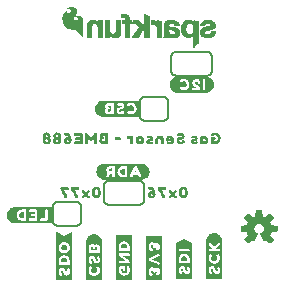
<source format=gbo>
G04 EAGLE Gerber RS-274X export*
G75*
%MOMM*%
%FSLAX34Y34*%
%LPD*%
%INSilkscreen Bottom*%
%IPPOS*%
%AMOC8*
5,1,8,0,0,1.08239X$1,22.5*%
G01*
%ADD10C,0.203200*%
%ADD11C,0.152400*%

G36*
X129195Y104914D02*
X129195Y104914D01*
X129198Y104911D01*
X129798Y105011D01*
X130497Y105111D01*
X131197Y105211D01*
X131205Y105219D01*
X131212Y105216D01*
X133012Y106116D01*
X133015Y106123D01*
X133021Y106122D01*
X133521Y106522D01*
X133522Y106526D01*
X133525Y106525D01*
X134525Y107525D01*
X134526Y107537D01*
X134534Y107538D01*
X134833Y108135D01*
X135231Y108733D01*
X135231Y108737D01*
X135234Y108738D01*
X135534Y109338D01*
X135533Y109343D01*
X135537Y109344D01*
X135737Y109944D01*
X135735Y109951D01*
X135739Y109953D01*
X135939Y111353D01*
X135936Y111358D01*
X135939Y111360D01*
X135939Y111960D01*
X135936Y111964D01*
X135939Y111967D01*
X135739Y113367D01*
X135734Y113372D01*
X135737Y113376D01*
X135537Y113975D01*
X135337Y114674D01*
X135329Y114680D01*
X135331Y114687D01*
X134932Y115286D01*
X134632Y115785D01*
X134624Y115789D01*
X134625Y115795D01*
X134127Y116293D01*
X133728Y116791D01*
X133721Y116793D01*
X133722Y116798D01*
X133122Y117298D01*
X133116Y117298D01*
X133115Y117302D01*
X132615Y117602D01*
X132612Y117602D01*
X132612Y117604D01*
X132012Y117904D01*
X132010Y117904D01*
X132009Y117905D01*
X131309Y118205D01*
X131306Y118205D01*
X131306Y118207D01*
X130706Y118407D01*
X130701Y118405D01*
X130699Y118405D01*
X130697Y118409D01*
X129998Y118509D01*
X129398Y118609D01*
X129393Y118606D01*
X129390Y118609D01*
X97290Y118609D01*
X97286Y118606D01*
X97283Y118609D01*
X96583Y118509D01*
X96579Y118505D01*
X96576Y118507D01*
X95876Y118307D01*
X95875Y118306D01*
X95874Y118307D01*
X95274Y118107D01*
X95271Y118102D01*
X95268Y118104D01*
X94068Y117504D01*
X94066Y117500D01*
X94063Y117501D01*
X93463Y117101D01*
X93460Y117094D01*
X93455Y117095D01*
X92555Y116195D01*
X92554Y116188D01*
X92549Y116187D01*
X91749Y114987D01*
X91749Y114983D01*
X91746Y114982D01*
X91446Y114382D01*
X91446Y114380D01*
X91446Y114379D01*
X91447Y114377D01*
X91443Y114376D01*
X91243Y113776D01*
X91244Y113774D01*
X91243Y113774D01*
X91205Y113641D01*
X91191Y113592D01*
X91149Y113444D01*
X91106Y113297D01*
X91092Y113247D01*
X91050Y113100D01*
X91043Y113074D01*
X91044Y113070D01*
X91041Y113068D01*
X90941Y112468D01*
X90944Y112463D01*
X90941Y112460D01*
X90941Y111060D01*
X90944Y111056D01*
X90941Y111053D01*
X91041Y110353D01*
X91046Y110348D01*
X91043Y110344D01*
X91243Y109745D01*
X91443Y109046D01*
X91448Y109042D01*
X91446Y109038D01*
X91746Y108438D01*
X91753Y108435D01*
X91752Y108429D01*
X92150Y107931D01*
X92549Y107333D01*
X92556Y107330D01*
X92555Y107325D01*
X93055Y106825D01*
X93059Y106825D01*
X93059Y106822D01*
X94059Y106022D01*
X94067Y106021D01*
X94068Y106016D01*
X95268Y105416D01*
X95275Y105417D01*
X95276Y105413D01*
X95975Y105213D01*
X96574Y105013D01*
X96581Y105015D01*
X96583Y105011D01*
X97283Y104911D01*
X97288Y104914D01*
X97290Y104911D01*
X129190Y104911D01*
X129195Y104914D01*
G37*
G36*
X70247Y19897D02*
X70247Y19897D01*
X70245Y19900D01*
X70249Y19902D01*
X70349Y20502D01*
X70346Y20507D01*
X70349Y20510D01*
X70349Y60510D01*
X70313Y60557D01*
X70306Y60552D01*
X70300Y60559D01*
X69900Y60559D01*
X69887Y60550D01*
X69878Y60554D01*
X63789Y57559D01*
X63212Y57559D01*
X57222Y60554D01*
X57213Y60552D01*
X57210Y60558D01*
X56710Y60658D01*
X56656Y60632D01*
X56663Y60619D01*
X56651Y60610D01*
X56651Y20010D01*
X56687Y19963D01*
X56690Y19965D01*
X56692Y19961D01*
X57292Y19861D01*
X57297Y19864D01*
X57300Y19861D01*
X70200Y19861D01*
X70247Y19897D01*
G37*
G36*
X121147Y19897D02*
X121147Y19897D01*
X121142Y19904D01*
X121149Y19910D01*
X121149Y57110D01*
X121146Y57115D01*
X121149Y57118D01*
X121049Y57718D01*
X121005Y57759D01*
X121003Y57756D01*
X121000Y57759D01*
X107500Y57759D01*
X107453Y57723D01*
X107458Y57716D01*
X107451Y57710D01*
X107451Y20510D01*
X107454Y20505D01*
X107451Y20502D01*
X107551Y19902D01*
X107595Y19861D01*
X107598Y19864D01*
X107600Y19861D01*
X121100Y19861D01*
X121147Y19897D01*
G37*
G36*
X128627Y158287D02*
X128627Y158287D01*
X128625Y158290D01*
X128629Y158292D01*
X128729Y158892D01*
X128726Y158897D01*
X128729Y158900D01*
X128729Y171800D01*
X128693Y171847D01*
X128691Y171846D01*
X128690Y171848D01*
X128190Y171948D01*
X128183Y171945D01*
X128180Y171949D01*
X96180Y171949D01*
X96176Y171946D01*
X96173Y171949D01*
X95473Y171849D01*
X95468Y171844D01*
X95464Y171847D01*
X94865Y171647D01*
X94166Y171447D01*
X94165Y171446D01*
X94164Y171447D01*
X93564Y171247D01*
X93559Y171239D01*
X93553Y171241D01*
X92353Y170441D01*
X92352Y170438D01*
X92349Y170438D01*
X91849Y170038D01*
X91847Y170031D01*
X91842Y170031D01*
X91042Y169031D01*
X91041Y169027D01*
X91039Y169027D01*
X90639Y168427D01*
X90639Y168423D01*
X90636Y168422D01*
X90336Y167822D01*
X90336Y167819D01*
X90335Y167819D01*
X90337Y167817D01*
X90333Y167816D01*
X90133Y167216D01*
X90134Y167214D01*
X90133Y167214D01*
X90109Y167129D01*
X90066Y166981D01*
X90052Y166932D01*
X90010Y166784D01*
X89968Y166637D01*
X89954Y166587D01*
X89933Y166514D01*
X89935Y166509D01*
X89931Y166507D01*
X89831Y165808D01*
X89731Y165208D01*
X89737Y165198D01*
X89731Y165193D01*
X89931Y163793D01*
X89932Y163792D01*
X89931Y163792D01*
X90031Y163192D01*
X90035Y163189D01*
X90033Y163186D01*
X90233Y162486D01*
X90238Y162482D01*
X90236Y162478D01*
X90536Y161878D01*
X90540Y161876D01*
X90539Y161873D01*
X90939Y161273D01*
X90942Y161272D01*
X90942Y161269D01*
X91742Y160269D01*
X91749Y160267D01*
X91748Y160262D01*
X92348Y159762D01*
X92349Y159762D01*
X92849Y159362D01*
X92857Y159361D01*
X92858Y159356D01*
X94058Y158756D01*
X94063Y158757D01*
X94064Y158753D01*
X94664Y158553D01*
X94666Y158554D01*
X94666Y158553D01*
X95366Y158353D01*
X95371Y158355D01*
X95373Y158351D01*
X96073Y158251D01*
X96078Y158254D01*
X96080Y158251D01*
X128580Y158251D01*
X128627Y158287D01*
G37*
G36*
X95647Y19897D02*
X95647Y19897D01*
X95646Y19899D01*
X95648Y19900D01*
X95748Y20400D01*
X95745Y20407D01*
X95749Y20410D01*
X95749Y52410D01*
X95746Y52414D01*
X95749Y52417D01*
X95649Y53117D01*
X95644Y53122D01*
X95647Y53126D01*
X95447Y53725D01*
X95247Y54424D01*
X95246Y54425D01*
X95247Y54426D01*
X95047Y55026D01*
X95039Y55031D01*
X95041Y55037D01*
X94241Y56237D01*
X94238Y56238D01*
X94238Y56241D01*
X93838Y56741D01*
X93831Y56743D01*
X93831Y56748D01*
X92831Y57548D01*
X92827Y57549D01*
X92827Y57551D01*
X92227Y57951D01*
X92223Y57951D01*
X92222Y57954D01*
X91622Y58254D01*
X91617Y58253D01*
X91616Y58257D01*
X91016Y58457D01*
X91014Y58456D01*
X91014Y58457D01*
X90314Y58657D01*
X90309Y58656D01*
X90307Y58659D01*
X89608Y58759D01*
X89008Y58859D01*
X88998Y58853D01*
X88993Y58859D01*
X87593Y58659D01*
X87592Y58658D01*
X87592Y58659D01*
X86992Y58559D01*
X86989Y58555D01*
X86986Y58557D01*
X86286Y58357D01*
X86282Y58352D01*
X86278Y58354D01*
X85678Y58054D01*
X85676Y58050D01*
X85673Y58051D01*
X85073Y57651D01*
X85072Y57648D01*
X85069Y57648D01*
X84069Y56848D01*
X84067Y56841D01*
X84062Y56842D01*
X83562Y56242D01*
X83562Y56241D01*
X83162Y55741D01*
X83161Y55733D01*
X83156Y55732D01*
X82556Y54532D01*
X82557Y54527D01*
X82553Y54526D01*
X82353Y53926D01*
X82354Y53924D01*
X82353Y53924D01*
X82334Y53857D01*
X82291Y53709D01*
X82277Y53660D01*
X82235Y53512D01*
X82193Y53364D01*
X82179Y53315D01*
X82153Y53224D01*
X82155Y53219D01*
X82151Y53217D01*
X82051Y52517D01*
X82054Y52512D01*
X82051Y52510D01*
X82051Y20010D01*
X82087Y19963D01*
X82090Y19965D01*
X82092Y19961D01*
X82692Y19861D01*
X82697Y19864D01*
X82700Y19861D01*
X95600Y19861D01*
X95647Y19897D01*
G37*
G36*
X53155Y68084D02*
X53155Y68084D01*
X53158Y68081D01*
X53758Y68181D01*
X53799Y68225D01*
X53796Y68228D01*
X53799Y68230D01*
X53799Y81730D01*
X53763Y81777D01*
X53756Y81772D01*
X53750Y81779D01*
X21250Y81779D01*
X21245Y81776D01*
X21242Y81779D01*
X20642Y81679D01*
X20639Y81675D01*
X20636Y81677D01*
X19936Y81477D01*
X19935Y81476D01*
X19934Y81477D01*
X19334Y81277D01*
X19333Y81274D01*
X19331Y81275D01*
X18631Y80975D01*
X18628Y80971D01*
X18625Y80972D01*
X18125Y80672D01*
X18124Y80671D01*
X18123Y80671D01*
X17523Y80271D01*
X17520Y80264D01*
X17515Y80265D01*
X16515Y79265D01*
X16515Y79261D01*
X16512Y79261D01*
X16112Y78761D01*
X16111Y78753D01*
X16106Y78752D01*
X15506Y77552D01*
X15506Y77550D01*
X15506Y77549D01*
X15507Y77547D01*
X15503Y77546D01*
X15303Y76946D01*
X15304Y76944D01*
X15303Y76944D01*
X15293Y76910D01*
X15251Y76762D01*
X15237Y76713D01*
X15195Y76565D01*
X15152Y76417D01*
X15138Y76368D01*
X15103Y76244D01*
X15105Y76239D01*
X15101Y76237D01*
X15001Y75537D01*
X15004Y75532D01*
X15001Y75530D01*
X15001Y74230D01*
X15004Y74226D01*
X15001Y74223D01*
X15101Y73523D01*
X15106Y73518D01*
X15103Y73514D01*
X15303Y72915D01*
X15503Y72216D01*
X15508Y72212D01*
X15506Y72208D01*
X15806Y71608D01*
X15813Y71605D01*
X15812Y71599D01*
X16210Y71101D01*
X16609Y70503D01*
X16612Y70502D01*
X16612Y70499D01*
X17012Y69999D01*
X17022Y69997D01*
X17023Y69989D01*
X17621Y69590D01*
X18119Y69192D01*
X18127Y69191D01*
X18128Y69186D01*
X19328Y68586D01*
X19335Y68587D01*
X19336Y68583D01*
X20035Y68383D01*
X20634Y68183D01*
X20641Y68185D01*
X20643Y68181D01*
X21343Y68081D01*
X21348Y68084D01*
X21350Y68081D01*
X53150Y68081D01*
X53155Y68084D01*
G37*
G36*
X196811Y21139D02*
X196811Y21139D01*
X196818Y21134D01*
X197318Y21334D01*
X197333Y21358D01*
X197340Y21364D01*
X197338Y21367D01*
X197343Y21375D01*
X197349Y21380D01*
X197349Y52980D01*
X197346Y52984D01*
X197349Y52987D01*
X197249Y53683D01*
X197249Y54280D01*
X197243Y54288D01*
X197247Y54294D01*
X197047Y54994D01*
X197046Y54995D01*
X197047Y54996D01*
X196847Y55596D01*
X196844Y55597D01*
X196845Y55599D01*
X196545Y56299D01*
X196537Y56304D01*
X196538Y56311D01*
X196140Y56809D01*
X195741Y57407D01*
X195738Y57408D01*
X195738Y57411D01*
X195338Y57911D01*
X195331Y57913D01*
X195331Y57918D01*
X194831Y58318D01*
X194827Y58319D01*
X194827Y58321D01*
X194229Y58720D01*
X193731Y59118D01*
X193721Y59119D01*
X193719Y59125D01*
X193019Y59425D01*
X193016Y59425D01*
X193016Y59427D01*
X192416Y59627D01*
X192409Y59625D01*
X192407Y59629D01*
X191708Y59729D01*
X191108Y59829D01*
X191107Y59828D01*
X191107Y59829D01*
X190407Y59929D01*
X190398Y59924D01*
X190393Y59929D01*
X189693Y59829D01*
X189692Y59828D01*
X189692Y59829D01*
X189092Y59729D01*
X189089Y59725D01*
X189086Y59727D01*
X188386Y59527D01*
X188385Y59526D01*
X188384Y59527D01*
X187784Y59327D01*
X187781Y59322D01*
X187778Y59324D01*
X187178Y59024D01*
X187176Y59020D01*
X187173Y59021D01*
X186573Y58621D01*
X186572Y58618D01*
X186569Y58618D01*
X186069Y58218D01*
X186068Y58214D01*
X186065Y58215D01*
X185065Y57215D01*
X185065Y57211D01*
X185062Y57211D01*
X184662Y56711D01*
X184661Y56704D01*
X184660Y56703D01*
X184656Y56702D01*
X184356Y56102D01*
X184357Y56097D01*
X184353Y56096D01*
X184154Y55498D01*
X183855Y54799D01*
X183857Y54790D01*
X183851Y54787D01*
X183751Y54088D01*
X183651Y53488D01*
X183654Y53483D01*
X183651Y53480D01*
X183651Y21680D01*
X183659Y21669D01*
X183654Y21662D01*
X183854Y21162D01*
X183895Y21137D01*
X183900Y21131D01*
X196800Y21131D01*
X196811Y21139D01*
G37*
G36*
X146011Y19869D02*
X146011Y19869D01*
X146018Y19864D01*
X146518Y20064D01*
X146533Y20088D01*
X146540Y20094D01*
X146538Y20097D01*
X146543Y20105D01*
X146549Y20110D01*
X146549Y56410D01*
X146546Y56415D01*
X146549Y56418D01*
X146449Y57018D01*
X146405Y57059D01*
X146403Y57056D01*
X146400Y57059D01*
X133500Y57059D01*
X133495Y57056D01*
X133492Y57059D01*
X132892Y56959D01*
X132851Y56915D01*
X132854Y56913D01*
X132851Y56910D01*
X132851Y20410D01*
X132859Y20399D01*
X132854Y20392D01*
X133054Y19892D01*
X133095Y19867D01*
X133100Y19861D01*
X146000Y19861D01*
X146011Y19869D01*
G37*
G36*
X237920Y50946D02*
X237920Y50946D01*
X238028Y50956D01*
X238041Y50962D01*
X238055Y50964D01*
X238152Y51012D01*
X238251Y51057D01*
X238264Y51068D01*
X238273Y51072D01*
X238288Y51088D01*
X238365Y51150D01*
X240950Y53735D01*
X241013Y53824D01*
X241079Y53909D01*
X241084Y53922D01*
X241092Y53934D01*
X241123Y54037D01*
X241159Y54140D01*
X241159Y54154D01*
X241163Y54167D01*
X241159Y54275D01*
X241160Y54384D01*
X241155Y54397D01*
X241155Y54411D01*
X241117Y54513D01*
X241082Y54615D01*
X241073Y54630D01*
X241069Y54639D01*
X241055Y54656D01*
X241001Y54738D01*
X238237Y58128D01*
X238794Y59210D01*
X238800Y59230D01*
X238842Y59325D01*
X239213Y60484D01*
X243564Y60927D01*
X243668Y60955D01*
X243774Y60980D01*
X243786Y60987D01*
X243799Y60990D01*
X243889Y61051D01*
X243982Y61108D01*
X243990Y61119D01*
X244002Y61127D01*
X244068Y61213D01*
X244137Y61297D01*
X244141Y61310D01*
X244150Y61321D01*
X244184Y61424D01*
X244223Y61525D01*
X244224Y61543D01*
X244228Y61552D01*
X244228Y61574D01*
X244237Y61672D01*
X244237Y65328D01*
X244220Y65435D01*
X244206Y65543D01*
X244200Y65555D01*
X244198Y65569D01*
X244146Y65665D01*
X244099Y65762D01*
X244089Y65772D01*
X244083Y65784D01*
X244003Y65858D01*
X243927Y65935D01*
X243915Y65941D01*
X243905Y65951D01*
X243806Y65996D01*
X243709Y66044D01*
X243691Y66048D01*
X243682Y66052D01*
X243661Y66054D01*
X243564Y66073D01*
X239213Y66516D01*
X238842Y67675D01*
X238833Y67692D01*
X238831Y67700D01*
X238827Y67707D01*
X238794Y67790D01*
X238237Y68872D01*
X241001Y72262D01*
X241055Y72356D01*
X241112Y72448D01*
X241115Y72461D01*
X241122Y72473D01*
X241143Y72580D01*
X241168Y72685D01*
X241166Y72699D01*
X241169Y72713D01*
X241154Y72820D01*
X241144Y72928D01*
X241138Y72941D01*
X241136Y72955D01*
X241088Y73052D01*
X241043Y73151D01*
X241032Y73164D01*
X241028Y73173D01*
X241012Y73188D01*
X240950Y73265D01*
X238365Y75850D01*
X238276Y75913D01*
X238191Y75979D01*
X238178Y75984D01*
X238166Y75992D01*
X238063Y76023D01*
X237960Y76059D01*
X237946Y76059D01*
X237933Y76063D01*
X237825Y76059D01*
X237716Y76060D01*
X237703Y76055D01*
X237689Y76055D01*
X237587Y76017D01*
X237485Y75982D01*
X237470Y75973D01*
X237461Y75969D01*
X237444Y75955D01*
X237362Y75901D01*
X233972Y73137D01*
X232890Y73694D01*
X232870Y73700D01*
X232775Y73742D01*
X231616Y74113D01*
X231173Y78464D01*
X231145Y78568D01*
X231120Y78674D01*
X231113Y78686D01*
X231110Y78699D01*
X231049Y78789D01*
X230992Y78882D01*
X230981Y78890D01*
X230973Y78902D01*
X230887Y78968D01*
X230803Y79037D01*
X230790Y79041D01*
X230779Y79050D01*
X230676Y79084D01*
X230575Y79123D01*
X230557Y79124D01*
X230548Y79128D01*
X230526Y79128D01*
X230428Y79137D01*
X226772Y79137D01*
X226665Y79120D01*
X226557Y79106D01*
X226545Y79100D01*
X226531Y79098D01*
X226435Y79046D01*
X226338Y78999D01*
X226328Y78989D01*
X226316Y78983D01*
X226242Y78903D01*
X226165Y78827D01*
X226159Y78815D01*
X226149Y78805D01*
X226104Y78706D01*
X226056Y78609D01*
X226052Y78591D01*
X226048Y78582D01*
X226046Y78561D01*
X226027Y78464D01*
X225584Y74113D01*
X224425Y73742D01*
X224407Y73732D01*
X224310Y73694D01*
X223228Y73137D01*
X219838Y75901D01*
X219744Y75955D01*
X219652Y76012D01*
X219639Y76015D01*
X219627Y76022D01*
X219520Y76043D01*
X219415Y76068D01*
X219401Y76066D01*
X219387Y76069D01*
X219280Y76054D01*
X219172Y76044D01*
X219159Y76038D01*
X219146Y76036D01*
X219048Y75988D01*
X218949Y75943D01*
X218936Y75932D01*
X218927Y75928D01*
X218912Y75912D01*
X218835Y75850D01*
X216250Y73265D01*
X216187Y73176D01*
X216121Y73091D01*
X216116Y73078D01*
X216108Y73066D01*
X216077Y72963D01*
X216041Y72860D01*
X216041Y72846D01*
X216037Y72833D01*
X216041Y72725D01*
X216040Y72616D01*
X216045Y72603D01*
X216045Y72589D01*
X216083Y72487D01*
X216118Y72385D01*
X216127Y72370D01*
X216131Y72361D01*
X216145Y72344D01*
X216199Y72262D01*
X218963Y68872D01*
X218406Y67790D01*
X218400Y67770D01*
X218358Y67675D01*
X217987Y66516D01*
X213636Y66073D01*
X213532Y66045D01*
X213426Y66020D01*
X213414Y66013D01*
X213401Y66010D01*
X213311Y65949D01*
X213218Y65892D01*
X213210Y65881D01*
X213198Y65873D01*
X213132Y65787D01*
X213064Y65703D01*
X213059Y65690D01*
X213050Y65679D01*
X213016Y65576D01*
X212977Y65475D01*
X212976Y65457D01*
X212972Y65448D01*
X212973Y65426D01*
X212963Y65328D01*
X212963Y61672D01*
X212980Y61565D01*
X212994Y61457D01*
X213000Y61445D01*
X213002Y61431D01*
X213054Y61335D01*
X213101Y61238D01*
X213111Y61228D01*
X213117Y61216D01*
X213197Y61142D01*
X213273Y61065D01*
X213285Y61059D01*
X213296Y61049D01*
X213394Y61004D01*
X213491Y60956D01*
X213509Y60952D01*
X213518Y60948D01*
X213539Y60946D01*
X213636Y60927D01*
X217987Y60484D01*
X218358Y59325D01*
X218368Y59307D01*
X218406Y59210D01*
X218963Y58128D01*
X216199Y54738D01*
X216145Y54644D01*
X216088Y54552D01*
X216085Y54539D01*
X216078Y54527D01*
X216057Y54420D01*
X216032Y54315D01*
X216034Y54301D01*
X216031Y54287D01*
X216046Y54180D01*
X216056Y54072D01*
X216062Y54059D01*
X216064Y54046D01*
X216112Y53948D01*
X216157Y53849D01*
X216168Y53836D01*
X216172Y53827D01*
X216188Y53812D01*
X216250Y53735D01*
X218835Y51150D01*
X218924Y51087D01*
X219009Y51021D01*
X219022Y51016D01*
X219034Y51008D01*
X219137Y50977D01*
X219240Y50941D01*
X219254Y50941D01*
X219267Y50937D01*
X219375Y50941D01*
X219484Y50940D01*
X219497Y50945D01*
X219511Y50945D01*
X219613Y50983D01*
X219715Y51018D01*
X219730Y51027D01*
X219739Y51031D01*
X219756Y51045D01*
X219838Y51099D01*
X223228Y53863D01*
X224310Y53306D01*
X224363Y53289D01*
X224412Y53263D01*
X224478Y53252D01*
X224542Y53231D01*
X224598Y53232D01*
X224652Y53223D01*
X224719Y53234D01*
X224786Y53235D01*
X224838Y53253D01*
X224893Y53262D01*
X224953Y53294D01*
X225016Y53317D01*
X225059Y53351D01*
X225109Y53377D01*
X225155Y53426D01*
X225207Y53468D01*
X225238Y53515D01*
X225276Y53555D01*
X225332Y53660D01*
X225340Y53673D01*
X225341Y53678D01*
X225345Y53685D01*
X227498Y58882D01*
X227518Y58965D01*
X227523Y58978D01*
X227525Y58994D01*
X227550Y59079D01*
X227549Y59100D01*
X227554Y59120D01*
X227546Y59202D01*
X227548Y59221D01*
X227543Y59241D01*
X227539Y59322D01*
X227532Y59342D01*
X227530Y59363D01*
X227499Y59432D01*
X227492Y59459D01*
X227477Y59483D01*
X227451Y59550D01*
X227438Y59566D01*
X227429Y59585D01*
X227384Y59634D01*
X227364Y59666D01*
X227333Y59691D01*
X227295Y59737D01*
X227272Y59753D01*
X227262Y59763D01*
X227241Y59775D01*
X227176Y59820D01*
X227175Y59821D01*
X227174Y59822D01*
X226275Y60328D01*
X225588Y60972D01*
X225073Y61760D01*
X224761Y62648D01*
X224669Y63585D01*
X224802Y64517D01*
X225153Y65391D01*
X225702Y66156D01*
X226416Y66769D01*
X227256Y67194D01*
X228173Y67408D01*
X229114Y67398D01*
X230026Y67164D01*
X230856Y66721D01*
X231557Y66092D01*
X232089Y65315D01*
X232420Y64434D01*
X232533Y63499D01*
X232425Y62582D01*
X232105Y61714D01*
X231591Y60945D01*
X230912Y60318D01*
X230028Y59823D01*
X229986Y59790D01*
X229944Y59767D01*
X229913Y59734D01*
X229865Y59699D01*
X229853Y59683D01*
X229837Y59670D01*
X229802Y59615D01*
X229777Y59589D01*
X229763Y59558D01*
X229722Y59501D01*
X229716Y59482D01*
X229706Y59465D01*
X229687Y59390D01*
X229677Y59367D01*
X229674Y59343D01*
X229651Y59268D01*
X229652Y59248D01*
X229647Y59228D01*
X229654Y59143D01*
X229653Y59124D01*
X229656Y59107D01*
X229659Y59024D01*
X229667Y58999D01*
X229668Y58985D01*
X229678Y58963D01*
X229702Y58882D01*
X230011Y58137D01*
X230942Y55889D01*
X231252Y55140D01*
X231855Y53685D01*
X231884Y53638D01*
X231905Y53586D01*
X231948Y53535D01*
X231984Y53478D01*
X232027Y53443D01*
X232063Y53400D01*
X232120Y53366D01*
X232172Y53323D01*
X232224Y53304D01*
X232272Y53275D01*
X232338Y53261D01*
X232401Y53237D01*
X232456Y53235D01*
X232510Y53224D01*
X232577Y53231D01*
X232644Y53229D01*
X232698Y53245D01*
X232753Y53252D01*
X232864Y53296D01*
X232878Y53300D01*
X232882Y53303D01*
X232890Y53306D01*
X233972Y53863D01*
X237362Y51099D01*
X237456Y51045D01*
X237548Y50988D01*
X237561Y50985D01*
X237573Y50978D01*
X237680Y50957D01*
X237785Y50932D01*
X237799Y50934D01*
X237813Y50931D01*
X237920Y50946D01*
G37*
G36*
X184204Y178574D02*
X184204Y178574D01*
X184207Y178571D01*
X184907Y178671D01*
X184912Y178676D01*
X184916Y178673D01*
X185515Y178873D01*
X186214Y179073D01*
X186218Y179078D01*
X186222Y179076D01*
X187422Y179676D01*
X187425Y179683D01*
X187431Y179682D01*
X188431Y180482D01*
X188432Y180486D01*
X188435Y180485D01*
X188935Y180985D01*
X188936Y180992D01*
X188941Y180993D01*
X189741Y182193D01*
X189741Y182197D01*
X189744Y182198D01*
X190044Y182798D01*
X190043Y182803D01*
X190047Y182804D01*
X190247Y183404D01*
X190246Y183406D01*
X190247Y183406D01*
X190255Y183433D01*
X190297Y183581D01*
X190311Y183630D01*
X190353Y183778D01*
X190354Y183778D01*
X190353Y183778D01*
X190396Y183926D01*
X190410Y183975D01*
X190447Y184106D01*
X190446Y184110D01*
X190449Y184112D01*
X190549Y184712D01*
X190546Y184717D01*
X190549Y184720D01*
X190549Y186120D01*
X190546Y186125D01*
X190549Y186128D01*
X190449Y186728D01*
X190445Y186731D01*
X190447Y186734D01*
X190247Y187434D01*
X190246Y187435D01*
X190247Y187436D01*
X190047Y188036D01*
X190042Y188039D01*
X190044Y188042D01*
X189744Y188642D01*
X189740Y188644D01*
X189741Y188647D01*
X188941Y189847D01*
X188934Y189850D01*
X188935Y189855D01*
X188435Y190355D01*
X188431Y190355D01*
X188431Y190358D01*
X187431Y191158D01*
X187423Y191159D01*
X187422Y191164D01*
X186222Y191764D01*
X186215Y191763D01*
X186214Y191767D01*
X185515Y191967D01*
X184916Y192167D01*
X184909Y192165D01*
X184907Y192169D01*
X184207Y192269D01*
X184202Y192266D01*
X184200Y192269D01*
X159400Y192269D01*
X159396Y192266D01*
X159393Y192269D01*
X157993Y192069D01*
X157985Y192061D01*
X157978Y192064D01*
X157381Y191766D01*
X156784Y191567D01*
X156779Y191559D01*
X156773Y191561D01*
X156175Y191163D01*
X155578Y190864D01*
X155573Y190854D01*
X155565Y190855D01*
X154565Y189855D01*
X154565Y189851D01*
X154562Y189851D01*
X154162Y189351D01*
X154161Y189343D01*
X154156Y189342D01*
X153857Y188745D01*
X153459Y188147D01*
X153459Y188141D01*
X153456Y188139D01*
X153457Y188137D01*
X153453Y188136D01*
X153253Y187536D01*
X153254Y187534D01*
X153253Y187534D01*
X153229Y187449D01*
X153186Y187301D01*
X153172Y187252D01*
X153130Y187104D01*
X153088Y186957D01*
X153074Y186907D01*
X153053Y186834D01*
X153054Y186830D01*
X153051Y186828D01*
X152951Y186228D01*
X152954Y186223D01*
X152951Y186220D01*
X152951Y184820D01*
X152954Y184816D01*
X152951Y184813D01*
X153051Y184113D01*
X153056Y184108D01*
X153053Y184104D01*
X153453Y182904D01*
X153456Y182903D01*
X153455Y182901D01*
X153755Y182201D01*
X153759Y182198D01*
X153758Y182195D01*
X154058Y181695D01*
X154059Y181694D01*
X154059Y181693D01*
X154459Y181093D01*
X154466Y181090D01*
X154465Y181085D01*
X154965Y180585D01*
X154969Y180585D01*
X154969Y180582D01*
X155969Y179782D01*
X155973Y179781D01*
X155973Y179779D01*
X156573Y179379D01*
X156577Y179379D01*
X156578Y179376D01*
X157178Y179076D01*
X157183Y179077D01*
X157184Y179073D01*
X157784Y178873D01*
X157786Y178874D01*
X157786Y178873D01*
X158486Y178673D01*
X158496Y178676D01*
X158500Y178671D01*
X159196Y178671D01*
X159792Y178571D01*
X159797Y178574D01*
X159800Y178571D01*
X184200Y178571D01*
X184204Y178574D01*
G37*
G36*
X171847Y21167D02*
X171847Y21167D01*
X171845Y21170D01*
X171849Y21172D01*
X171949Y21772D01*
X171946Y21777D01*
X171949Y21780D01*
X171949Y50980D01*
X171946Y50985D01*
X171949Y50988D01*
X171849Y51588D01*
X171824Y51611D01*
X171822Y51624D01*
X165122Y54924D01*
X165090Y54918D01*
X165078Y54924D01*
X158478Y51624D01*
X158466Y51600D01*
X158453Y51596D01*
X158253Y50996D01*
X158255Y50991D01*
X158253Y50990D01*
X158257Y50984D01*
X158251Y50980D01*
X158251Y21280D01*
X158287Y21233D01*
X158290Y21235D01*
X158292Y21231D01*
X158892Y21131D01*
X158897Y21134D01*
X158900Y21131D01*
X171800Y21131D01*
X171847Y21167D01*
G37*
G36*
X79425Y225482D02*
X79425Y225482D01*
X79451Y225483D01*
X79505Y225513D01*
X79563Y225535D01*
X79580Y225554D01*
X79603Y225566D01*
X79638Y225617D01*
X79680Y225662D01*
X79688Y225687D01*
X79703Y225708D01*
X79719Y225792D01*
X79730Y225828D01*
X79728Y225838D01*
X79730Y225850D01*
X79730Y239550D01*
X79726Y239570D01*
X79727Y239597D01*
X79627Y240397D01*
X79619Y240421D01*
X79616Y240454D01*
X79416Y241154D01*
X79397Y241188D01*
X79376Y241246D01*
X78776Y242246D01*
X78756Y242266D01*
X78688Y242347D01*
X78188Y242747D01*
X78183Y242749D01*
X78178Y242754D01*
X77778Y243054D01*
X77743Y243069D01*
X77691Y243103D01*
X77191Y243303D01*
X77162Y243307D01*
X77125Y243323D01*
X76625Y243423D01*
X76619Y243423D01*
X76613Y243425D01*
X76013Y243525D01*
X75986Y243523D01*
X75950Y243530D01*
X74750Y243530D01*
X74735Y243527D01*
X74720Y243529D01*
X74588Y243492D01*
X74581Y243491D01*
X74581Y243490D01*
X74580Y243490D01*
X74204Y243302D01*
X74180Y243290D01*
X74161Y243274D01*
X74137Y243265D01*
X74095Y243219D01*
X74047Y243179D01*
X74037Y243157D01*
X74020Y243138D01*
X74002Y243078D01*
X73976Y243021D01*
X73978Y242996D01*
X73970Y242972D01*
X73981Y242910D01*
X73984Y242848D01*
X73996Y242826D01*
X74000Y242801D01*
X74049Y242728D01*
X74067Y242696D01*
X74075Y242691D01*
X74081Y242681D01*
X74181Y242581D01*
X74213Y242561D01*
X74280Y242510D01*
X74680Y242310D01*
X74703Y242304D01*
X74730Y242289D01*
X74945Y242218D01*
X75418Y241745D01*
X75470Y241588D01*
X75470Y241312D01*
X75405Y241119D01*
X75255Y240892D01*
X74736Y240374D01*
X74341Y240216D01*
X73912Y240130D01*
X73197Y240130D01*
X72506Y240303D01*
X72010Y240634D01*
X71689Y241035D01*
X71530Y241512D01*
X71530Y242081D01*
X71777Y242739D01*
X72419Y243381D01*
X72424Y243390D01*
X72434Y243397D01*
X73234Y244297D01*
X73235Y244299D01*
X73236Y244300D01*
X73936Y245100D01*
X73952Y245129D01*
X73982Y245165D01*
X74482Y246065D01*
X74493Y246103D01*
X74521Y246168D01*
X74721Y247068D01*
X74721Y247070D01*
X74722Y247072D01*
X74721Y247101D01*
X74730Y247150D01*
X74730Y247950D01*
X74722Y247987D01*
X74711Y248070D01*
X74411Y248970D01*
X74392Y249001D01*
X74372Y249052D01*
X73872Y249852D01*
X73851Y249873D01*
X73783Y249950D01*
X72883Y250650D01*
X72859Y250661D01*
X72832Y250684D01*
X71732Y251284D01*
X71713Y251289D01*
X71699Y251299D01*
X71666Y251306D01*
X71618Y251324D01*
X70518Y251524D01*
X70489Y251523D01*
X70450Y251530D01*
X69450Y251530D01*
X69417Y251523D01*
X69368Y251521D01*
X68468Y251321D01*
X68435Y251305D01*
X68380Y251290D01*
X68374Y251287D01*
X67614Y250907D01*
X66980Y250590D01*
X66958Y250572D01*
X66922Y250554D01*
X66522Y250254D01*
X66507Y250236D01*
X66481Y250219D01*
X66381Y250119D01*
X66368Y250097D01*
X66348Y250081D01*
X66322Y250024D01*
X66290Y249972D01*
X66287Y249946D01*
X66277Y249922D01*
X66279Y249861D01*
X66273Y249799D01*
X66282Y249775D01*
X66283Y249749D01*
X66313Y249695D01*
X66335Y249637D01*
X66354Y249620D01*
X66366Y249597D01*
X66417Y249562D01*
X66462Y249520D01*
X66487Y249512D01*
X66508Y249497D01*
X66592Y249481D01*
X66628Y249470D01*
X66638Y249472D01*
X66650Y249470D01*
X66750Y249470D01*
X66765Y249473D01*
X66780Y249471D01*
X66912Y249508D01*
X66919Y249509D01*
X66919Y249510D01*
X66920Y249510D01*
X67040Y249570D01*
X67503Y249570D01*
X67858Y249481D01*
X67866Y249481D01*
X67875Y249477D01*
X68326Y249387D01*
X68649Y249225D01*
X68970Y248985D01*
X69121Y248759D01*
X69198Y248604D01*
X69270Y248388D01*
X69270Y247897D01*
X69197Y247606D01*
X68855Y247092D01*
X68300Y246538D01*
X67930Y246261D01*
X67659Y246080D01*
X67427Y245964D01*
X67317Y245909D01*
X66603Y245730D01*
X66412Y245730D01*
X66255Y245782D01*
X66063Y245975D01*
X66002Y246096D01*
X65930Y246312D01*
X65930Y247150D01*
X65918Y247201D01*
X65917Y247245D01*
X65909Y247259D01*
X65905Y247286D01*
X65895Y247301D01*
X65891Y247319D01*
X65849Y247370D01*
X65834Y247397D01*
X65826Y247402D01*
X65808Y247430D01*
X65792Y247439D01*
X65781Y247452D01*
X65717Y247481D01*
X65705Y247488D01*
X65692Y247497D01*
X65688Y247498D01*
X65657Y247515D01*
X65639Y247516D01*
X65622Y247523D01*
X65566Y247521D01*
X65550Y247524D01*
X65540Y247524D01*
X65530Y247522D01*
X65484Y247524D01*
X65465Y247517D01*
X65449Y247517D01*
X65415Y247498D01*
X65394Y247490D01*
X65372Y247485D01*
X65364Y247478D01*
X65348Y247472D01*
X64548Y246972D01*
X64521Y246945D01*
X64466Y246903D01*
X63666Y246003D01*
X63653Y245980D01*
X63629Y245954D01*
X62929Y244854D01*
X62917Y244820D01*
X62889Y244770D01*
X62389Y243270D01*
X62387Y243248D01*
X62376Y243220D01*
X62076Y241620D01*
X62078Y241584D01*
X62070Y241528D01*
X62170Y239828D01*
X62179Y239797D01*
X62182Y239753D01*
X62682Y237853D01*
X62700Y237821D01*
X62718Y237765D01*
X63718Y235965D01*
X63735Y235947D01*
X63750Y235917D01*
X64450Y235017D01*
X64466Y235003D01*
X64481Y234981D01*
X65281Y234181D01*
X65291Y234175D01*
X65300Y234164D01*
X66100Y233464D01*
X66125Y233450D01*
X66154Y233424D01*
X67154Y232824D01*
X67179Y232816D01*
X67209Y232797D01*
X68209Y232397D01*
X68228Y232394D01*
X68250Y232383D01*
X69350Y232083D01*
X69367Y232083D01*
X69388Y232075D01*
X70588Y231875D01*
X70614Y231877D01*
X70650Y231870D01*
X72519Y231870D01*
X73016Y231787D01*
X73914Y231248D01*
X74871Y230292D01*
X76061Y228903D01*
X76072Y228895D01*
X76081Y228881D01*
X77269Y227693D01*
X77758Y227107D01*
X77770Y227097D01*
X77781Y227081D01*
X78248Y226614D01*
X78524Y226154D01*
X78549Y226128D01*
X78581Y226081D01*
X79081Y225581D01*
X79103Y225568D01*
X79119Y225548D01*
X79176Y225522D01*
X79228Y225490D01*
X79254Y225487D01*
X79278Y225477D01*
X79339Y225479D01*
X79401Y225473D01*
X79425Y225482D01*
G37*
G36*
X173268Y216720D02*
X173268Y216720D01*
X173351Y216723D01*
X173355Y216726D01*
X173359Y216726D01*
X173488Y216793D01*
X173988Y217193D01*
X173999Y217208D01*
X174019Y217221D01*
X174504Y217706D01*
X175488Y218493D01*
X175499Y218508D01*
X175519Y218521D01*
X176404Y219406D01*
X176888Y219793D01*
X176899Y219808D01*
X176919Y219821D01*
X177419Y220321D01*
X177459Y220386D01*
X177503Y220448D01*
X177505Y220460D01*
X177510Y220468D01*
X177514Y220505D01*
X177530Y220590D01*
X177530Y238990D01*
X177527Y239003D01*
X177529Y239017D01*
X177508Y239087D01*
X177491Y239159D01*
X177482Y239169D01*
X177478Y239182D01*
X177427Y239236D01*
X177381Y239292D01*
X177368Y239298D01*
X177359Y239308D01*
X177225Y239363D01*
X176733Y239461D01*
X176342Y239559D01*
X176334Y239559D01*
X176325Y239563D01*
X175825Y239663D01*
X175793Y239662D01*
X175750Y239670D01*
X175388Y239670D01*
X174433Y239861D01*
X174042Y239959D01*
X174034Y239959D01*
X174025Y239963D01*
X173525Y240063D01*
X173523Y240063D01*
X173522Y240063D01*
X173438Y240060D01*
X173351Y240057D01*
X173350Y240057D01*
X173349Y240057D01*
X173275Y240016D01*
X173199Y239975D01*
X173198Y239974D01*
X173197Y239974D01*
X173149Y239905D01*
X173098Y239834D01*
X173098Y239833D01*
X173097Y239832D01*
X173070Y239690D01*
X173070Y238974D01*
X172947Y239128D01*
X172924Y239145D01*
X172846Y239216D01*
X171846Y239816D01*
X171833Y239820D01*
X171820Y239830D01*
X171220Y240130D01*
X171182Y240139D01*
X171113Y240165D01*
X169313Y240465D01*
X169274Y240463D01*
X169203Y240467D01*
X167603Y240267D01*
X167569Y240255D01*
X167514Y240245D01*
X166214Y239745D01*
X166187Y239727D01*
X166146Y239711D01*
X165046Y239011D01*
X165022Y238987D01*
X164981Y238959D01*
X164081Y238059D01*
X164061Y238027D01*
X164022Y237982D01*
X163322Y236782D01*
X163314Y236756D01*
X163295Y236727D01*
X162795Y235427D01*
X162792Y235401D01*
X162778Y235370D01*
X162478Y233970D01*
X162479Y233937D01*
X162470Y233890D01*
X162470Y232490D01*
X162473Y232478D01*
X162471Y232463D01*
X162571Y231063D01*
X162574Y231051D01*
X162574Y231036D01*
X162774Y229636D01*
X162787Y229601D01*
X162799Y229544D01*
X163299Y228344D01*
X163315Y228321D01*
X163329Y228286D01*
X164029Y227186D01*
X164053Y227162D01*
X164081Y227121D01*
X164981Y226221D01*
X165005Y226206D01*
X165032Y226179D01*
X166032Y225479D01*
X166066Y225465D01*
X166114Y225435D01*
X167414Y224935D01*
X167452Y224930D01*
X167525Y224911D01*
X169025Y224811D01*
X169036Y224812D01*
X169050Y224810D01*
X169650Y224810D01*
X169676Y224816D01*
X169713Y224815D01*
X170313Y224915D01*
X170336Y224925D01*
X170370Y224929D01*
X171570Y225329D01*
X171599Y225347D01*
X171646Y225364D01*
X172146Y225664D01*
X172162Y225680D01*
X172188Y225693D01*
X172688Y226093D01*
X172699Y226108D01*
X172719Y226121D01*
X172870Y226272D01*
X172870Y217090D01*
X172871Y217086D01*
X172870Y217081D01*
X172890Y217001D01*
X172909Y216921D01*
X172912Y216918D01*
X172913Y216913D01*
X172967Y216851D01*
X173019Y216788D01*
X173024Y216786D01*
X173027Y216782D01*
X173103Y216750D01*
X173178Y216717D01*
X173182Y216717D01*
X173186Y216715D01*
X173268Y216720D01*
G37*
G36*
X157380Y224717D02*
X157380Y224717D01*
X157425Y224717D01*
X157888Y224810D01*
X158350Y224810D01*
X158365Y224813D01*
X158380Y224811D01*
X158512Y224848D01*
X158519Y224849D01*
X158519Y224850D01*
X158520Y224850D01*
X158883Y225031D01*
X159242Y225121D01*
X159272Y225137D01*
X159320Y225150D01*
X160040Y225510D01*
X160120Y225550D01*
X160136Y225563D01*
X160161Y225574D01*
X160461Y225774D01*
X160482Y225797D01*
X160519Y225821D01*
X161119Y226421D01*
X161131Y226441D01*
X161154Y226462D01*
X161454Y226862D01*
X161466Y226888D01*
X161490Y226920D01*
X161690Y227320D01*
X161698Y227353D01*
X161719Y227398D01*
X161919Y228198D01*
X161919Y228206D01*
X161923Y228215D01*
X162023Y228715D01*
X162022Y228747D01*
X162030Y228790D01*
X162030Y229290D01*
X162027Y229305D01*
X162029Y229324D01*
X161929Y230424D01*
X161918Y230458D01*
X161911Y230510D01*
X161611Y231410D01*
X161590Y231444D01*
X161559Y231511D01*
X161059Y232211D01*
X161039Y232229D01*
X161019Y232259D01*
X160419Y232859D01*
X160386Y232879D01*
X160339Y232920D01*
X159639Y233320D01*
X159613Y233328D01*
X159584Y233346D01*
X158784Y233646D01*
X158760Y233649D01*
X158733Y233661D01*
X157833Y233861D01*
X157816Y233861D01*
X157797Y233867D01*
X157015Y233965D01*
X156133Y234161D01*
X156114Y234161D01*
X156092Y234168D01*
X155193Y234268D01*
X154401Y234367D01*
X153738Y234462D01*
X153229Y234631D01*
X152922Y234862D01*
X152706Y235149D01*
X152630Y235528D01*
X152630Y235728D01*
X152711Y235970D01*
X152714Y236007D01*
X152720Y236038D01*
X152723Y236045D01*
X152723Y236053D01*
X152730Y236090D01*
X152730Y236200D01*
X152863Y236465D01*
X153075Y236678D01*
X153540Y236910D01*
X153650Y236910D01*
X153665Y236913D01*
X153680Y236911D01*
X153812Y236948D01*
X153819Y236949D01*
X153819Y236950D01*
X153820Y236950D01*
X153940Y237010D01*
X154550Y237010D01*
X154565Y237013D01*
X154580Y237011D01*
X154712Y237048D01*
X154719Y237049D01*
X154719Y237050D01*
X154720Y237050D01*
X154779Y237079D01*
X154930Y237029D01*
X154967Y237026D01*
X155050Y237010D01*
X155488Y237010D01*
X155730Y236929D01*
X155767Y236926D01*
X155850Y236910D01*
X155960Y236910D01*
X156225Y236778D01*
X156738Y236265D01*
X156870Y236000D01*
X156870Y235790D01*
X156873Y235775D01*
X156871Y235760D01*
X156908Y235628D01*
X156909Y235621D01*
X156910Y235621D01*
X156910Y235620D01*
X156970Y235500D01*
X156970Y235290D01*
X156981Y235240D01*
X156983Y235189D01*
X157001Y235157D01*
X157009Y235121D01*
X157042Y235082D01*
X157066Y235037D01*
X157096Y235016D01*
X157119Y234988D01*
X157166Y234967D01*
X157208Y234937D01*
X157250Y234929D01*
X157278Y234917D01*
X157308Y234918D01*
X157350Y234910D01*
X161250Y234910D01*
X161325Y234927D01*
X161402Y234941D01*
X161409Y234947D01*
X161419Y234949D01*
X161479Y234999D01*
X161541Y235045D01*
X161545Y235053D01*
X161552Y235059D01*
X161584Y235130D01*
X161619Y235199D01*
X161620Y235210D01*
X161623Y235218D01*
X161622Y235253D01*
X161626Y235344D01*
X161526Y236044D01*
X161523Y236053D01*
X161523Y236065D01*
X161423Y236565D01*
X161415Y236582D01*
X161414Y236598D01*
X161412Y236603D01*
X161411Y236610D01*
X161211Y237210D01*
X161193Y237239D01*
X161176Y237286D01*
X160876Y237786D01*
X160864Y237798D01*
X160854Y237818D01*
X160554Y238218D01*
X160536Y238233D01*
X160519Y238259D01*
X160119Y238659D01*
X160099Y238671D01*
X160078Y238694D01*
X159278Y239294D01*
X159262Y239301D01*
X159246Y239316D01*
X158746Y239616D01*
X158721Y239624D01*
X158691Y239643D01*
X157691Y240043D01*
X157658Y240048D01*
X157613Y240065D01*
X155813Y240365D01*
X155786Y240363D01*
X155750Y240370D01*
X153550Y240370D01*
X153524Y240364D01*
X153488Y240365D01*
X152919Y240270D01*
X152450Y240270D01*
X152420Y240263D01*
X152375Y240263D01*
X151875Y240163D01*
X151857Y240154D01*
X151830Y240151D01*
X151244Y239955D01*
X150858Y239859D01*
X150838Y239849D01*
X150809Y239843D01*
X150309Y239643D01*
X150297Y239635D01*
X150280Y239630D01*
X150020Y239500D01*
X149880Y239430D01*
X149858Y239412D01*
X149822Y239394D01*
X149422Y239094D01*
X149407Y239076D01*
X149381Y239059D01*
X148681Y238359D01*
X148679Y238355D01*
X148675Y238353D01*
X148597Y238231D01*
X148403Y237746D01*
X148210Y237360D01*
X148201Y237322D01*
X148175Y237253D01*
X147975Y236053D01*
X147977Y236026D01*
X147970Y235990D01*
X147970Y227080D01*
X147910Y226960D01*
X147906Y226945D01*
X147897Y226932D01*
X147871Y226798D01*
X147870Y226792D01*
X147870Y226791D01*
X147870Y226790D01*
X147870Y226480D01*
X147810Y226360D01*
X147806Y226345D01*
X147797Y226332D01*
X147771Y226198D01*
X147770Y226192D01*
X147770Y226191D01*
X147770Y226190D01*
X147770Y226180D01*
X147710Y226060D01*
X147706Y226045D01*
X147697Y226032D01*
X147671Y225898D01*
X147670Y225892D01*
X147670Y225891D01*
X147670Y225890D01*
X147670Y225880D01*
X147610Y225760D01*
X147606Y225745D01*
X147597Y225732D01*
X147571Y225598D01*
X147570Y225592D01*
X147570Y225591D01*
X147570Y225590D01*
X147570Y225490D01*
X147581Y225440D01*
X147583Y225389D01*
X147601Y225357D01*
X147609Y225321D01*
X147642Y225282D01*
X147666Y225237D01*
X147696Y225216D01*
X147719Y225188D01*
X147766Y225167D01*
X147808Y225137D01*
X147850Y225129D01*
X147878Y225117D01*
X147908Y225118D01*
X147950Y225110D01*
X151850Y225110D01*
X151900Y225121D01*
X151951Y225123D01*
X151983Y225141D01*
X152019Y225149D01*
X152058Y225182D01*
X152103Y225206D01*
X152124Y225236D01*
X152152Y225259D01*
X152173Y225306D01*
X152203Y225348D01*
X152211Y225390D01*
X152223Y225418D01*
X152222Y225448D01*
X152230Y225490D01*
X152230Y225539D01*
X152259Y225586D01*
X152303Y225648D01*
X152305Y225660D01*
X152310Y225668D01*
X152314Y225705D01*
X152316Y225719D01*
X152319Y225721D01*
X152359Y225786D01*
X152403Y225848D01*
X152405Y225860D01*
X152410Y225868D01*
X152414Y225905D01*
X152430Y225990D01*
X152430Y226013D01*
X152639Y225874D01*
X152675Y225860D01*
X152730Y225829D01*
X152982Y225745D01*
X153239Y225574D01*
X153259Y225566D01*
X153280Y225550D01*
X153459Y225461D01*
X153739Y225274D01*
X153775Y225260D01*
X153830Y225229D01*
X154130Y225129D01*
X154143Y225128D01*
X154158Y225121D01*
X154544Y225025D01*
X154830Y224929D01*
X154867Y224926D01*
X154950Y224910D01*
X155188Y224910D01*
X155430Y224829D01*
X155467Y224826D01*
X155550Y224810D01*
X156188Y224810D01*
X156430Y224729D01*
X156467Y224726D01*
X156550Y224710D01*
X157350Y224710D01*
X157380Y224717D01*
G37*
G36*
X126384Y225118D02*
X126384Y225118D01*
X126418Y225116D01*
X126467Y225137D01*
X126519Y225149D01*
X126545Y225171D01*
X126577Y225185D01*
X126622Y225235D01*
X126652Y225259D01*
X126660Y225276D01*
X126675Y225292D01*
X130323Y231279D01*
X131370Y230233D01*
X131370Y225490D01*
X131381Y225440D01*
X131383Y225389D01*
X131401Y225357D01*
X131409Y225321D01*
X131442Y225282D01*
X131466Y225237D01*
X131496Y225216D01*
X131519Y225188D01*
X131566Y225167D01*
X131608Y225137D01*
X131650Y225129D01*
X131678Y225117D01*
X131708Y225118D01*
X131750Y225110D01*
X135550Y225110D01*
X135600Y225121D01*
X135651Y225123D01*
X135683Y225141D01*
X135719Y225149D01*
X135758Y225182D01*
X135803Y225206D01*
X135824Y225236D01*
X135852Y225259D01*
X135873Y225306D01*
X135903Y225348D01*
X135911Y225390D01*
X135923Y225418D01*
X135922Y225448D01*
X135930Y225490D01*
X135930Y242890D01*
X135921Y242928D01*
X135922Y242967D01*
X135902Y243011D01*
X135891Y243059D01*
X135866Y243089D01*
X135850Y243124D01*
X135804Y243163D01*
X135781Y243192D01*
X135761Y243201D01*
X135741Y243219D01*
X131941Y245419D01*
X131880Y245437D01*
X131822Y245463D01*
X131798Y245462D01*
X131775Y245469D01*
X131713Y245459D01*
X131649Y245457D01*
X131628Y245445D01*
X131604Y245441D01*
X131553Y245404D01*
X131497Y245374D01*
X131483Y245354D01*
X131463Y245340D01*
X131434Y245284D01*
X131397Y245232D01*
X131392Y245205D01*
X131382Y245187D01*
X131381Y245149D01*
X131370Y245090D01*
X131370Y235535D01*
X127124Y239953D01*
X127057Y239997D01*
X126992Y240043D01*
X126984Y240044D01*
X126979Y240048D01*
X126946Y240052D01*
X126850Y240070D01*
X122250Y240070D01*
X122223Y240064D01*
X122196Y240066D01*
X122140Y240044D01*
X122081Y240031D01*
X122060Y240013D01*
X122034Y240003D01*
X121994Y239959D01*
X121948Y239921D01*
X121936Y239895D01*
X121918Y239875D01*
X121901Y239817D01*
X121877Y239762D01*
X121878Y239735D01*
X121870Y239708D01*
X121881Y239649D01*
X121883Y239589D01*
X121897Y239565D01*
X121902Y239538D01*
X121948Y239471D01*
X121966Y239437D01*
X121976Y239430D01*
X121984Y239419D01*
X127061Y234437D01*
X121332Y225698D01*
X121307Y225629D01*
X121277Y225562D01*
X121277Y225549D01*
X121273Y225536D01*
X121281Y225463D01*
X121283Y225389D01*
X121290Y225377D01*
X121291Y225364D01*
X121331Y225302D01*
X121366Y225237D01*
X121377Y225229D01*
X121385Y225218D01*
X121448Y225180D01*
X121508Y225137D01*
X121523Y225134D01*
X121533Y225128D01*
X121572Y225125D01*
X121650Y225110D01*
X126350Y225110D01*
X126384Y225118D01*
G37*
G36*
X86900Y225121D02*
X86900Y225121D01*
X86951Y225123D01*
X86983Y225141D01*
X87019Y225149D01*
X87058Y225182D01*
X87103Y225206D01*
X87124Y225236D01*
X87152Y225259D01*
X87173Y225306D01*
X87203Y225348D01*
X87211Y225390D01*
X87223Y225418D01*
X87222Y225448D01*
X87230Y225490D01*
X87230Y234263D01*
X87322Y234902D01*
X87498Y235430D01*
X87766Y235878D01*
X88022Y236218D01*
X88304Y236430D01*
X89354Y236605D01*
X90620Y236424D01*
X90996Y236199D01*
X91337Y235772D01*
X91598Y235337D01*
X91781Y234696D01*
X91970Y233848D01*
X91970Y225490D01*
X91981Y225440D01*
X91983Y225389D01*
X92001Y225357D01*
X92009Y225321D01*
X92042Y225282D01*
X92066Y225237D01*
X92096Y225216D01*
X92119Y225188D01*
X92166Y225167D01*
X92208Y225137D01*
X92250Y225129D01*
X92278Y225117D01*
X92308Y225118D01*
X92350Y225110D01*
X96250Y225110D01*
X96300Y225121D01*
X96351Y225123D01*
X96383Y225141D01*
X96419Y225149D01*
X96458Y225182D01*
X96503Y225206D01*
X96524Y225236D01*
X96552Y225259D01*
X96573Y225306D01*
X96603Y225348D01*
X96611Y225390D01*
X96623Y225418D01*
X96622Y225448D01*
X96630Y225490D01*
X96630Y237890D01*
X96628Y237899D01*
X96630Y237911D01*
X96530Y239711D01*
X96518Y239750D01*
X96517Y239791D01*
X96494Y239832D01*
X96481Y239877D01*
X96453Y239907D01*
X96434Y239943D01*
X96395Y239970D01*
X96363Y240005D01*
X96325Y240019D01*
X96292Y240043D01*
X96236Y240054D01*
X96202Y240067D01*
X96179Y240065D01*
X96150Y240070D01*
X92550Y240070D01*
X92500Y240059D01*
X92449Y240057D01*
X92417Y240039D01*
X92381Y240031D01*
X92342Y239998D01*
X92297Y239974D01*
X92276Y239944D01*
X92248Y239921D01*
X92227Y239874D01*
X92197Y239832D01*
X92189Y239790D01*
X92177Y239762D01*
X92178Y239732D01*
X92170Y239690D01*
X92170Y238749D01*
X91947Y239028D01*
X91924Y239045D01*
X91921Y239052D01*
X91905Y239063D01*
X91861Y239106D01*
X91261Y239506D01*
X91253Y239509D01*
X91246Y239516D01*
X90746Y239816D01*
X90713Y239826D01*
X90670Y239851D01*
X89470Y240251D01*
X89445Y240253D01*
X89413Y240265D01*
X88213Y240465D01*
X88174Y240463D01*
X88096Y240466D01*
X86696Y240266D01*
X86680Y240260D01*
X86658Y240259D01*
X85458Y239959D01*
X85424Y239942D01*
X85365Y239922D01*
X84465Y239422D01*
X84437Y239396D01*
X84381Y239359D01*
X83781Y238759D01*
X83761Y238726D01*
X83718Y238675D01*
X83218Y237775D01*
X83212Y237754D01*
X83197Y237731D01*
X82797Y236731D01*
X82791Y236693D01*
X82771Y236624D01*
X82671Y235524D01*
X82672Y235522D01*
X82671Y235519D01*
X82571Y234219D01*
X82573Y234206D01*
X82570Y234190D01*
X82570Y225490D01*
X82581Y225440D01*
X82583Y225389D01*
X82601Y225357D01*
X82609Y225321D01*
X82642Y225282D01*
X82666Y225237D01*
X82696Y225216D01*
X82719Y225188D01*
X82766Y225167D01*
X82808Y225137D01*
X82850Y225129D01*
X82878Y225117D01*
X82908Y225118D01*
X82950Y225110D01*
X86850Y225110D01*
X86900Y225121D01*
G37*
G36*
X107904Y224914D02*
X107904Y224914D01*
X107923Y224921D01*
X107950Y224923D01*
X109050Y225223D01*
X109082Y225240D01*
X109135Y225258D01*
X110035Y225758D01*
X110058Y225779D01*
X110097Y225801D01*
X110797Y226401D01*
X110814Y226424D01*
X110882Y226505D01*
X111382Y227405D01*
X111392Y227438D01*
X111414Y227481D01*
X111714Y228481D01*
X111715Y228500D01*
X111724Y228522D01*
X111924Y229622D01*
X111923Y229651D01*
X111930Y229690D01*
X111930Y239690D01*
X111919Y239740D01*
X111917Y239791D01*
X111899Y239823D01*
X111891Y239859D01*
X111858Y239898D01*
X111834Y239943D01*
X111804Y239964D01*
X111781Y239992D01*
X111734Y240013D01*
X111692Y240043D01*
X111650Y240051D01*
X111622Y240063D01*
X111592Y240062D01*
X111550Y240070D01*
X107650Y240070D01*
X107600Y240059D01*
X107549Y240057D01*
X107517Y240039D01*
X107481Y240031D01*
X107442Y239998D01*
X107397Y239974D01*
X107376Y239944D01*
X107348Y239921D01*
X107327Y239874D01*
X107297Y239832D01*
X107289Y239790D01*
X107277Y239762D01*
X107278Y239732D01*
X107270Y239690D01*
X107270Y230917D01*
X107178Y230278D01*
X106993Y229721D01*
X106826Y229304D01*
X106500Y228978D01*
X106191Y228746D01*
X105786Y228665D01*
X105150Y228574D01*
X104507Y228666D01*
X103984Y228753D01*
X103586Y228992D01*
X103152Y229426D01*
X102902Y229843D01*
X102724Y230464D01*
X102628Y231330D01*
X102530Y232309D01*
X102530Y239690D01*
X102519Y239740D01*
X102517Y239791D01*
X102499Y239823D01*
X102491Y239859D01*
X102458Y239898D01*
X102434Y239943D01*
X102404Y239964D01*
X102381Y239992D01*
X102334Y240013D01*
X102292Y240043D01*
X102250Y240051D01*
X102222Y240063D01*
X102192Y240062D01*
X102150Y240070D01*
X98350Y240070D01*
X98300Y240059D01*
X98249Y240057D01*
X98217Y240039D01*
X98181Y240031D01*
X98142Y239998D01*
X98097Y239974D01*
X98076Y239944D01*
X98048Y239921D01*
X98027Y239874D01*
X97997Y239832D01*
X97989Y239790D01*
X97977Y239762D01*
X97978Y239732D01*
X97970Y239690D01*
X97970Y225490D01*
X97981Y225440D01*
X97983Y225389D01*
X98001Y225357D01*
X98009Y225321D01*
X98042Y225282D01*
X98066Y225237D01*
X98096Y225216D01*
X98119Y225188D01*
X98166Y225167D01*
X98208Y225137D01*
X98250Y225129D01*
X98278Y225117D01*
X98308Y225118D01*
X98350Y225110D01*
X102050Y225110D01*
X102100Y225121D01*
X102151Y225123D01*
X102183Y225141D01*
X102219Y225149D01*
X102258Y225182D01*
X102303Y225206D01*
X102324Y225236D01*
X102352Y225259D01*
X102373Y225306D01*
X102403Y225348D01*
X102411Y225390D01*
X102423Y225418D01*
X102422Y225448D01*
X102430Y225490D01*
X102430Y226419D01*
X102696Y226206D01*
X103181Y225721D01*
X103212Y225702D01*
X103254Y225664D01*
X103754Y225364D01*
X103787Y225354D01*
X103830Y225329D01*
X105030Y224929D01*
X105055Y224927D01*
X105088Y224915D01*
X105688Y224815D01*
X105692Y224815D01*
X105696Y224814D01*
X106396Y224714D01*
X106435Y224717D01*
X106504Y224714D01*
X107904Y224914D01*
G37*
G36*
X186476Y224816D02*
X186476Y224816D01*
X186513Y224815D01*
X187713Y225015D01*
X187740Y225026D01*
X187780Y225033D01*
X188880Y225433D01*
X188896Y225443D01*
X188920Y225450D01*
X189240Y225610D01*
X189920Y225950D01*
X189942Y225968D01*
X189978Y225986D01*
X190778Y226586D01*
X190803Y226615D01*
X190850Y226657D01*
X191550Y227557D01*
X191566Y227592D01*
X191607Y227660D01*
X192007Y228760D01*
X192011Y228789D01*
X192025Y228828D01*
X192225Y230028D01*
X192220Y230109D01*
X192217Y230191D01*
X192214Y230195D01*
X192214Y230200D01*
X192173Y230271D01*
X192134Y230343D01*
X192130Y230346D01*
X192127Y230350D01*
X192059Y230396D01*
X191992Y230443D01*
X191987Y230444D01*
X191983Y230446D01*
X191955Y230450D01*
X191850Y230470D01*
X188150Y230470D01*
X188131Y230466D01*
X188111Y230468D01*
X188047Y230446D01*
X187981Y230431D01*
X187966Y230418D01*
X187947Y230412D01*
X187900Y230364D01*
X187848Y230321D01*
X187839Y230302D01*
X187826Y230288D01*
X187788Y230188D01*
X187777Y230162D01*
X187777Y230158D01*
X187775Y230153D01*
X187684Y229609D01*
X187510Y229260D01*
X187507Y229246D01*
X187497Y229231D01*
X187337Y228830D01*
X187062Y228624D01*
X186141Y228256D01*
X185681Y228164D01*
X185166Y228078D01*
X184842Y228159D01*
X184806Y228159D01*
X184750Y228170D01*
X184423Y228170D01*
X183991Y228343D01*
X183969Y228346D01*
X183942Y228359D01*
X183644Y228433D01*
X183163Y228915D01*
X183030Y229180D01*
X183030Y229543D01*
X183103Y229834D01*
X183246Y230048D01*
X183486Y230288D01*
X183903Y230538D01*
X185244Y230921D01*
X186128Y231118D01*
X187125Y231317D01*
X187149Y231328D01*
X187184Y231334D01*
X187963Y231626D01*
X188742Y231821D01*
X188759Y231830D01*
X188784Y231834D01*
X189584Y232134D01*
X189605Y232149D01*
X189639Y232160D01*
X190339Y232560D01*
X190367Y232586D01*
X190419Y232621D01*
X191419Y233621D01*
X191423Y233628D01*
X191430Y233633D01*
X191506Y233757D01*
X191806Y234557D01*
X191811Y234592D01*
X191813Y234599D01*
X191824Y234624D01*
X191824Y234632D01*
X191827Y234643D01*
X191927Y235443D01*
X191923Y235481D01*
X191926Y235548D01*
X191726Y236848D01*
X191713Y236880D01*
X191703Y236931D01*
X191303Y237931D01*
X191282Y237961D01*
X191239Y238037D01*
X190639Y238737D01*
X190624Y238748D01*
X190622Y238752D01*
X190607Y238763D01*
X190578Y238794D01*
X189778Y239394D01*
X189757Y239403D01*
X189735Y239422D01*
X188835Y239922D01*
X188802Y239932D01*
X188759Y239954D01*
X187759Y240254D01*
X187728Y240256D01*
X187684Y240269D01*
X186584Y240369D01*
X186583Y240369D01*
X186582Y240369D01*
X185382Y240469D01*
X185354Y240465D01*
X185316Y240469D01*
X183116Y240269D01*
X183085Y240259D01*
X183041Y240254D01*
X182041Y239954D01*
X182012Y239938D01*
X181965Y239922D01*
X181065Y239422D01*
X181049Y239407D01*
X181022Y239394D01*
X180222Y238794D01*
X180201Y238769D01*
X180164Y238740D01*
X179464Y237940D01*
X179448Y237910D01*
X179397Y237831D01*
X178997Y236831D01*
X178992Y236800D01*
X178976Y236758D01*
X178776Y235658D01*
X178780Y235573D01*
X178783Y235489D01*
X178784Y235487D01*
X178785Y235485D01*
X178826Y235410D01*
X178866Y235337D01*
X178868Y235336D01*
X178869Y235334D01*
X178941Y235285D01*
X179008Y235237D01*
X179010Y235237D01*
X179012Y235236D01*
X179029Y235233D01*
X179150Y235210D01*
X182850Y235210D01*
X182863Y235213D01*
X182877Y235211D01*
X182947Y235232D01*
X183019Y235249D01*
X183029Y235258D01*
X183042Y235262D01*
X183096Y235313D01*
X183152Y235359D01*
X183158Y235372D01*
X183168Y235381D01*
X183223Y235515D01*
X183321Y236007D01*
X183393Y236296D01*
X183875Y236778D01*
X184183Y236931D01*
X184533Y237019D01*
X184988Y237110D01*
X185788Y237110D01*
X186030Y237029D01*
X186067Y237026D01*
X186150Y237010D01*
X186488Y237010D01*
X186682Y236945D01*
X187131Y236646D01*
X187185Y236484D01*
X187260Y236181D01*
X187194Y235849D01*
X186978Y235562D01*
X186671Y235331D01*
X186137Y235153D01*
X184774Y234764D01*
X184003Y234667D01*
X183984Y234660D01*
X183958Y234659D01*
X183162Y234460D01*
X182268Y234261D01*
X182247Y234251D01*
X182217Y234246D01*
X181417Y233946D01*
X181410Y233942D01*
X181400Y233940D01*
X180700Y233640D01*
X180685Y233628D01*
X180661Y233620D01*
X179961Y233220D01*
X179941Y233201D01*
X179907Y233182D01*
X179307Y232682D01*
X179283Y232651D01*
X179278Y232646D01*
X179277Y232645D01*
X179234Y232601D01*
X178834Y232001D01*
X178821Y231968D01*
X178794Y231924D01*
X178494Y231124D01*
X178489Y231087D01*
X178472Y231032D01*
X178372Y230132D01*
X178376Y230102D01*
X178371Y230061D01*
X178471Y228761D01*
X178471Y228760D01*
X178510Y228620D01*
X179010Y227620D01*
X179023Y227604D01*
X179034Y227579D01*
X179634Y226679D01*
X179659Y226655D01*
X179722Y226586D01*
X180522Y225986D01*
X180548Y225974D01*
X180580Y225950D01*
X181580Y225450D01*
X181599Y225445D01*
X181620Y225433D01*
X182720Y225033D01*
X182749Y225029D01*
X182788Y225015D01*
X183988Y224815D01*
X184014Y224817D01*
X184050Y224810D01*
X186450Y224810D01*
X186476Y224816D01*
G37*
G36*
X119300Y225121D02*
X119300Y225121D01*
X119351Y225123D01*
X119383Y225141D01*
X119419Y225149D01*
X119458Y225182D01*
X119503Y225206D01*
X119524Y225236D01*
X119552Y225259D01*
X119573Y225306D01*
X119603Y225348D01*
X119611Y225390D01*
X119623Y225418D01*
X119622Y225448D01*
X119630Y225490D01*
X119630Y236710D01*
X123050Y236710D01*
X123075Y236716D01*
X123101Y236713D01*
X123159Y236735D01*
X123219Y236749D01*
X123239Y236766D01*
X123263Y236775D01*
X123305Y236820D01*
X123352Y236859D01*
X123363Y236883D01*
X123380Y236902D01*
X123398Y236961D01*
X123423Y237018D01*
X123422Y237043D01*
X123430Y237068D01*
X123419Y237129D01*
X123417Y237191D01*
X123404Y237213D01*
X123400Y237239D01*
X123352Y237310D01*
X123334Y237343D01*
X123326Y237349D01*
X123319Y237359D01*
X122719Y237959D01*
X122699Y237971D01*
X122678Y237994D01*
X122322Y238262D01*
X122054Y238618D01*
X122036Y238633D01*
X122019Y238659D01*
X121419Y239259D01*
X121399Y239271D01*
X121378Y239294D01*
X121022Y239562D01*
X120754Y239918D01*
X120742Y239929D01*
X120734Y239943D01*
X120676Y239984D01*
X120621Y240029D01*
X120606Y240033D01*
X120592Y240043D01*
X120465Y240067D01*
X120453Y240070D01*
X120452Y240070D01*
X120450Y240070D01*
X119630Y240070D01*
X119630Y240790D01*
X119626Y240808D01*
X119628Y240832D01*
X119528Y241732D01*
X119520Y241753D01*
X119519Y241782D01*
X119319Y242582D01*
X119301Y242617D01*
X119280Y242679D01*
X118880Y243379D01*
X118861Y243399D01*
X118842Y243433D01*
X118342Y244033D01*
X118330Y244043D01*
X118319Y244059D01*
X117719Y244659D01*
X117712Y244663D01*
X117707Y244670D01*
X117584Y244746D01*
X116784Y245046D01*
X116772Y245048D01*
X116759Y245054D01*
X115759Y245354D01*
X115728Y245356D01*
X115684Y245369D01*
X114584Y245469D01*
X114569Y245467D01*
X114550Y245470D01*
X113750Y245470D01*
X113713Y245462D01*
X113630Y245451D01*
X113388Y245370D01*
X112450Y245370D01*
X112400Y245359D01*
X112349Y245357D01*
X112317Y245339D01*
X112281Y245331D01*
X112242Y245298D01*
X112197Y245274D01*
X112176Y245244D01*
X112148Y245221D01*
X112127Y245174D01*
X112097Y245132D01*
X112089Y245090D01*
X112077Y245062D01*
X112078Y245032D01*
X112070Y244990D01*
X112070Y242090D01*
X112081Y242040D01*
X112083Y241989D01*
X112101Y241957D01*
X112109Y241921D01*
X112142Y241882D01*
X112166Y241837D01*
X112196Y241816D01*
X112219Y241788D01*
X112266Y241767D01*
X112308Y241737D01*
X112350Y241729D01*
X112378Y241717D01*
X112408Y241718D01*
X112450Y241710D01*
X114188Y241710D01*
X114704Y241538D01*
X114739Y241520D01*
X114789Y241370D01*
X114802Y241350D01*
X114810Y241320D01*
X114891Y241157D01*
X114970Y240843D01*
X114970Y240070D01*
X112650Y240070D01*
X112600Y240059D01*
X112549Y240057D01*
X112517Y240039D01*
X112481Y240031D01*
X112442Y239998D01*
X112397Y239974D01*
X112376Y239944D01*
X112348Y239921D01*
X112327Y239874D01*
X112297Y239832D01*
X112289Y239790D01*
X112277Y239762D01*
X112278Y239732D01*
X112270Y239690D01*
X112270Y237090D01*
X112281Y237040D01*
X112283Y236989D01*
X112301Y236957D01*
X112309Y236921D01*
X112342Y236882D01*
X112366Y236837D01*
X112396Y236816D01*
X112419Y236788D01*
X112466Y236767D01*
X112508Y236737D01*
X112550Y236729D01*
X112578Y236717D01*
X112608Y236718D01*
X112650Y236710D01*
X114970Y236710D01*
X114970Y225490D01*
X114981Y225440D01*
X114983Y225389D01*
X115001Y225357D01*
X115009Y225321D01*
X115042Y225282D01*
X115066Y225237D01*
X115096Y225216D01*
X115119Y225188D01*
X115166Y225167D01*
X115208Y225137D01*
X115250Y225129D01*
X115278Y225117D01*
X115308Y225118D01*
X115350Y225110D01*
X119250Y225110D01*
X119300Y225121D01*
G37*
G36*
X146300Y225121D02*
X146300Y225121D01*
X146351Y225123D01*
X146383Y225141D01*
X146419Y225149D01*
X146458Y225182D01*
X146503Y225206D01*
X146524Y225236D01*
X146552Y225259D01*
X146573Y225306D01*
X146603Y225348D01*
X146611Y225390D01*
X146623Y225418D01*
X146622Y225448D01*
X146630Y225490D01*
X146630Y238990D01*
X146627Y239003D01*
X146629Y239017D01*
X146608Y239087D01*
X146591Y239159D01*
X146582Y239169D01*
X146578Y239182D01*
X146527Y239236D01*
X146481Y239292D01*
X146468Y239298D01*
X146459Y239308D01*
X146325Y239363D01*
X145333Y239561D01*
X144942Y239659D01*
X144906Y239659D01*
X144850Y239670D01*
X144388Y239670D01*
X143933Y239761D01*
X143542Y239859D01*
X143534Y239859D01*
X143525Y239863D01*
X143033Y239961D01*
X142642Y240059D01*
X142632Y240059D01*
X142622Y240063D01*
X142546Y240060D01*
X142469Y240062D01*
X142460Y240057D01*
X142449Y240057D01*
X142382Y240020D01*
X142313Y239987D01*
X142306Y239979D01*
X142297Y239974D01*
X142253Y239911D01*
X142205Y239851D01*
X142203Y239841D01*
X142197Y239832D01*
X142170Y239690D01*
X142170Y238346D01*
X142066Y238501D01*
X142044Y238522D01*
X142019Y238559D01*
X141519Y239059D01*
X141492Y239075D01*
X141461Y239106D01*
X140261Y239906D01*
X140225Y239920D01*
X140154Y239956D01*
X138754Y240356D01*
X138716Y240358D01*
X138650Y240370D01*
X137250Y240370D01*
X137176Y240353D01*
X137101Y240340D01*
X137091Y240333D01*
X137081Y240331D01*
X137052Y240307D01*
X136981Y240259D01*
X136881Y240159D01*
X136841Y240094D01*
X136797Y240032D01*
X136795Y240020D01*
X136790Y240012D01*
X136786Y239975D01*
X136770Y239890D01*
X136770Y236290D01*
X136781Y236240D01*
X136783Y236189D01*
X136801Y236157D01*
X136809Y236121D01*
X136842Y236082D01*
X136866Y236037D01*
X136896Y236016D01*
X136919Y235988D01*
X136966Y235967D01*
X137008Y235937D01*
X137050Y235929D01*
X137078Y235917D01*
X137108Y235918D01*
X137150Y235910D01*
X137250Y235910D01*
X137265Y235913D01*
X137280Y235911D01*
X137412Y235948D01*
X137419Y235949D01*
X137419Y235950D01*
X137420Y235950D01*
X137540Y236010D01*
X138531Y236010D01*
X139485Y235914D01*
X140194Y235737D01*
X140708Y235395D01*
X141229Y234873D01*
X141787Y233573D01*
X141970Y232748D01*
X141970Y225490D01*
X141981Y225440D01*
X141983Y225389D01*
X142001Y225357D01*
X142009Y225321D01*
X142042Y225282D01*
X142066Y225237D01*
X142096Y225216D01*
X142119Y225188D01*
X142166Y225167D01*
X142208Y225137D01*
X142250Y225129D01*
X142278Y225117D01*
X142308Y225118D01*
X142350Y225110D01*
X146250Y225110D01*
X146300Y225121D01*
G37*
%LPC*%
G36*
X62608Y42959D02*
X62608Y42959D01*
X62019Y43156D01*
X60827Y43752D01*
X60335Y44145D01*
X59838Y44741D01*
X59442Y45237D01*
X59146Y45829D01*
X58948Y46421D01*
X58849Y47113D01*
X58849Y48502D01*
X59046Y49091D01*
X59641Y50281D01*
X60133Y50773D01*
X60629Y51170D01*
X61225Y51567D01*
X61819Y51864D01*
X62411Y52062D01*
X63107Y52161D01*
X63800Y52260D01*
X64492Y52161D01*
X65085Y52063D01*
X66275Y51467D01*
X66866Y51073D01*
X67262Y50579D01*
X67262Y50578D01*
X67760Y49981D01*
X68054Y49490D01*
X68253Y48796D01*
X68254Y48795D01*
X68253Y48794D01*
X68451Y48202D01*
X68451Y47113D01*
X68352Y46421D01*
X68154Y45829D01*
X67857Y45235D01*
X67460Y44639D01*
X67066Y44147D01*
X66474Y43752D01*
X65978Y43454D01*
X65286Y43158D01*
X64692Y43059D01*
X63997Y42959D01*
X62608Y42959D01*
G37*
%LPD*%
%LPC*%
G36*
X27554Y70279D02*
X27554Y70279D01*
X26961Y70378D01*
X26270Y70576D01*
X25775Y70872D01*
X25772Y70872D01*
X25772Y70874D01*
X25179Y71171D01*
X24687Y71663D01*
X24190Y72259D01*
X23893Y72753D01*
X23596Y73348D01*
X23398Y74041D01*
X23299Y74634D01*
X23299Y75327D01*
X23398Y76020D01*
X23406Y76046D01*
X23448Y76194D01*
X23490Y76341D01*
X23504Y76391D01*
X23546Y76538D01*
X23547Y76538D01*
X23546Y76538D01*
X23589Y76686D01*
X23596Y76712D01*
X23892Y77303D01*
X24288Y77799D01*
X24685Y78295D01*
X25279Y78790D01*
X25773Y79087D01*
X26368Y79384D01*
X27061Y79582D01*
X27654Y79681D01*
X30936Y79681D01*
X31405Y79400D01*
X31501Y78826D01*
X31501Y71333D01*
X31404Y70657D01*
X31031Y70377D01*
X30347Y70279D01*
X27554Y70279D01*
G37*
%LPD*%
%LPC*%
G36*
X110703Y44659D02*
X110703Y44659D01*
X110027Y44756D01*
X109747Y45130D01*
X109649Y45813D01*
X109649Y48606D01*
X109748Y49199D01*
X109748Y49200D01*
X109749Y49200D01*
X109748Y49200D01*
X109791Y49348D01*
X109805Y49397D01*
X109847Y49545D01*
X109889Y49693D01*
X109903Y49742D01*
X109945Y49890D01*
X109946Y49890D01*
X109945Y49890D01*
X109946Y49892D01*
X110242Y50483D01*
X110638Y50979D01*
X111035Y51475D01*
X111629Y51970D01*
X112123Y52267D01*
X112718Y52564D01*
X113411Y52762D01*
X114004Y52861D01*
X114697Y52861D01*
X115390Y52762D01*
X116082Y52564D01*
X116673Y52268D01*
X117169Y51872D01*
X117665Y51475D01*
X118160Y50881D01*
X118457Y50387D01*
X118754Y49792D01*
X118952Y49099D01*
X119051Y48506D01*
X119051Y45226D01*
X118770Y44852D01*
X118192Y44659D01*
X110703Y44659D01*
G37*
%LPD*%
G36*
X99704Y134954D02*
X99704Y134954D01*
X99706Y134951D01*
X100506Y135051D01*
X100522Y135067D01*
X100535Y135065D01*
X100835Y135365D01*
X100836Y135377D01*
X100841Y135381D01*
X100838Y135386D01*
X100838Y135387D01*
X100849Y135393D01*
X100949Y136093D01*
X100946Y136098D01*
X100949Y136100D01*
X100949Y143600D01*
X100946Y143605D01*
X100949Y143608D01*
X100849Y144208D01*
X100827Y144229D01*
X100825Y144242D01*
X100325Y144542D01*
X100307Y144540D01*
X100300Y144549D01*
X96000Y144549D01*
X95991Y144542D01*
X95984Y144547D01*
X95384Y144347D01*
X95381Y144342D01*
X95378Y144344D01*
X94778Y144044D01*
X94773Y144034D01*
X94765Y144035D01*
X94265Y143535D01*
X94264Y143528D01*
X94259Y143527D01*
X93859Y142927D01*
X93860Y142918D01*
X93853Y142916D01*
X93653Y142316D01*
X93657Y142305D01*
X93653Y142302D01*
X93651Y142300D01*
X93651Y141600D01*
X93654Y141596D01*
X93651Y141593D01*
X93751Y140893D01*
X93756Y140888D01*
X93753Y140884D01*
X94046Y140006D01*
X93758Y139525D01*
X93758Y139522D01*
X93756Y139522D01*
X93456Y138922D01*
X93458Y138911D01*
X93451Y138907D01*
X93351Y138207D01*
X93354Y138202D01*
X93351Y138200D01*
X93351Y137500D01*
X93357Y137492D01*
X93353Y137486D01*
X93553Y136786D01*
X93558Y136782D01*
X93556Y136778D01*
X93856Y136178D01*
X93866Y136173D01*
X93865Y136165D01*
X94365Y135665D01*
X94372Y135664D01*
X94373Y135659D01*
X94973Y135259D01*
X94982Y135260D01*
X94984Y135253D01*
X95584Y135053D01*
X95590Y135055D01*
X95592Y135051D01*
X96192Y134951D01*
X96197Y134954D01*
X96200Y134951D01*
X99700Y134951D01*
X99704Y134954D01*
G37*
%LPC*%
G36*
X112893Y107109D02*
X112893Y107109D01*
X112201Y107208D01*
X111609Y107406D01*
X111017Y107702D01*
X110523Y108097D01*
X110028Y108591D01*
X109631Y109187D01*
X109628Y109188D01*
X109628Y109191D01*
X109228Y109691D01*
X109185Y109702D01*
X109213Y109716D01*
X109238Y109770D01*
X109234Y109772D01*
X109237Y109776D01*
X108838Y110971D01*
X108740Y111660D01*
X108839Y112353D01*
X108938Y113049D01*
X109136Y113641D01*
X109432Y114233D01*
X109827Y114727D01*
X110819Y115719D01*
X112005Y116313D01*
X112598Y116411D01*
X113293Y116511D01*
X115288Y116511D01*
X116472Y116412D01*
X116845Y116132D01*
X116941Y115556D01*
X116941Y108060D01*
X116977Y108013D01*
X116985Y108019D01*
X116992Y108011D01*
X117020Y108012D01*
X116986Y108009D01*
X116942Y107969D01*
X116941Y107968D01*
X116845Y107391D01*
X116376Y107109D01*
X112893Y107109D01*
G37*
%LPD*%
%LPC*%
G36*
X59225Y32859D02*
X59225Y32859D01*
X58947Y33229D01*
X58849Y34013D01*
X58849Y36707D01*
X58948Y37399D01*
X59146Y37991D01*
X59443Y38587D01*
X59740Y39081D01*
X60235Y39675D01*
X60729Y40070D01*
X61322Y40465D01*
X61916Y40663D01*
X62511Y40862D01*
X63203Y40961D01*
X63897Y40961D01*
X64589Y40862D01*
X65184Y40663D01*
X65778Y40465D01*
X66369Y40072D01*
X67359Y39081D01*
X67954Y37891D01*
X68152Y37299D01*
X68251Y36607D01*
X68251Y33424D01*
X67970Y32955D01*
X67396Y32859D01*
X59225Y32859D01*
G37*
%LPD*%
%LPC*%
G36*
X160825Y34129D02*
X160825Y34129D01*
X160547Y34499D01*
X160449Y35283D01*
X160449Y37977D01*
X160548Y38669D01*
X160746Y39261D01*
X161043Y39857D01*
X161340Y40351D01*
X161835Y40945D01*
X162329Y41340D01*
X162922Y41735D01*
X163516Y41933D01*
X164111Y42132D01*
X164803Y42231D01*
X165497Y42231D01*
X166189Y42132D01*
X166784Y41933D01*
X167378Y41735D01*
X167969Y41342D01*
X168959Y40351D01*
X169554Y39161D01*
X169752Y38569D01*
X169851Y37877D01*
X169851Y34694D01*
X169570Y34225D01*
X168996Y34129D01*
X160825Y34129D01*
G37*
%LPD*%
G36*
X82509Y134958D02*
X82509Y134958D01*
X82516Y134953D01*
X83116Y135153D01*
X83129Y135173D01*
X83142Y135175D01*
X83442Y135675D01*
X83440Y135693D01*
X83449Y135700D01*
X83449Y140351D01*
X85060Y138171D01*
X85061Y138171D01*
X85061Y138170D01*
X85361Y137770D01*
X85372Y137767D01*
X85373Y137759D01*
X85973Y137359D01*
X85998Y137361D01*
X86007Y137351D01*
X86707Y137451D01*
X86720Y137464D01*
X86731Y137462D01*
X87231Y137862D01*
X87233Y137870D01*
X87239Y137870D01*
X89037Y140268D01*
X89051Y140281D01*
X89051Y135600D01*
X89062Y135585D01*
X89058Y135575D01*
X89358Y135075D01*
X89386Y135063D01*
X89393Y135051D01*
X90093Y134951D01*
X90098Y134954D01*
X90100Y134951D01*
X90900Y134951D01*
X90925Y134970D01*
X90938Y134969D01*
X91338Y135469D01*
X91339Y135477D01*
X91341Y135479D01*
X91339Y135483D01*
X91339Y135487D01*
X91349Y135492D01*
X91449Y136092D01*
X91446Y136097D01*
X91449Y136100D01*
X91449Y143600D01*
X91442Y143609D01*
X91447Y143616D01*
X91247Y144216D01*
X91227Y144229D01*
X91225Y144242D01*
X90725Y144542D01*
X90707Y144540D01*
X90700Y144549D01*
X89900Y144549D01*
X89887Y144540D01*
X89878Y144544D01*
X89278Y144244D01*
X89271Y144231D01*
X89262Y144231D01*
X88862Y143731D01*
X88862Y143730D01*
X88861Y143730D01*
X86482Y140558D01*
X85930Y140742D01*
X84439Y142730D01*
X83239Y144330D01*
X83219Y144335D01*
X83216Y144347D01*
X82616Y144547D01*
X82601Y144542D01*
X82595Y144549D01*
X81695Y144449D01*
X81681Y144436D01*
X81670Y144439D01*
X81270Y144139D01*
X81265Y144119D01*
X81253Y144116D01*
X81053Y143516D01*
X81057Y143505D01*
X81051Y143500D01*
X81051Y136000D01*
X81057Y135992D01*
X81053Y135986D01*
X81253Y135286D01*
X81273Y135271D01*
X81275Y135258D01*
X81775Y134958D01*
X81793Y134960D01*
X81800Y134951D01*
X82500Y134951D01*
X82509Y134958D01*
G37*
%LPC*%
G36*
X85204Y43059D02*
X85204Y43059D01*
X84624Y43156D01*
X84249Y43530D01*
X84249Y47707D01*
X84348Y48399D01*
X84544Y48986D01*
X84935Y49475D01*
X85529Y49970D01*
X86020Y50264D01*
X86707Y50461D01*
X87397Y50461D01*
X88085Y50362D01*
X88677Y50067D01*
X89175Y49768D01*
X89207Y49771D01*
X89218Y49764D01*
X89717Y49964D01*
X90308Y50161D01*
X90996Y50161D01*
X91589Y50062D01*
X92277Y49865D01*
X92767Y49473D01*
X93259Y48981D01*
X93552Y48395D01*
X93651Y47707D01*
X93651Y44313D01*
X93553Y43529D01*
X93272Y43155D01*
X92696Y43059D01*
X85204Y43059D01*
G37*
%LPD*%
%LPC*%
G36*
X100883Y160449D02*
X100883Y160449D01*
X100191Y160548D01*
X99604Y160744D01*
X99115Y161135D01*
X98620Y161729D01*
X98326Y162220D01*
X98129Y162907D01*
X98129Y163597D01*
X98228Y164285D01*
X98523Y164877D01*
X98822Y165375D01*
X98822Y165378D01*
X98823Y165379D01*
X98822Y165380D01*
X98819Y165407D01*
X98826Y165418D01*
X98626Y165917D01*
X98429Y166508D01*
X98429Y167196D01*
X98528Y167789D01*
X98543Y167841D01*
X98585Y167989D01*
X98599Y168038D01*
X98641Y168186D01*
X98642Y168186D01*
X98641Y168186D01*
X98684Y168334D01*
X98698Y168383D01*
X98725Y168477D01*
X99117Y168967D01*
X99609Y169459D01*
X100195Y169752D01*
X100883Y169851D01*
X104277Y169851D01*
X105061Y169753D01*
X105435Y169472D01*
X105531Y168896D01*
X105531Y161404D01*
X105434Y160824D01*
X105060Y160449D01*
X100883Y160449D01*
G37*
%LPD*%
G36*
X165369Y89238D02*
X165369Y89238D01*
X165376Y89233D01*
X165976Y89433D01*
X165981Y89441D01*
X165987Y89439D01*
X166587Y89839D01*
X166588Y89842D01*
X166591Y89842D01*
X167091Y90242D01*
X167093Y90249D01*
X167098Y90249D01*
X167498Y90749D01*
X167499Y90759D01*
X167505Y90761D01*
X167805Y91461D01*
X167805Y91464D01*
X167807Y91464D01*
X168007Y92064D01*
X168005Y92070D01*
X168009Y92072D01*
X168109Y92672D01*
X168108Y92673D01*
X168109Y92673D01*
X168209Y93373D01*
X168206Y93378D01*
X168209Y93380D01*
X168209Y94880D01*
X168206Y94884D01*
X168209Y94887D01*
X168109Y95587D01*
X168104Y95592D01*
X168107Y95596D01*
X167907Y96195D01*
X167707Y96894D01*
X167702Y96898D01*
X167704Y96902D01*
X167404Y97502D01*
X167401Y97503D01*
X167402Y97505D01*
X167102Y98005D01*
X167099Y98007D01*
X167099Y98010D01*
X166799Y98410D01*
X166784Y98414D01*
X166782Y98424D01*
X165582Y99024D01*
X165572Y99022D01*
X165568Y99029D01*
X164968Y99129D01*
X164963Y99126D01*
X164960Y99129D01*
X164160Y99129D01*
X164155Y99126D01*
X164152Y99129D01*
X163552Y99029D01*
X163548Y99024D01*
X163544Y99027D01*
X162944Y98827D01*
X162937Y98816D01*
X162928Y98818D01*
X162329Y98318D01*
X161829Y97918D01*
X161826Y97904D01*
X161816Y97902D01*
X161216Y96702D01*
X161218Y96691D01*
X161211Y96687D01*
X161116Y96018D01*
X161070Y96028D01*
X161069Y96027D01*
X161060Y96027D01*
X161046Y96017D01*
X161017Y96003D01*
X161019Y95997D01*
X161012Y95991D01*
X161014Y95989D01*
X161011Y95987D01*
X160911Y95287D01*
X160914Y95282D01*
X160911Y95280D01*
X160911Y94683D01*
X160811Y93886D01*
X160816Y93878D01*
X160811Y93873D01*
X161011Y92473D01*
X161015Y92469D01*
X161013Y92466D01*
X161213Y91766D01*
X161214Y91765D01*
X161213Y91764D01*
X161413Y91164D01*
X161420Y91160D01*
X161418Y91155D01*
X161718Y90655D01*
X161722Y90653D01*
X161722Y90649D01*
X162122Y90149D01*
X162129Y90147D01*
X162129Y90142D01*
X162629Y89742D01*
X162637Y89741D01*
X162638Y89736D01*
X163238Y89436D01*
X163245Y89437D01*
X163246Y89433D01*
X163946Y89233D01*
X163956Y89236D01*
X163960Y89231D01*
X165360Y89231D01*
X165369Y89238D01*
G37*
G36*
X91709Y89238D02*
X91709Y89238D01*
X91716Y89233D01*
X92316Y89433D01*
X92321Y89441D01*
X92327Y89439D01*
X92927Y89839D01*
X92928Y89842D01*
X92931Y89842D01*
X93431Y90242D01*
X93433Y90249D01*
X93438Y90249D01*
X93838Y90749D01*
X93839Y90759D01*
X93845Y90761D01*
X94145Y91461D01*
X94145Y91464D01*
X94147Y91464D01*
X94347Y92064D01*
X94345Y92070D01*
X94349Y92072D01*
X94449Y92672D01*
X94448Y92673D01*
X94449Y92673D01*
X94549Y93373D01*
X94546Y93378D01*
X94549Y93380D01*
X94549Y94880D01*
X94546Y94884D01*
X94549Y94887D01*
X94449Y95587D01*
X94444Y95592D01*
X94447Y95596D01*
X94247Y96195D01*
X94047Y96894D01*
X94042Y96898D01*
X94044Y96902D01*
X93744Y97502D01*
X93741Y97503D01*
X93742Y97505D01*
X93442Y98005D01*
X93439Y98007D01*
X93439Y98010D01*
X93139Y98410D01*
X93124Y98414D01*
X93122Y98424D01*
X91922Y99024D01*
X91912Y99022D01*
X91908Y99029D01*
X91308Y99129D01*
X91303Y99126D01*
X91300Y99129D01*
X90500Y99129D01*
X90495Y99126D01*
X90492Y99129D01*
X89892Y99029D01*
X89888Y99024D01*
X89884Y99027D01*
X89284Y98827D01*
X89277Y98816D01*
X89268Y98818D01*
X88669Y98318D01*
X88169Y97918D01*
X88166Y97904D01*
X88156Y97902D01*
X87556Y96702D01*
X87558Y96691D01*
X87551Y96687D01*
X87456Y96018D01*
X87410Y96028D01*
X87409Y96027D01*
X87400Y96027D01*
X87386Y96017D01*
X87357Y96003D01*
X87359Y95997D01*
X87352Y95991D01*
X87354Y95989D01*
X87351Y95987D01*
X87251Y95287D01*
X87254Y95282D01*
X87251Y95280D01*
X87251Y94683D01*
X87151Y93886D01*
X87156Y93878D01*
X87151Y93873D01*
X87351Y92473D01*
X87355Y92469D01*
X87353Y92466D01*
X87553Y91766D01*
X87554Y91765D01*
X87553Y91764D01*
X87753Y91164D01*
X87760Y91160D01*
X87758Y91155D01*
X88058Y90655D01*
X88062Y90653D01*
X88062Y90649D01*
X88462Y90149D01*
X88469Y90147D01*
X88469Y90142D01*
X88969Y89742D01*
X88977Y89741D01*
X88978Y89736D01*
X89578Y89436D01*
X89585Y89437D01*
X89586Y89433D01*
X90286Y89233D01*
X90296Y89236D01*
X90300Y89231D01*
X91700Y89231D01*
X91709Y89238D01*
G37*
G36*
X58511Y134959D02*
X58511Y134959D01*
X58519Y134955D01*
X59219Y135255D01*
X59221Y135257D01*
X59222Y135256D01*
X59822Y135556D01*
X59825Y135563D01*
X59831Y135562D01*
X60331Y135962D01*
X60333Y135969D01*
X60338Y135969D01*
X60738Y136469D01*
X60739Y136477D01*
X60744Y136478D01*
X61044Y137078D01*
X61042Y137089D01*
X61049Y137093D01*
X61149Y137793D01*
X61146Y137798D01*
X61149Y137800D01*
X61149Y138500D01*
X61143Y138508D01*
X61147Y138514D01*
X60947Y139214D01*
X60942Y139218D01*
X60944Y139222D01*
X60644Y139822D01*
X60631Y139829D01*
X60631Y139838D01*
X60174Y140204D01*
X60535Y140565D01*
X60537Y140578D01*
X60545Y140581D01*
X60845Y141281D01*
X60844Y141287D01*
X60848Y141291D01*
X60847Y141292D01*
X60849Y141293D01*
X60949Y141993D01*
X60944Y142002D01*
X60949Y142007D01*
X60849Y142707D01*
X60844Y142712D01*
X60847Y142716D01*
X60647Y143316D01*
X60636Y143323D01*
X60638Y143331D01*
X60238Y143831D01*
X60234Y143832D01*
X60235Y143835D01*
X59735Y144335D01*
X59723Y144336D01*
X59722Y144344D01*
X59122Y144644D01*
X59117Y144643D01*
X59116Y144647D01*
X58516Y144847D01*
X58509Y144845D01*
X58507Y144849D01*
X57807Y144949D01*
X57806Y144948D01*
X57805Y144949D01*
X57801Y144949D01*
X57800Y144949D01*
X57100Y144949D01*
X57099Y144949D01*
X57097Y144949D01*
X57091Y144944D01*
X57086Y144947D01*
X56386Y144747D01*
X56382Y144742D01*
X56378Y144744D01*
X55778Y144444D01*
X55773Y144434D01*
X55765Y144435D01*
X55265Y143935D01*
X55265Y143931D01*
X55262Y143931D01*
X54862Y143431D01*
X54861Y143418D01*
X54853Y143416D01*
X54653Y142816D01*
X54654Y142814D01*
X54653Y142814D01*
X54647Y142795D01*
X54633Y142746D01*
X54591Y142598D01*
X54549Y142450D01*
X54535Y142401D01*
X54493Y142253D01*
X54453Y142114D01*
X54455Y142107D01*
X54454Y142105D01*
X54458Y142100D01*
X54451Y142093D01*
X54551Y141393D01*
X54559Y141385D01*
X54556Y141378D01*
X54856Y140778D01*
X54863Y140775D01*
X54862Y140769D01*
X55234Y140304D01*
X54865Y139935D01*
X54864Y139925D01*
X54857Y139924D01*
X54457Y139224D01*
X54458Y139217D01*
X54453Y139216D01*
X54253Y138616D01*
X54255Y138610D01*
X54253Y138609D01*
X54256Y138604D01*
X54251Y138600D01*
X54251Y137500D01*
X54258Y137491D01*
X54253Y137484D01*
X54453Y136884D01*
X54461Y136879D01*
X54459Y136873D01*
X54859Y136273D01*
X54866Y136270D01*
X54865Y136265D01*
X55365Y135765D01*
X55369Y135765D01*
X55369Y135762D01*
X55869Y135362D01*
X55877Y135361D01*
X55878Y135356D01*
X56478Y135056D01*
X56489Y135058D01*
X56493Y135051D01*
X57193Y134951D01*
X57198Y134954D01*
X57200Y134951D01*
X58500Y134951D01*
X58511Y134959D01*
G37*
G36*
X49613Y134960D02*
X49613Y134960D01*
X49622Y134956D01*
X50822Y135556D01*
X50824Y135560D01*
X50827Y135559D01*
X51427Y135959D01*
X51431Y135969D01*
X51438Y135969D01*
X51838Y136469D01*
X51839Y136477D01*
X51844Y136478D01*
X52144Y137078D01*
X52142Y137089D01*
X52149Y137093D01*
X52249Y137793D01*
X52246Y137798D01*
X52249Y137800D01*
X52249Y138500D01*
X52243Y138508D01*
X52247Y138514D01*
X52047Y139214D01*
X52039Y139220D01*
X52041Y139227D01*
X51641Y139827D01*
X51634Y139830D01*
X51635Y139835D01*
X51265Y140205D01*
X51539Y140570D01*
X51539Y140575D01*
X51543Y140576D01*
X51943Y141276D01*
X51941Y141286D01*
X51948Y141291D01*
X51947Y141292D01*
X51949Y141293D01*
X52049Y141993D01*
X52044Y142002D01*
X52049Y142007D01*
X51949Y142707D01*
X51941Y142715D01*
X51944Y142722D01*
X51644Y143322D01*
X51637Y143325D01*
X51638Y143331D01*
X51238Y143831D01*
X51234Y143832D01*
X51235Y143835D01*
X50735Y144335D01*
X50723Y144336D01*
X50722Y144344D01*
X50122Y144644D01*
X50117Y144643D01*
X50116Y144647D01*
X49516Y144847D01*
X49509Y144845D01*
X49507Y144849D01*
X48807Y144949D01*
X48806Y144948D01*
X48805Y144949D01*
X48801Y144949D01*
X48800Y144949D01*
X48100Y144949D01*
X48099Y144949D01*
X48098Y144949D01*
X48090Y144943D01*
X48084Y144947D01*
X47484Y144747D01*
X47481Y144742D01*
X47478Y144744D01*
X46878Y144444D01*
X46873Y144434D01*
X46865Y144435D01*
X46365Y143935D01*
X46365Y143931D01*
X46362Y143931D01*
X45962Y143431D01*
X45961Y143423D01*
X45956Y143422D01*
X45656Y142822D01*
X45658Y142811D01*
X45651Y142807D01*
X45551Y142107D01*
X45556Y142098D01*
X45551Y142093D01*
X45651Y141393D01*
X45659Y141385D01*
X45656Y141378D01*
X45956Y140778D01*
X45963Y140775D01*
X45962Y140769D01*
X46334Y140304D01*
X45965Y139935D01*
X45964Y139925D01*
X45957Y139924D01*
X45557Y139224D01*
X45558Y139222D01*
X45556Y139222D01*
X45256Y138622D01*
X45258Y138612D01*
X45253Y138609D01*
X45256Y138604D01*
X45251Y138600D01*
X45251Y138200D01*
X45254Y138196D01*
X45251Y138193D01*
X45351Y137493D01*
X45356Y137488D01*
X45353Y137484D01*
X45553Y136884D01*
X45558Y136881D01*
X45556Y136878D01*
X45856Y136278D01*
X45866Y136273D01*
X45865Y136265D01*
X46365Y135765D01*
X46372Y135764D01*
X46373Y135759D01*
X46973Y135359D01*
X46977Y135359D01*
X46978Y135356D01*
X47578Y135056D01*
X47589Y135058D01*
X47592Y135051D01*
X48192Y134951D01*
X48197Y134954D01*
X48200Y134951D01*
X49600Y134951D01*
X49613Y134960D01*
G37*
%LPC*%
G36*
X104913Y107207D02*
X104913Y107207D01*
X104536Y107583D01*
X104439Y108263D01*
X104439Y109560D01*
X104410Y109598D01*
X104408Y109606D01*
X103908Y109806D01*
X103895Y109802D01*
X103890Y109809D01*
X102490Y109809D01*
X102461Y109787D01*
X102448Y109786D01*
X101948Y108986D01*
X101949Y108979D01*
X101944Y108977D01*
X101351Y107395D01*
X100782Y107111D01*
X100207Y107207D01*
X99529Y107594D01*
X99342Y108063D01*
X99352Y108099D01*
X99366Y108148D01*
X99409Y108296D01*
X99451Y108443D01*
X99465Y108493D01*
X99507Y108640D01*
X99537Y108744D01*
X99735Y109241D01*
X100235Y110441D01*
X100231Y110460D01*
X100234Y110463D01*
X100233Y110464D01*
X100238Y110470D01*
X100138Y110970D01*
X100129Y110978D01*
X100132Y110985D01*
X99833Y111483D01*
X99536Y112078D01*
X99339Y112767D01*
X99339Y113453D01*
X99357Y113516D01*
X99371Y113565D01*
X99414Y113713D01*
X99456Y113861D01*
X99470Y113910D01*
X99512Y114058D01*
X99537Y114145D01*
X99735Y114738D01*
X100127Y115326D01*
X100619Y115720D01*
X101215Y116117D01*
X101809Y116414D01*
X102398Y116611D01*
X105882Y116611D01*
X106451Y116421D01*
X106641Y115852D01*
X106641Y107774D01*
X106358Y107302D01*
X105686Y107110D01*
X104913Y107207D01*
G37*
%LPD*%
G36*
X78621Y134967D02*
X78621Y134967D01*
X78635Y134965D01*
X79035Y135365D01*
X79036Y135377D01*
X79041Y135381D01*
X79038Y135386D01*
X79049Y135392D01*
X79149Y135992D01*
X79146Y135997D01*
X79149Y136000D01*
X79149Y143500D01*
X79143Y143508D01*
X79147Y143514D01*
X78947Y144214D01*
X78930Y144227D01*
X78930Y144239D01*
X78530Y144539D01*
X78508Y144539D01*
X78500Y144549D01*
X72300Y144549D01*
X72285Y144538D01*
X72275Y144542D01*
X71775Y144242D01*
X71763Y144214D01*
X71751Y144207D01*
X71651Y143507D01*
X71656Y143499D01*
X71651Y143495D01*
X71751Y142595D01*
X71770Y142574D01*
X71770Y142561D01*
X72170Y142261D01*
X72187Y142261D01*
X72192Y142251D01*
X72792Y142151D01*
X72797Y142154D01*
X72800Y142151D01*
X76196Y142151D01*
X76751Y142058D01*
X76751Y141405D01*
X76660Y140949D01*
X74000Y140949D01*
X73991Y140942D01*
X73984Y140947D01*
X73384Y140747D01*
X73371Y140727D01*
X73358Y140725D01*
X73058Y140225D01*
X73060Y140207D01*
X73051Y140200D01*
X73051Y139300D01*
X73062Y139285D01*
X73058Y139275D01*
X73358Y138775D01*
X73380Y138766D01*
X73384Y138753D01*
X73984Y138553D01*
X73991Y138555D01*
X73993Y138551D01*
X74693Y138451D01*
X74698Y138454D01*
X74700Y138451D01*
X76658Y138451D01*
X76751Y137896D01*
X76751Y137349D01*
X72700Y137349D01*
X72695Y137346D01*
X72692Y137349D01*
X72092Y137249D01*
X72075Y137230D01*
X72062Y137231D01*
X71662Y136731D01*
X71661Y136708D01*
X71651Y136700D01*
X71651Y135900D01*
X71657Y135892D01*
X71653Y135886D01*
X71853Y135186D01*
X71878Y135167D01*
X71882Y135154D01*
X72382Y134954D01*
X72395Y134958D01*
X72400Y134951D01*
X78600Y134951D01*
X78621Y134967D01*
G37*
G36*
X192208Y134957D02*
X192208Y134957D01*
X192214Y134953D01*
X192914Y135153D01*
X192918Y135158D01*
X192922Y135156D01*
X193522Y135456D01*
X193525Y135463D01*
X193531Y135462D01*
X194029Y135860D01*
X194627Y136259D01*
X194631Y136269D01*
X194638Y136269D01*
X195038Y136769D01*
X195039Y136773D01*
X195041Y136773D01*
X195441Y137373D01*
X195441Y137377D01*
X195444Y137378D01*
X195744Y137978D01*
X195743Y137983D01*
X195747Y137984D01*
X195947Y138584D01*
X195945Y138591D01*
X195949Y138593D01*
X196149Y139993D01*
X196144Y140002D01*
X196149Y140007D01*
X196049Y140707D01*
X196048Y140708D01*
X196049Y140708D01*
X195949Y141308D01*
X195945Y141311D01*
X195947Y141314D01*
X195747Y142014D01*
X195736Y142022D01*
X195738Y142031D01*
X195340Y142529D01*
X194941Y143127D01*
X194934Y143130D01*
X194935Y143135D01*
X194435Y143635D01*
X194431Y143635D01*
X194431Y143638D01*
X193931Y144038D01*
X193923Y144039D01*
X193922Y144044D01*
X192722Y144644D01*
X192711Y144642D01*
X192707Y144649D01*
X192008Y144749D01*
X191408Y144849D01*
X191403Y144846D01*
X191400Y144849D01*
X190700Y144849D01*
X190692Y144843D01*
X190686Y144847D01*
X189986Y144647D01*
X189985Y144646D01*
X189984Y144647D01*
X189384Y144447D01*
X189381Y144442D01*
X189378Y144444D01*
X188778Y144144D01*
X188776Y144140D01*
X188773Y144141D01*
X188173Y143741D01*
X188165Y143720D01*
X188153Y143716D01*
X187953Y143116D01*
X187960Y143095D01*
X187953Y143084D01*
X188153Y142484D01*
X188167Y142475D01*
X188165Y142465D01*
X188765Y141865D01*
X188785Y141862D01*
X188790Y141852D01*
X189290Y141752D01*
X189311Y141762D01*
X189322Y141756D01*
X190515Y142352D01*
X191200Y142450D01*
X191889Y142352D01*
X192478Y142155D01*
X193066Y141763D01*
X193455Y141277D01*
X193652Y140590D01*
X193750Y139900D01*
X193652Y139211D01*
X193456Y138624D01*
X193065Y138135D01*
X192473Y137642D01*
X191888Y137349D01*
X190514Y137349D01*
X190049Y137628D01*
X190049Y138854D01*
X191404Y138951D01*
X191422Y138967D01*
X191435Y138965D01*
X191835Y139365D01*
X191839Y139392D01*
X191849Y139400D01*
X191849Y140100D01*
X191842Y140109D01*
X191847Y140116D01*
X191647Y140716D01*
X191618Y140735D01*
X191614Y140747D01*
X190914Y140947D01*
X190904Y140944D01*
X190900Y140949D01*
X188900Y140949D01*
X188892Y140943D01*
X188886Y140947D01*
X188186Y140747D01*
X188179Y140737D01*
X188170Y140739D01*
X187770Y140439D01*
X187763Y140414D01*
X187751Y140407D01*
X187651Y139707D01*
X187654Y139702D01*
X187651Y139700D01*
X187651Y136900D01*
X187658Y136891D01*
X187653Y136884D01*
X187853Y136284D01*
X187864Y136277D01*
X187862Y136269D01*
X188262Y135769D01*
X188274Y135766D01*
X188275Y135758D01*
X188775Y135458D01*
X188778Y135458D01*
X188778Y135456D01*
X189378Y135156D01*
X189389Y135158D01*
X189393Y135151D01*
X190793Y134951D01*
X190798Y134954D01*
X190800Y134951D01*
X192200Y134951D01*
X192208Y134957D01*
G37*
%LPC*%
G36*
X110604Y34259D02*
X110604Y34259D01*
X110024Y34356D01*
X109649Y34730D01*
X109649Y35603D01*
X109650Y35607D01*
X109651Y35607D01*
X109650Y35607D01*
X109693Y35755D01*
X109707Y35804D01*
X109749Y35952D01*
X109791Y36100D01*
X109805Y36149D01*
X109841Y36273D01*
X110309Y36461D01*
X115000Y36461D01*
X115013Y36471D01*
X115030Y36471D01*
X115030Y36483D01*
X115047Y36497D01*
X115030Y36520D01*
X115030Y36549D01*
X110232Y40147D01*
X109649Y40730D01*
X109649Y41407D01*
X109746Y42087D01*
X110124Y42464D01*
X110708Y42561D01*
X110741Y42596D01*
X110747Y42601D01*
X110747Y42602D01*
X110749Y42605D01*
X110746Y42608D01*
X110749Y42610D01*
X110749Y42639D01*
X110751Y42608D01*
X110789Y42562D01*
X110795Y42567D01*
X110800Y42561D01*
X118286Y42561D01*
X118764Y42274D01*
X119051Y41796D01*
X119051Y41030D01*
X118380Y40359D01*
X113600Y40359D01*
X113589Y40351D01*
X113576Y40353D01*
X113574Y40340D01*
X113553Y40323D01*
X113569Y40302D01*
X113565Y40275D01*
X113765Y40075D01*
X113770Y40074D01*
X113770Y40071D01*
X114570Y39471D01*
X118269Y36671D01*
X118858Y36181D01*
X119051Y35602D01*
X119051Y34927D01*
X118671Y34452D01*
X118092Y34259D01*
X110604Y34259D01*
G37*
%LPD*%
%LPC*%
G36*
X34264Y70279D02*
X34264Y70279D01*
X33792Y70562D01*
X33600Y71234D01*
X33697Y72007D01*
X34073Y72384D01*
X34753Y72481D01*
X38150Y72481D01*
X38155Y72484D01*
X38158Y72481D01*
X38758Y72581D01*
X38799Y72625D01*
X38796Y72628D01*
X38799Y72630D01*
X38799Y73330D01*
X38790Y73343D01*
X38794Y73352D01*
X38594Y73752D01*
X38557Y73771D01*
X38550Y73779D01*
X36453Y73779D01*
X35763Y73878D01*
X35291Y74067D01*
X35099Y74737D01*
X35099Y75510D01*
X35477Y75887D01*
X36058Y76081D01*
X38750Y76081D01*
X38797Y76117D01*
X38792Y76124D01*
X38799Y76130D01*
X38799Y76830D01*
X38796Y76835D01*
X38799Y76838D01*
X38699Y77438D01*
X38655Y77479D01*
X38653Y77476D01*
X38650Y77479D01*
X34653Y77479D01*
X33977Y77576D01*
X33697Y77949D01*
X33600Y78825D01*
X33790Y79395D01*
X34362Y79681D01*
X39747Y79681D01*
X40431Y79583D01*
X40807Y79301D01*
X41001Y78623D01*
X41001Y71134D01*
X40905Y70561D01*
X40436Y70279D01*
X34264Y70279D01*
G37*
%LPD*%
%LPC*%
G36*
X113908Y23659D02*
X113908Y23659D01*
X113316Y23857D01*
X113314Y23856D01*
X113314Y23857D01*
X112618Y24056D01*
X112023Y24353D01*
X111531Y24649D01*
X110538Y25641D01*
X110143Y26235D01*
X109847Y26825D01*
X109749Y27418D01*
X109649Y28113D01*
X109649Y28807D01*
X109749Y29603D01*
X109847Y30195D01*
X110143Y30787D01*
X110439Y31280D01*
X110927Y31767D01*
X111508Y31961D01*
X114197Y31961D01*
X114881Y31863D01*
X115257Y31581D01*
X115451Y30903D01*
X115451Y28718D01*
X115261Y28149D01*
X114692Y27959D01*
X114020Y27959D01*
X113648Y28332D01*
X113549Y29714D01*
X113510Y29758D01*
X113504Y29753D01*
X113500Y29759D01*
X112200Y29759D01*
X112167Y29734D01*
X112156Y29732D01*
X111856Y29132D01*
X111859Y29116D01*
X111851Y29110D01*
X111851Y28410D01*
X111854Y28405D01*
X111851Y28402D01*
X111951Y27802D01*
X111956Y27798D01*
X111953Y27794D01*
X112153Y27194D01*
X112164Y27187D01*
X112162Y27178D01*
X112662Y26578D01*
X112669Y26577D01*
X112669Y26572D01*
X113169Y26172D01*
X113182Y26171D01*
X113184Y26163D01*
X113784Y25963D01*
X113791Y25965D01*
X113793Y25961D01*
X114493Y25861D01*
X114502Y25866D01*
X114507Y25861D01*
X115207Y25961D01*
X115211Y25965D01*
X115214Y25963D01*
X115914Y26163D01*
X115922Y26174D01*
X115931Y26172D01*
X116431Y26572D01*
X116433Y26582D01*
X116441Y26583D01*
X116841Y27183D01*
X116840Y27192D01*
X116847Y27194D01*
X117047Y27794D01*
X117045Y27801D01*
X117049Y27803D01*
X117149Y28503D01*
X117144Y28512D01*
X117149Y28517D01*
X117049Y29217D01*
X117041Y29225D01*
X117044Y29232D01*
X116452Y30417D01*
X116545Y30886D01*
X117127Y31467D01*
X117700Y31658D01*
X118268Y31469D01*
X118657Y30885D01*
X118954Y30291D01*
X119152Y29699D01*
X119251Y29003D01*
X119252Y29002D01*
X119251Y29002D01*
X119350Y28409D01*
X119251Y27717D01*
X119152Y27025D01*
X118856Y26432D01*
X118558Y25837D01*
X118163Y25343D01*
X117667Y24847D01*
X117171Y24450D01*
X116578Y24055D01*
X115989Y23858D01*
X114597Y23659D01*
X113908Y23659D01*
G37*
%LPD*%
G36*
X138064Y89234D02*
X138064Y89234D01*
X138067Y89231D01*
X138767Y89331D01*
X138775Y89339D01*
X138782Y89336D01*
X139382Y89636D01*
X139385Y89643D01*
X139391Y89642D01*
X139891Y90042D01*
X139892Y90046D01*
X139895Y90045D01*
X140295Y90445D01*
X140296Y90457D01*
X140304Y90458D01*
X140604Y91058D01*
X140603Y91063D01*
X140607Y91064D01*
X140807Y91664D01*
X140805Y91671D01*
X140809Y91673D01*
X141009Y93073D01*
X141004Y93081D01*
X141009Y93086D01*
X140909Y93886D01*
X140908Y93887D01*
X140909Y93887D01*
X140809Y94587D01*
X140808Y94588D01*
X140809Y94588D01*
X140709Y95188D01*
X140704Y95192D01*
X140707Y95196D01*
X140507Y95796D01*
X140502Y95799D01*
X140504Y95802D01*
X140204Y96402D01*
X140200Y96404D01*
X140201Y96407D01*
X139801Y97007D01*
X139798Y97008D01*
X139798Y97011D01*
X139398Y97511D01*
X139391Y97513D01*
X139391Y97518D01*
X138391Y98318D01*
X138383Y98319D01*
X138382Y98324D01*
X137782Y98624D01*
X137777Y98623D01*
X137776Y98627D01*
X137176Y98827D01*
X137169Y98825D01*
X137167Y98829D01*
X136467Y98929D01*
X136462Y98926D01*
X136460Y98929D01*
X135060Y98929D01*
X135039Y98913D01*
X135025Y98915D01*
X134525Y98415D01*
X134522Y98388D01*
X134511Y98380D01*
X134511Y97680D01*
X134514Y97676D01*
X134511Y97673D01*
X134611Y96973D01*
X134633Y96951D01*
X134635Y96938D01*
X135135Y96638D01*
X135149Y96639D01*
X135153Y96631D01*
X136549Y96432D01*
X137138Y96235D01*
X137725Y95845D01*
X138117Y95255D01*
X138308Y94875D01*
X138307Y94872D01*
X138283Y94924D01*
X138277Y94921D01*
X138276Y94927D01*
X137676Y95127D01*
X137665Y95123D01*
X137660Y95129D01*
X136960Y95129D01*
X136951Y95122D01*
X136944Y95127D01*
X136344Y94927D01*
X136341Y94922D01*
X136338Y94924D01*
X135738Y94624D01*
X135736Y94620D01*
X135733Y94621D01*
X135133Y94221D01*
X135129Y94211D01*
X135122Y94211D01*
X134722Y93711D01*
X134721Y93703D01*
X134716Y93702D01*
X134416Y93102D01*
X134417Y93097D01*
X134413Y93096D01*
X134213Y92496D01*
X134214Y92495D01*
X134213Y92495D01*
X134214Y92493D01*
X134217Y92485D01*
X134211Y92480D01*
X134211Y92280D01*
X134214Y92276D01*
X134211Y92273D01*
X134311Y91573D01*
X134316Y91568D01*
X134313Y91564D01*
X134513Y90964D01*
X134521Y90959D01*
X134519Y90953D01*
X134919Y90353D01*
X134929Y90349D01*
X134929Y90342D01*
X135929Y89542D01*
X135942Y89541D01*
X135944Y89533D01*
X136544Y89333D01*
X136551Y89335D01*
X136553Y89331D01*
X137253Y89231D01*
X137258Y89234D01*
X137260Y89231D01*
X138060Y89231D01*
X138064Y89234D01*
G37*
G36*
X66904Y134954D02*
X66904Y134954D01*
X66907Y134951D01*
X67607Y135051D01*
X67615Y135059D01*
X67622Y135056D01*
X68222Y135356D01*
X68225Y135363D01*
X68231Y135362D01*
X68731Y135762D01*
X68732Y135766D01*
X68735Y135765D01*
X69135Y136165D01*
X69136Y136177D01*
X69144Y136178D01*
X69744Y137378D01*
X69742Y137389D01*
X69749Y137393D01*
X69849Y138093D01*
X69846Y138098D01*
X69849Y138100D01*
X69849Y139600D01*
X69846Y139604D01*
X69849Y139607D01*
X69749Y140307D01*
X69744Y140312D01*
X69747Y140316D01*
X69347Y141516D01*
X69342Y141519D01*
X69344Y141522D01*
X68744Y142722D01*
X68737Y142725D01*
X68738Y142731D01*
X68338Y143231D01*
X68331Y143233D01*
X68331Y143238D01*
X67331Y144038D01*
X67323Y144039D01*
X67322Y144044D01*
X66722Y144344D01*
X66717Y144343D01*
X66716Y144347D01*
X66116Y144547D01*
X66109Y144545D01*
X66107Y144549D01*
X65407Y144649D01*
X65402Y144646D01*
X65400Y144649D01*
X63900Y144649D01*
X63875Y144630D01*
X63862Y144631D01*
X63462Y144131D01*
X63461Y144108D01*
X63451Y144100D01*
X63451Y143400D01*
X63454Y143396D01*
X63451Y143393D01*
X63551Y142693D01*
X63573Y142671D01*
X63575Y142658D01*
X64075Y142358D01*
X64089Y142359D01*
X64093Y142351D01*
X64792Y142251D01*
X65389Y142152D01*
X66079Y141955D01*
X66665Y141565D01*
X67054Y140980D01*
X67130Y140675D01*
X66616Y140847D01*
X66605Y140843D01*
X66600Y140849D01*
X65900Y140849D01*
X65892Y140843D01*
X65886Y140847D01*
X65186Y140647D01*
X65182Y140642D01*
X65178Y140644D01*
X64578Y140344D01*
X64575Y140337D01*
X64569Y140338D01*
X64069Y139938D01*
X64068Y139934D01*
X64065Y139935D01*
X63565Y139435D01*
X63564Y139423D01*
X63556Y139422D01*
X63256Y138822D01*
X63258Y138812D01*
X63251Y138808D01*
X63151Y138208D01*
X63154Y138203D01*
X63151Y138200D01*
X63151Y138000D01*
X63154Y137996D01*
X63151Y137993D01*
X63251Y137293D01*
X63256Y137288D01*
X63253Y137284D01*
X63453Y136684D01*
X63458Y136681D01*
X63456Y136678D01*
X63756Y136078D01*
X63769Y136071D01*
X63769Y136062D01*
X64269Y135662D01*
X64273Y135661D01*
X64273Y135659D01*
X64873Y135259D01*
X64882Y135260D01*
X64884Y135253D01*
X65484Y135053D01*
X65491Y135055D01*
X65493Y135051D01*
X66193Y134951D01*
X66198Y134954D01*
X66200Y134951D01*
X66900Y134951D01*
X66904Y134954D01*
G37*
%LPC*%
G36*
X120209Y107207D02*
X120209Y107207D01*
X119534Y107689D01*
X119441Y108158D01*
X119452Y108197D01*
X119494Y108345D01*
X119536Y108493D01*
X119550Y108542D01*
X119593Y108690D01*
X119635Y108837D01*
X119636Y108842D01*
X122934Y115538D01*
X123231Y116131D01*
X123710Y116611D01*
X124278Y116611D01*
X124858Y116321D01*
X125248Y115833D01*
X128545Y109140D01*
X128841Y108450D01*
X128841Y107884D01*
X128362Y107501D01*
X127681Y107111D01*
X127114Y107206D01*
X126731Y107589D01*
X126135Y108881D01*
X126117Y108890D01*
X126115Y108902D01*
X125615Y109202D01*
X125597Y109200D01*
X125590Y109209D01*
X122890Y109209D01*
X122885Y109206D01*
X122882Y109209D01*
X122282Y109109D01*
X122259Y109085D01*
X122246Y109082D01*
X121646Y107882D01*
X121355Y107300D01*
X120786Y107111D01*
X120209Y107207D01*
G37*
%LPD*%
%LPC*%
G36*
X172409Y180769D02*
X172409Y180769D01*
X171940Y180957D01*
X171749Y181528D01*
X171749Y182306D01*
X172033Y182779D01*
X172608Y182971D01*
X175100Y182971D01*
X175114Y182982D01*
X175132Y182983D01*
X175131Y182995D01*
X175147Y183007D01*
X175129Y183031D01*
X175127Y183061D01*
X174827Y183261D01*
X174823Y183261D01*
X174822Y183264D01*
X174227Y183562D01*
X173731Y183958D01*
X173135Y184455D01*
X172740Y184949D01*
X172345Y185542D01*
X172149Y186128D01*
X172149Y187512D01*
X172346Y188101D01*
X172643Y188695D01*
X173037Y189286D01*
X173529Y189680D01*
X174122Y190075D01*
X174708Y190271D01*
X176192Y190271D01*
X176784Y190073D01*
X177376Y189876D01*
X177865Y189485D01*
X178359Y188893D01*
X178654Y188301D01*
X178852Y187708D01*
X178951Y187116D01*
X178951Y186332D01*
X178766Y185961D01*
X178093Y185769D01*
X177320Y185769D01*
X176946Y186143D01*
X176849Y186827D01*
X176844Y186832D01*
X176847Y186836D01*
X176647Y187436D01*
X176636Y187443D01*
X176638Y187451D01*
X176238Y187951D01*
X176213Y187957D01*
X176207Y187969D01*
X175507Y188069D01*
X175493Y188061D01*
X175484Y188067D01*
X174884Y187867D01*
X174873Y187850D01*
X174862Y187851D01*
X174462Y187351D01*
X174461Y187333D01*
X174451Y187328D01*
X174351Y186728D01*
X174361Y186709D01*
X174356Y186698D01*
X174656Y186098D01*
X174666Y186093D01*
X174665Y186085D01*
X175665Y185085D01*
X175677Y185084D01*
X175678Y185076D01*
X176276Y184777D01*
X177374Y184078D01*
X177969Y183682D01*
X178462Y183189D01*
X178853Y182602D01*
X178951Y182016D01*
X178951Y181438D01*
X178474Y180866D01*
X177896Y180769D01*
X172409Y180769D01*
G37*
%LPD*%
G36*
X163008Y134957D02*
X163008Y134957D01*
X163014Y134953D01*
X163714Y135153D01*
X163720Y135162D01*
X163727Y135159D01*
X164927Y135959D01*
X164930Y135966D01*
X164935Y135965D01*
X165335Y136365D01*
X165337Y136378D01*
X165345Y136381D01*
X165645Y137081D01*
X165640Y137101D01*
X165643Y137104D01*
X165644Y137104D01*
X165644Y137105D01*
X165648Y137110D01*
X165548Y137610D01*
X165533Y137623D01*
X165535Y137635D01*
X164935Y138235D01*
X164914Y138238D01*
X164908Y138249D01*
X164308Y138349D01*
X164304Y138346D01*
X164302Y138349D01*
X164299Y138349D01*
X164289Y138341D01*
X164282Y138346D01*
X163782Y138146D01*
X163776Y138136D01*
X163768Y138138D01*
X163170Y137639D01*
X162582Y137247D01*
X161908Y137151D01*
X161335Y137438D01*
X161054Y137906D01*
X161240Y138465D01*
X161815Y138753D01*
X162408Y138851D01*
X162411Y138855D01*
X162414Y138853D01*
X163114Y139053D01*
X163118Y139058D01*
X163122Y139056D01*
X164322Y139656D01*
X164325Y139663D01*
X164331Y139662D01*
X164831Y140062D01*
X164833Y140069D01*
X164838Y140069D01*
X165238Y140569D01*
X165239Y140583D01*
X165247Y140586D01*
X165280Y140700D01*
X165294Y140749D01*
X165336Y140897D01*
X165378Y141044D01*
X165392Y141094D01*
X165434Y141241D01*
X165435Y141241D01*
X165434Y141241D01*
X165447Y141286D01*
X165446Y141289D01*
X165448Y141291D01*
X165447Y141292D01*
X165449Y141293D01*
X165549Y141993D01*
X165543Y142003D01*
X165549Y142008D01*
X165449Y142608D01*
X165444Y142612D01*
X165447Y142616D01*
X165247Y143216D01*
X165239Y143221D01*
X165241Y143227D01*
X164841Y143827D01*
X164831Y143831D01*
X164831Y143838D01*
X164331Y144238D01*
X164323Y144239D01*
X164322Y144244D01*
X163722Y144544D01*
X163717Y144543D01*
X163716Y144547D01*
X163116Y144747D01*
X163109Y144744D01*
X163106Y144749D01*
X162306Y144849D01*
X162298Y144844D01*
X162293Y144849D01*
X161593Y144749D01*
X161592Y144748D01*
X161592Y144749D01*
X160992Y144649D01*
X160989Y144645D01*
X160986Y144647D01*
X160286Y144447D01*
X160278Y144436D01*
X160269Y144438D01*
X159769Y144038D01*
X159768Y144034D01*
X159765Y144035D01*
X159265Y143535D01*
X159262Y143508D01*
X159251Y143500D01*
X159251Y143000D01*
X159264Y142983D01*
X159260Y142971D01*
X159760Y142271D01*
X159774Y142267D01*
X159775Y142258D01*
X160275Y141958D01*
X160293Y141960D01*
X160300Y141951D01*
X160900Y141951D01*
X160919Y141965D01*
X160932Y141962D01*
X161524Y142456D01*
X162105Y142650D01*
X162774Y142554D01*
X163145Y142090D01*
X162959Y141532D01*
X162380Y141146D01*
X161089Y140848D01*
X161088Y140846D01*
X161086Y140847D01*
X160386Y140647D01*
X160382Y140642D01*
X160378Y140644D01*
X159778Y140344D01*
X159775Y140337D01*
X159769Y140338D01*
X159269Y139938D01*
X159266Y139926D01*
X159258Y139925D01*
X158958Y139425D01*
X158959Y139417D01*
X158953Y139416D01*
X158753Y138816D01*
X158756Y138809D01*
X158751Y138806D01*
X158651Y138006D01*
X158656Y137998D01*
X158651Y137993D01*
X158751Y137293D01*
X158756Y137288D01*
X158753Y137284D01*
X158953Y136684D01*
X158961Y136679D01*
X158959Y136673D01*
X159359Y136073D01*
X159366Y136070D01*
X159365Y136065D01*
X159765Y135665D01*
X159777Y135664D01*
X159778Y135656D01*
X160978Y135056D01*
X160989Y135058D01*
X160993Y135051D01*
X161693Y134951D01*
X161698Y134954D01*
X161700Y134951D01*
X163000Y134951D01*
X163008Y134957D01*
G37*
%LPC*%
G36*
X187349Y44282D02*
X187349Y44282D01*
X187311Y44328D01*
X187305Y44323D01*
X187300Y44329D01*
X186609Y44329D01*
X186140Y44517D01*
X185950Y45085D01*
X186048Y45964D01*
X186331Y46435D01*
X186904Y46531D01*
X189500Y46531D01*
X189512Y46540D01*
X189527Y46539D01*
X189528Y46552D01*
X189547Y46567D01*
X189530Y46589D01*
X189532Y46617D01*
X186435Y49314D01*
X185946Y49902D01*
X185852Y50373D01*
X186139Y50949D01*
X186722Y51434D01*
X187190Y51528D01*
X187769Y51142D01*
X190665Y48245D01*
X190724Y48237D01*
X190726Y48250D01*
X190739Y48250D01*
X191038Y48649D01*
X192135Y49845D01*
X193131Y50742D01*
X193529Y51040D01*
X194115Y51431D01*
X194585Y51431D01*
X195160Y51047D01*
X195451Y50370D01*
X195451Y49900D01*
X194967Y49416D01*
X193568Y48217D01*
X193567Y48217D01*
X191867Y46717D01*
X191866Y46708D01*
X191857Y46704D01*
X191862Y46692D01*
X191856Y46659D01*
X191879Y46654D01*
X191888Y46632D01*
X192288Y46532D01*
X192296Y46536D01*
X192300Y46531D01*
X194297Y46531D01*
X194973Y46434D01*
X195253Y46061D01*
X195350Y45280D01*
X195255Y44610D01*
X194786Y44329D01*
X187400Y44329D01*
X187353Y44293D01*
X187353Y44292D01*
X187358Y44285D01*
X187351Y44280D01*
X187351Y44247D01*
X187349Y44282D01*
G37*
%LPD*%
%LPC*%
G36*
X137507Y44759D02*
X137507Y44759D01*
X136821Y44955D01*
X136234Y45347D01*
X135838Y45841D01*
X135444Y46334D01*
X135247Y46925D01*
X135049Y47617D01*
X135049Y49003D01*
X135077Y49102D01*
X135078Y49102D01*
X135077Y49102D01*
X135120Y49250D01*
X135134Y49299D01*
X135176Y49447D01*
X135218Y49594D01*
X135232Y49644D01*
X135247Y49695D01*
X135444Y50286D01*
X135837Y50777D01*
X136333Y51273D01*
X136823Y51665D01*
X137507Y51861D01*
X138196Y51861D01*
X138785Y51763D01*
X139371Y51469D01*
X139865Y50975D01*
X139884Y50973D01*
X139888Y50962D01*
X140288Y50862D01*
X140328Y50879D01*
X140338Y50879D01*
X140732Y51371D01*
X141312Y51661D01*
X141997Y51661D01*
X142685Y51562D01*
X143273Y51268D01*
X143767Y50873D01*
X144751Y49890D01*
X144751Y48013D01*
X144652Y47325D01*
X144356Y46732D01*
X144059Y46139D01*
X143569Y45648D01*
X142982Y45257D01*
X142404Y45161D01*
X141832Y45351D01*
X141447Y45928D01*
X141352Y46500D01*
X141638Y46977D01*
X142131Y47372D01*
X142133Y47382D01*
X142141Y47383D01*
X142541Y47983D01*
X142540Y48003D01*
X142549Y48010D01*
X142549Y48710D01*
X142540Y48723D01*
X142544Y48732D01*
X142244Y49332D01*
X142214Y49347D01*
X142208Y49359D01*
X141608Y49459D01*
X141565Y49436D01*
X141558Y49435D01*
X141258Y48935D01*
X141258Y48932D01*
X141258Y48931D01*
X141259Y48920D01*
X141251Y48915D01*
X141151Y48018D01*
X141057Y47548D01*
X140492Y47359D01*
X139614Y47359D01*
X139145Y47641D01*
X139049Y48218D01*
X138949Y48917D01*
X138938Y48928D01*
X138941Y48937D01*
X138541Y49537D01*
X138514Y49547D01*
X138508Y49559D01*
X137908Y49659D01*
X137905Y49657D01*
X137897Y49657D01*
X137882Y49645D01*
X137869Y49648D01*
X137369Y49248D01*
X137365Y49233D01*
X137357Y49227D01*
X137353Y49226D01*
X137153Y48626D01*
X137157Y48615D01*
X137151Y48610D01*
X137151Y47810D01*
X137163Y47794D01*
X137159Y47783D01*
X137559Y47183D01*
X137576Y47177D01*
X137578Y47166D01*
X138171Y46869D01*
X138554Y46487D01*
X138650Y45813D01*
X138456Y45039D01*
X138084Y44759D01*
X137507Y44759D01*
G37*
%LPD*%
%LPC*%
G36*
X137214Y23758D02*
X137214Y23758D01*
X136528Y24052D01*
X136035Y24545D01*
X135641Y24939D01*
X135346Y25529D01*
X135148Y26121D01*
X135049Y26813D01*
X135049Y27607D01*
X135148Y28299D01*
X135346Y28891D01*
X135642Y29483D01*
X136035Y29975D01*
X136527Y30368D01*
X137115Y30662D01*
X137803Y30761D01*
X138492Y30761D01*
X139076Y30566D01*
X139567Y30173D01*
X140065Y29675D01*
X140092Y29672D01*
X140099Y29662D01*
X140101Y29662D01*
X140111Y29669D01*
X140124Y29667D01*
X140125Y29676D01*
X140135Y29675D01*
X140533Y30073D01*
X141023Y30465D01*
X141703Y30660D01*
X142288Y30562D01*
X142878Y30365D01*
X143471Y29970D01*
X143967Y29573D01*
X144463Y29078D01*
X144751Y28694D01*
X144751Y27313D01*
X144651Y26618D01*
X144552Y26024D01*
X144257Y25336D01*
X143865Y24845D01*
X143276Y24354D01*
X142692Y24159D01*
X142117Y24159D01*
X141639Y24542D01*
X141349Y25122D01*
X141349Y25687D01*
X141931Y26172D01*
X142431Y26572D01*
X142435Y26587D01*
X142445Y26595D01*
X142442Y26599D01*
X142449Y26603D01*
X142549Y27303D01*
X142543Y27313D01*
X142549Y27318D01*
X142449Y27918D01*
X142430Y27935D01*
X142431Y27948D01*
X141931Y28348D01*
X141901Y28349D01*
X141890Y28358D01*
X141390Y28258D01*
X141355Y28218D01*
X141351Y28216D01*
X141251Y27416D01*
X141153Y26730D01*
X140873Y26357D01*
X140001Y26260D01*
X139330Y26355D01*
X139049Y26824D01*
X139049Y27510D01*
X139042Y27519D01*
X139047Y27526D01*
X138847Y28126D01*
X138828Y28138D01*
X138827Y28151D01*
X138227Y28551D01*
X138202Y28549D01*
X138192Y28559D01*
X137592Y28459D01*
X137571Y28437D01*
X137558Y28435D01*
X137258Y27935D01*
X137259Y27921D01*
X137251Y27916D01*
X137151Y27116D01*
X137158Y27104D01*
X137153Y27096D01*
X137353Y26396D01*
X137367Y26386D01*
X137365Y26375D01*
X137765Y25975D01*
X137777Y25974D01*
X137778Y25966D01*
X138365Y25672D01*
X138649Y25199D01*
X138552Y24322D01*
X138363Y23850D01*
X137796Y23661D01*
X137214Y23758D01*
G37*
%LPD*%
G36*
X180211Y134959D02*
X180211Y134959D01*
X180218Y134954D01*
X180718Y135154D01*
X180730Y135173D01*
X180742Y135175D01*
X181010Y135621D01*
X181465Y135165D01*
X181481Y135163D01*
X181484Y135153D01*
X182084Y134953D01*
X182095Y134957D01*
X182100Y134951D01*
X182800Y134951D01*
X182805Y134954D01*
X182808Y134951D01*
X183408Y135051D01*
X183415Y135059D01*
X183422Y135056D01*
X184022Y135356D01*
X184026Y135364D01*
X184032Y135362D01*
X184632Y135862D01*
X184633Y135869D01*
X184638Y135869D01*
X185038Y136369D01*
X185039Y136373D01*
X185041Y136373D01*
X185441Y136973D01*
X185440Y136982D01*
X185447Y136984D01*
X185647Y137584D01*
X185645Y137591D01*
X185649Y137593D01*
X185749Y138293D01*
X185744Y138302D01*
X185749Y138307D01*
X185649Y139007D01*
X185644Y139012D01*
X185647Y139016D01*
X185447Y139616D01*
X185442Y139619D01*
X185444Y139622D01*
X185144Y140222D01*
X185140Y140224D01*
X185141Y140227D01*
X184741Y140827D01*
X184734Y140830D01*
X184735Y140835D01*
X184235Y141335D01*
X184223Y141336D01*
X184222Y141344D01*
X183622Y141644D01*
X183617Y141643D01*
X183616Y141647D01*
X183016Y141847D01*
X183011Y141845D01*
X183011Y141846D01*
X183003Y141846D01*
X183000Y141849D01*
X182300Y141849D01*
X182295Y141846D01*
X182289Y141846D01*
X182286Y141847D01*
X181586Y141647D01*
X181578Y141636D01*
X181569Y141638D01*
X181069Y141238D01*
X181065Y141223D01*
X181059Y141219D01*
X181063Y141214D01*
X181062Y141208D01*
X181051Y141200D01*
X181051Y141109D01*
X181045Y141120D01*
X180846Y141618D01*
X180818Y141635D01*
X180814Y141647D01*
X180114Y141847D01*
X180109Y141846D01*
X180103Y141846D01*
X180100Y141849D01*
X179400Y141849D01*
X179382Y141835D01*
X179369Y141838D01*
X178869Y141438D01*
X178865Y141423D01*
X178857Y141417D01*
X178853Y141416D01*
X178653Y140816D01*
X178657Y140805D01*
X178651Y140800D01*
X178651Y140100D01*
X178651Y140099D01*
X178751Y135999D01*
X178754Y135995D01*
X178751Y135993D01*
X178851Y135293D01*
X178870Y135274D01*
X178870Y135261D01*
X179270Y134961D01*
X179292Y134961D01*
X179300Y134951D01*
X180200Y134951D01*
X180211Y134959D01*
G37*
G36*
X128005Y134954D02*
X128005Y134954D01*
X128008Y134951D01*
X128608Y135051D01*
X128612Y135056D01*
X128616Y135053D01*
X129216Y135253D01*
X129245Y135297D01*
X129257Y135276D01*
X129311Y135252D01*
X129317Y135265D01*
X129331Y135262D01*
X130331Y136062D01*
X130333Y136069D01*
X130338Y136068D01*
X130838Y136668D01*
X130838Y136677D01*
X130844Y136678D01*
X131144Y137278D01*
X131142Y137289D01*
X131149Y137293D01*
X131249Y137992D01*
X131349Y138592D01*
X131346Y138597D01*
X131349Y138600D01*
X131349Y140100D01*
X131332Y140123D01*
X131333Y140137D01*
X130333Y141037D01*
X130331Y141037D01*
X130332Y141038D01*
X129732Y141538D01*
X129723Y141538D01*
X129722Y141544D01*
X129122Y141844D01*
X129117Y141843D01*
X129116Y141847D01*
X128516Y142047D01*
X128509Y142045D01*
X128507Y142049D01*
X127807Y142149D01*
X127798Y142144D01*
X127793Y142149D01*
X127093Y142049D01*
X127092Y142048D01*
X127092Y142049D01*
X126492Y141949D01*
X126485Y141941D01*
X126478Y141944D01*
X125878Y141644D01*
X125876Y141640D01*
X125873Y141641D01*
X125273Y141241D01*
X125270Y141234D01*
X125265Y141235D01*
X124765Y140735D01*
X124764Y140723D01*
X124756Y140722D01*
X124456Y140122D01*
X124457Y140117D01*
X124453Y140116D01*
X124253Y139516D01*
X124255Y139509D01*
X124251Y139507D01*
X124151Y138807D01*
X124154Y138802D01*
X124151Y138800D01*
X124151Y138100D01*
X124154Y138096D01*
X124151Y138093D01*
X124251Y137393D01*
X124259Y137385D01*
X124256Y137378D01*
X124556Y136778D01*
X124560Y136776D01*
X124559Y136773D01*
X124959Y136173D01*
X124966Y136170D01*
X124965Y136165D01*
X125365Y135765D01*
X125372Y135764D01*
X125373Y135759D01*
X125973Y135359D01*
X125977Y135359D01*
X125978Y135356D01*
X126578Y135056D01*
X126589Y135058D01*
X126593Y135051D01*
X127293Y134951D01*
X127298Y134954D01*
X127300Y134951D01*
X128000Y134951D01*
X128005Y134954D01*
G37*
%LPC*%
G36*
X187621Y25026D02*
X187621Y25026D01*
X187133Y25417D01*
X186737Y25813D01*
X186244Y26404D01*
X186047Y26995D01*
X185849Y27687D01*
X185849Y28973D01*
X185856Y28997D01*
X185870Y29047D01*
X185912Y29194D01*
X185913Y29194D01*
X185912Y29194D01*
X185955Y29342D01*
X185969Y29391D01*
X186011Y29539D01*
X186047Y29665D01*
X186245Y30258D01*
X186637Y30846D01*
X187127Y31238D01*
X187718Y31534D01*
X188407Y31731D01*
X189097Y31731D01*
X189789Y31632D01*
X190373Y31437D01*
X190861Y30950D01*
X191157Y30457D01*
X191454Y29862D01*
X191652Y29170D01*
X191751Y28473D01*
X191756Y28468D01*
X191753Y28464D01*
X191953Y27864D01*
X191967Y27855D01*
X191965Y27845D01*
X192465Y27345D01*
X192490Y27342D01*
X192495Y27336D01*
X192503Y27336D01*
X192508Y27331D01*
X193108Y27431D01*
X193129Y27453D01*
X193142Y27455D01*
X193442Y27955D01*
X193442Y27960D01*
X193445Y27963D01*
X193441Y27969D01*
X193440Y27973D01*
X193449Y27980D01*
X193449Y28680D01*
X193440Y28693D01*
X193444Y28702D01*
X192849Y29892D01*
X192849Y30360D01*
X193429Y30939D01*
X194002Y31226D01*
X194470Y31039D01*
X194960Y30451D01*
X195254Y29960D01*
X195452Y29270D01*
X195551Y28577D01*
X195551Y27883D01*
X195452Y27195D01*
X195156Y26602D01*
X194861Y26012D01*
X194371Y25620D01*
X193782Y25227D01*
X193097Y25129D01*
X192404Y25129D01*
X191815Y25227D01*
X191227Y25522D01*
X190737Y25914D01*
X190343Y26505D01*
X190046Y27098D01*
X189848Y27791D01*
X189749Y28388D01*
X189744Y28392D01*
X189747Y28396D01*
X189547Y28996D01*
X189533Y29005D01*
X189535Y29015D01*
X189035Y29515D01*
X189002Y29519D01*
X188992Y29529D01*
X188392Y29429D01*
X188377Y29413D01*
X188365Y29415D01*
X187965Y29015D01*
X187962Y28992D01*
X187951Y28986D01*
X187851Y28186D01*
X187861Y28169D01*
X187856Y28158D01*
X188156Y27558D01*
X188164Y27554D01*
X188162Y27548D01*
X188661Y26950D01*
X189051Y26365D01*
X189051Y25895D01*
X188665Y25316D01*
X188090Y24932D01*
X187621Y25026D01*
G37*
%LPD*%
%LPC*%
G36*
X110684Y160449D02*
X110684Y160449D01*
X110095Y160547D01*
X109505Y160843D01*
X108909Y161240D01*
X108419Y161632D01*
X108126Y162218D01*
X107929Y162907D01*
X107929Y164288D01*
X108222Y164873D01*
X108615Y165365D01*
X109104Y165756D01*
X109695Y165953D01*
X111094Y166353D01*
X111095Y166354D01*
X111096Y166353D01*
X111696Y166553D01*
X111703Y166564D01*
X111711Y166562D01*
X112211Y166962D01*
X112218Y166992D01*
X112229Y167000D01*
X112229Y167600D01*
X112213Y167621D01*
X112215Y167635D01*
X111815Y168035D01*
X111792Y168038D01*
X111786Y168049D01*
X110986Y168149D01*
X110967Y168138D01*
X110955Y168143D01*
X109767Y167449D01*
X109300Y167449D01*
X108818Y167931D01*
X108434Y168507D01*
X108622Y169071D01*
X109108Y169460D01*
X109602Y169756D01*
X110294Y170052D01*
X110983Y170151D01*
X111677Y170151D01*
X112367Y170052D01*
X113058Y169756D01*
X113550Y169461D01*
X114039Y168971D01*
X114334Y168381D01*
X114531Y167792D01*
X114531Y167103D01*
X114432Y166415D01*
X114138Y165827D01*
X113745Y165335D01*
X113257Y164945D01*
X112566Y164747D01*
X112562Y164742D01*
X112558Y164744D01*
X111965Y164448D01*
X111273Y164349D01*
X111268Y164344D01*
X111264Y164347D01*
X110664Y164147D01*
X110657Y164136D01*
X110649Y164138D01*
X110149Y163738D01*
X110142Y163708D01*
X110131Y163700D01*
X110131Y163000D01*
X110150Y162975D01*
X110149Y162962D01*
X110649Y162562D01*
X110668Y162561D01*
X110673Y162551D01*
X111373Y162451D01*
X111389Y162460D01*
X111399Y162455D01*
X112099Y162755D01*
X112104Y162763D01*
X112111Y162762D01*
X112611Y163162D01*
X112612Y163162D01*
X113198Y163651D01*
X113667Y163651D01*
X114344Y163264D01*
X114638Y162775D01*
X114662Y162765D01*
X114667Y162753D01*
X114688Y162747D01*
X114637Y162724D01*
X114643Y162709D01*
X114631Y162700D01*
X114631Y162216D01*
X114343Y161832D01*
X113849Y161338D01*
X113254Y160942D01*
X112760Y160646D01*
X112073Y160449D01*
X110684Y160449D01*
G37*
%LPD*%
%LPC*%
G36*
X86524Y33953D02*
X86524Y33953D01*
X86509Y33947D01*
X86500Y33959D01*
X86016Y33959D01*
X85632Y34247D01*
X85138Y34741D01*
X84742Y35336D01*
X84446Y35830D01*
X84249Y36517D01*
X84249Y37906D01*
X84347Y38495D01*
X84643Y39085D01*
X85040Y39681D01*
X85432Y40171D01*
X86018Y40464D01*
X86707Y40661D01*
X88088Y40661D01*
X88673Y40368D01*
X89165Y39975D01*
X89556Y39486D01*
X89753Y38895D01*
X90153Y37496D01*
X90154Y37495D01*
X90153Y37494D01*
X90353Y36894D01*
X90364Y36887D01*
X90362Y36879D01*
X90762Y36379D01*
X90792Y36372D01*
X90800Y36361D01*
X91400Y36361D01*
X91421Y36377D01*
X91435Y36375D01*
X91835Y36775D01*
X91836Y36787D01*
X91840Y36789D01*
X91837Y36793D01*
X91838Y36798D01*
X91849Y36804D01*
X91949Y37604D01*
X91938Y37623D01*
X91943Y37635D01*
X91249Y38823D01*
X91249Y39290D01*
X91731Y39772D01*
X92307Y40156D01*
X92871Y39968D01*
X93260Y39482D01*
X93556Y38988D01*
X93852Y38297D01*
X93951Y37607D01*
X93951Y36913D01*
X93852Y36223D01*
X93556Y35532D01*
X93261Y35041D01*
X92771Y34551D01*
X92181Y34256D01*
X91592Y34059D01*
X90903Y34059D01*
X90215Y34158D01*
X89627Y34452D01*
X89135Y34845D01*
X88745Y35333D01*
X88547Y36024D01*
X88542Y36028D01*
X88544Y36032D01*
X88248Y36625D01*
X88149Y37317D01*
X88144Y37322D01*
X88147Y37326D01*
X87947Y37926D01*
X87936Y37933D01*
X87938Y37941D01*
X87538Y38441D01*
X87508Y38448D01*
X87500Y38459D01*
X86800Y38459D01*
X86775Y38440D01*
X86762Y38441D01*
X86362Y37941D01*
X86361Y37922D01*
X86351Y37917D01*
X86251Y37217D01*
X86260Y37201D01*
X86255Y37191D01*
X86555Y36491D01*
X86563Y36486D01*
X86562Y36479D01*
X86962Y35979D01*
X86962Y35978D01*
X87451Y35392D01*
X87451Y34923D01*
X87064Y34246D01*
X86575Y33952D01*
X86565Y33928D01*
X86553Y33923D01*
X86549Y33910D01*
X86547Y33902D01*
X86524Y33953D01*
G37*
%LPD*%
%LPC*%
G36*
X59933Y24347D02*
X59933Y24347D01*
X59441Y24839D01*
X59146Y25428D01*
X58948Y26120D01*
X58849Y26813D01*
X58849Y27407D01*
X58948Y28099D01*
X59145Y28688D01*
X59540Y29281D01*
X59934Y29773D01*
X60522Y30165D01*
X61111Y30362D01*
X61803Y30461D01*
X62492Y30461D01*
X63078Y30265D01*
X63666Y29873D01*
X64058Y29383D01*
X64354Y28791D01*
X64552Y28197D01*
X64852Y26800D01*
X64861Y26792D01*
X64858Y26785D01*
X65158Y26285D01*
X65180Y26276D01*
X65184Y26263D01*
X65784Y26063D01*
X65793Y26066D01*
X65809Y26066D01*
X65816Y26072D01*
X65825Y26068D01*
X66325Y26368D01*
X66333Y26386D01*
X66345Y26396D01*
X66347Y26396D01*
X66348Y26398D01*
X66362Y26447D01*
X66404Y26595D01*
X66446Y26742D01*
X66460Y26792D01*
X66502Y26939D01*
X66503Y26939D01*
X66502Y26939D01*
X66545Y27087D01*
X66547Y27096D01*
X66540Y27116D01*
X66547Y27126D01*
X66347Y27726D01*
X66339Y27731D01*
X66341Y27737D01*
X65945Y28332D01*
X65755Y28900D01*
X66134Y29374D01*
X66816Y29861D01*
X67280Y29861D01*
X68156Y28984D01*
X68352Y28300D01*
X68451Y27603D01*
X68550Y26910D01*
X68452Y26220D01*
X68412Y26080D01*
X68369Y25932D01*
X68355Y25883D01*
X68313Y25735D01*
X68271Y25587D01*
X68257Y25538D01*
X68254Y25530D01*
X67958Y25035D01*
X67964Y24976D01*
X67971Y24977D01*
X67971Y24970D01*
X67999Y24949D01*
X67969Y24948D01*
X67969Y24944D01*
X67965Y24945D01*
X67569Y24548D01*
X66975Y24153D01*
X66385Y23857D01*
X65799Y23760D01*
X65110Y23858D01*
X64423Y24055D01*
X63933Y24447D01*
X63443Y24937D01*
X63247Y25526D01*
X63244Y25527D01*
X63245Y25529D01*
X62946Y26228D01*
X62748Y26821D01*
X62649Y27517D01*
X62641Y27525D01*
X62644Y27532D01*
X62344Y28132D01*
X62313Y28147D01*
X62307Y28159D01*
X61607Y28259D01*
X61583Y28246D01*
X61570Y28249D01*
X61170Y27949D01*
X61166Y27932D01*
X61155Y27929D01*
X60855Y27229D01*
X60858Y27215D01*
X60854Y27212D01*
X60857Y27208D01*
X60851Y27202D01*
X60951Y26602D01*
X60962Y26592D01*
X60959Y26583D01*
X61359Y25983D01*
X61363Y25981D01*
X61362Y25978D01*
X61857Y25384D01*
X62048Y24907D01*
X62045Y24898D01*
X62003Y24750D01*
X61961Y24602D01*
X61947Y24553D01*
X61905Y24405D01*
X61862Y24257D01*
X61857Y24238D01*
X61278Y23756D01*
X60812Y23663D01*
X59933Y24347D01*
G37*
%LPD*%
%LPC*%
G36*
X161533Y25617D02*
X161533Y25617D01*
X161041Y26109D01*
X160746Y26698D01*
X160548Y27390D01*
X160449Y28083D01*
X160449Y28776D01*
X160548Y29368D01*
X160745Y29958D01*
X161140Y30551D01*
X161534Y31043D01*
X162122Y31435D01*
X162711Y31632D01*
X163403Y31731D01*
X164092Y31731D01*
X164678Y31535D01*
X165266Y31143D01*
X165658Y30653D01*
X165954Y30061D01*
X166152Y29467D01*
X166452Y28070D01*
X166461Y28062D01*
X166458Y28055D01*
X166758Y27555D01*
X166780Y27546D01*
X166784Y27533D01*
X167384Y27333D01*
X167393Y27336D01*
X167411Y27336D01*
X167415Y27339D01*
X167422Y27336D01*
X168022Y27636D01*
X168032Y27656D01*
X168048Y27668D01*
X168045Y27671D01*
X168049Y27673D01*
X168149Y28373D01*
X168141Y28387D01*
X168147Y28396D01*
X167947Y28996D01*
X167939Y29001D01*
X167941Y29007D01*
X167545Y29602D01*
X167355Y30170D01*
X167734Y30644D01*
X168416Y31131D01*
X168880Y31131D01*
X169756Y30254D01*
X169952Y29570D01*
X170051Y28873D01*
X170150Y28180D01*
X170052Y27490D01*
X170012Y27350D01*
X169969Y27202D01*
X169955Y27153D01*
X169913Y27005D01*
X169871Y26857D01*
X169857Y26808D01*
X169854Y26800D01*
X169558Y26305D01*
X169564Y26246D01*
X169571Y26247D01*
X169571Y26240D01*
X169599Y26219D01*
X169569Y26218D01*
X169569Y26214D01*
X169565Y26215D01*
X169169Y25818D01*
X168575Y25423D01*
X167985Y25127D01*
X167399Y25030D01*
X166710Y25128D01*
X166023Y25325D01*
X165533Y25717D01*
X165043Y26207D01*
X164847Y26796D01*
X164844Y26797D01*
X164845Y26799D01*
X164546Y27498D01*
X164348Y28091D01*
X164249Y28787D01*
X164241Y28795D01*
X164244Y28802D01*
X163944Y29402D01*
X163914Y29417D01*
X163908Y29429D01*
X163308Y29529D01*
X163287Y29517D01*
X163275Y29522D01*
X162775Y29222D01*
X162767Y29202D01*
X162755Y29199D01*
X162455Y28499D01*
X162458Y28485D01*
X162454Y28482D01*
X162457Y28478D01*
X162451Y28472D01*
X162551Y27872D01*
X162562Y27862D01*
X162559Y27853D01*
X162959Y27253D01*
X162963Y27251D01*
X162962Y27248D01*
X163457Y26654D01*
X163648Y26177D01*
X163645Y26168D01*
X163603Y26020D01*
X163561Y25872D01*
X163547Y25823D01*
X163505Y25675D01*
X163462Y25527D01*
X163457Y25508D01*
X162878Y25026D01*
X162412Y24933D01*
X161533Y25617D01*
G37*
%LPD*%
%LPC*%
G36*
X169248Y228562D02*
X169248Y228562D01*
X168632Y228826D01*
X168124Y229164D01*
X167403Y230246D01*
X167224Y230960D01*
X167128Y231733D01*
X167033Y232587D01*
X167222Y234098D01*
X167503Y234848D01*
X167778Y235489D01*
X168207Y236004D01*
X168732Y236354D01*
X169350Y236619D01*
X170053Y236707D01*
X170852Y236618D01*
X171468Y236354D01*
X171993Y236004D01*
X172422Y235489D01*
X172688Y234868D01*
X173070Y233343D01*
X173070Y231737D01*
X172697Y230246D01*
X171976Y229164D01*
X171468Y228826D01*
X170852Y228562D01*
X170050Y228473D01*
X169248Y228562D01*
G37*
%LPD*%
%LPC*%
G36*
X189904Y33929D02*
X189904Y33929D01*
X189314Y34028D01*
X188621Y34325D01*
X188027Y34622D01*
X187533Y35017D01*
X187037Y35513D01*
X186642Y36007D01*
X186344Y36602D01*
X186048Y37195D01*
X185949Y37887D01*
X185948Y37888D01*
X185949Y37888D01*
X185849Y38484D01*
X185849Y39177D01*
X185948Y39870D01*
X185952Y39882D01*
X185966Y39931D01*
X186008Y40079D01*
X186050Y40226D01*
X186064Y40276D01*
X186106Y40423D01*
X186107Y40423D01*
X186106Y40423D01*
X186146Y40560D01*
X186442Y41054D01*
X186834Y41642D01*
X187404Y41927D01*
X187976Y41736D01*
X188559Y41250D01*
X188747Y40781D01*
X188455Y40101D01*
X188256Y39702D01*
X188257Y39697D01*
X188253Y39696D01*
X188053Y39096D01*
X188057Y39085D01*
X188051Y39080D01*
X188051Y38380D01*
X188058Y38371D01*
X188053Y38364D01*
X188253Y37764D01*
X188256Y37763D01*
X188255Y37761D01*
X188555Y37061D01*
X188563Y37056D01*
X188562Y37049D01*
X188962Y36549D01*
X188976Y36546D01*
X188978Y36536D01*
X189578Y36236D01*
X189589Y36238D01*
X189593Y36231D01*
X190293Y36131D01*
X190298Y36134D01*
X190300Y36131D01*
X191000Y36131D01*
X191005Y36134D01*
X191008Y36131D01*
X191608Y36231D01*
X191618Y36242D01*
X191627Y36239D01*
X192227Y36639D01*
X192230Y36646D01*
X192235Y36645D01*
X192735Y37145D01*
X192736Y37157D01*
X192744Y37158D01*
X193044Y37758D01*
X193043Y37762D01*
X193046Y37764D01*
X193047Y37764D01*
X193247Y38364D01*
X193243Y38375D01*
X193249Y38380D01*
X193249Y39080D01*
X193243Y39088D01*
X193247Y39094D01*
X193047Y39794D01*
X193042Y39798D01*
X193044Y39802D01*
X192745Y40400D01*
X192553Y40880D01*
X192740Y41348D01*
X193419Y41833D01*
X193990Y41928D01*
X194465Y41643D01*
X194857Y41055D01*
X195154Y40462D01*
X195352Y39770D01*
X195451Y39077D01*
X195451Y38483D01*
X195351Y37788D01*
X195252Y37194D01*
X194956Y36503D01*
X194560Y35909D01*
X193768Y34919D01*
X193178Y34624D01*
X193176Y34620D01*
X193173Y34621D01*
X192578Y34225D01*
X191989Y34028D01*
X191297Y33929D01*
X189904Y33929D01*
G37*
%LPD*%
%LPC*%
G36*
X119387Y160449D02*
X119387Y160449D01*
X118694Y160647D01*
X118000Y160846D01*
X117511Y161139D01*
X117026Y161624D01*
X116931Y162191D01*
X117318Y162867D01*
X117797Y163251D01*
X118169Y163251D01*
X119260Y162755D01*
X119270Y162757D01*
X119273Y162751D01*
X119973Y162651D01*
X119978Y162654D01*
X119980Y162651D01*
X120680Y162651D01*
X120689Y162658D01*
X120696Y162653D01*
X121296Y162853D01*
X121301Y162861D01*
X121307Y162859D01*
X121907Y163259D01*
X121911Y163269D01*
X121918Y163269D01*
X122318Y163769D01*
X122319Y163777D01*
X122324Y163778D01*
X122624Y164378D01*
X122622Y164389D01*
X122624Y164391D01*
X122629Y164393D01*
X122729Y165093D01*
X122724Y165102D01*
X122729Y165107D01*
X122629Y165807D01*
X122624Y165812D01*
X122627Y165816D01*
X122427Y166416D01*
X122419Y166421D01*
X122421Y166427D01*
X122021Y167027D01*
X122011Y167031D01*
X122011Y167038D01*
X121511Y167438D01*
X121503Y167439D01*
X121502Y167444D01*
X120902Y167744D01*
X120891Y167742D01*
X120887Y167749D01*
X120187Y167849D01*
X120182Y167846D01*
X120180Y167849D01*
X119480Y167849D01*
X119467Y167840D01*
X119458Y167844D01*
X118858Y167544D01*
X118856Y167540D01*
X118853Y167541D01*
X118265Y167149D01*
X117797Y167149D01*
X117316Y167534D01*
X116832Y168212D01*
X116926Y168776D01*
X117411Y169261D01*
X117903Y169557D01*
X118495Y169852D01*
X119286Y169951D01*
X119287Y169952D01*
X119288Y169951D01*
X119884Y170051D01*
X120576Y170051D01*
X121169Y169952D01*
X121862Y169754D01*
X122455Y169457D01*
X123051Y169060D01*
X123545Y168665D01*
X123940Y168171D01*
X124337Y167575D01*
X124634Y166981D01*
X124832Y166389D01*
X124931Y165697D01*
X124931Y165003D01*
X124832Y164311D01*
X124633Y163716D01*
X124634Y163714D01*
X124633Y163714D01*
X124624Y163682D01*
X124581Y163534D01*
X124567Y163485D01*
X124525Y163337D01*
X124483Y163189D01*
X124469Y163140D01*
X124435Y163021D01*
X124040Y162429D01*
X123645Y161935D01*
X123151Y161540D01*
X122555Y161143D01*
X121961Y160846D01*
X121365Y160647D01*
X120673Y160449D01*
X119387Y160449D01*
G37*
%LPD*%
%LPC*%
G36*
X88803Y23659D02*
X88803Y23659D01*
X88111Y23758D01*
X87516Y23957D01*
X87514Y23956D01*
X87514Y23957D01*
X86821Y24155D01*
X86229Y24550D01*
X85735Y24945D01*
X85340Y25439D01*
X84943Y26035D01*
X84646Y26629D01*
X84447Y27225D01*
X84249Y27917D01*
X84249Y29203D01*
X84250Y29205D01*
X84292Y29353D01*
X84334Y29500D01*
X84348Y29550D01*
X84390Y29697D01*
X84391Y29697D01*
X84390Y29697D01*
X84433Y29845D01*
X84447Y29894D01*
X84447Y29896D01*
X84489Y30042D01*
X84531Y30190D01*
X84545Y30239D01*
X84587Y30387D01*
X84588Y30387D01*
X84587Y30387D01*
X84630Y30535D01*
X84644Y30584D01*
X84646Y30590D01*
X84939Y31080D01*
X85424Y31564D01*
X85991Y31659D01*
X86667Y31272D01*
X87051Y30793D01*
X87051Y30421D01*
X86555Y29330D01*
X86557Y29320D01*
X86551Y29317D01*
X86451Y28617D01*
X86454Y28612D01*
X86451Y28610D01*
X86451Y27910D01*
X86458Y27901D01*
X86453Y27894D01*
X86653Y27294D01*
X86661Y27289D01*
X86659Y27283D01*
X87059Y26683D01*
X87069Y26679D01*
X87069Y26672D01*
X87569Y26272D01*
X87577Y26271D01*
X87578Y26266D01*
X88178Y25966D01*
X88188Y25968D01*
X88189Y25968D01*
X88193Y25961D01*
X88893Y25861D01*
X88902Y25866D01*
X88907Y25861D01*
X89607Y25961D01*
X89612Y25966D01*
X89616Y25963D01*
X90216Y26163D01*
X90221Y26171D01*
X90227Y26169D01*
X90827Y26569D01*
X90831Y26579D01*
X90838Y26579D01*
X91238Y27079D01*
X91239Y27086D01*
X91240Y27087D01*
X91244Y27088D01*
X91544Y27688D01*
X91542Y27699D01*
X91549Y27703D01*
X91649Y28403D01*
X91646Y28408D01*
X91649Y28410D01*
X91649Y29110D01*
X91640Y29123D01*
X91644Y29132D01*
X91344Y29732D01*
X91340Y29734D01*
X91341Y29737D01*
X90949Y30325D01*
X90949Y30793D01*
X91334Y31274D01*
X92012Y31758D01*
X92576Y31664D01*
X93061Y31180D01*
X93357Y30687D01*
X93652Y30096D01*
X93751Y29304D01*
X93752Y29303D01*
X93751Y29302D01*
X93851Y28706D01*
X93851Y28014D01*
X93752Y27421D01*
X93735Y27360D01*
X93692Y27212D01*
X93678Y27163D01*
X93636Y27015D01*
X93594Y26868D01*
X93580Y26818D01*
X93554Y26728D01*
X93257Y26135D01*
X92860Y25539D01*
X92465Y25045D01*
X91971Y24650D01*
X91375Y24253D01*
X90781Y23956D01*
X90189Y23758D01*
X89497Y23659D01*
X88803Y23659D01*
G37*
%LPD*%
%LPC*%
G36*
X164104Y180769D02*
X164104Y180769D01*
X163513Y180868D01*
X162721Y181165D01*
X162228Y181460D01*
X161742Y181849D01*
X161553Y182418D01*
X161841Y183090D01*
X162423Y183575D01*
X162793Y183667D01*
X163476Y183277D01*
X163478Y183278D01*
X163478Y183276D01*
X163878Y183076D01*
X163889Y183078D01*
X163893Y183071D01*
X164593Y182971D01*
X164598Y182974D01*
X164600Y182971D01*
X165200Y182971D01*
X165208Y182977D01*
X165214Y182973D01*
X165914Y183173D01*
X165920Y183182D01*
X165927Y183179D01*
X166527Y183579D01*
X166531Y183589D01*
X166538Y183589D01*
X166938Y184089D01*
X166939Y184097D01*
X166944Y184098D01*
X167244Y184698D01*
X167242Y184709D01*
X167249Y184712D01*
X167349Y185312D01*
X167346Y185317D01*
X167349Y185320D01*
X167349Y186120D01*
X167342Y186129D01*
X167347Y186136D01*
X167147Y186736D01*
X167139Y186741D01*
X167141Y186747D01*
X166741Y187347D01*
X166731Y187351D01*
X166731Y187358D01*
X166231Y187758D01*
X166223Y187759D01*
X166222Y187764D01*
X165622Y188064D01*
X165611Y188062D01*
X165607Y188069D01*
X164907Y188169D01*
X164902Y188166D01*
X164900Y188169D01*
X164200Y188169D01*
X164191Y188162D01*
X164184Y188167D01*
X163584Y187967D01*
X163579Y187959D01*
X163573Y187961D01*
X162981Y187566D01*
X162513Y187473D01*
X162035Y187855D01*
X161549Y188438D01*
X161549Y189003D01*
X161934Y189483D01*
X162522Y189875D01*
X163115Y190073D01*
X163810Y190272D01*
X164503Y190371D01*
X165097Y190371D01*
X165789Y190272D01*
X166382Y190074D01*
X167079Y189775D01*
X167671Y189479D01*
X168165Y188985D01*
X168169Y188985D01*
X168169Y188982D01*
X168661Y188588D01*
X168956Y187998D01*
X169254Y187402D01*
X169452Y186709D01*
X169551Y186116D01*
X169551Y184727D01*
X169541Y184691D01*
X169498Y184543D01*
X169484Y184494D01*
X169442Y184346D01*
X169400Y184199D01*
X169386Y184149D01*
X169354Y184038D01*
X169056Y183442D01*
X168758Y182847D01*
X168363Y182353D01*
X167867Y181857D01*
X167374Y181463D01*
X166682Y181166D01*
X166084Y180967D01*
X165492Y180769D01*
X164104Y180769D01*
G37*
%LPD*%
G36*
X153604Y134954D02*
X153604Y134954D01*
X153607Y134951D01*
X154307Y135051D01*
X154312Y135056D01*
X154316Y135053D01*
X154916Y135253D01*
X154921Y135261D01*
X154927Y135259D01*
X155527Y135659D01*
X155531Y135669D01*
X155538Y135669D01*
X155938Y136169D01*
X155939Y136173D01*
X155941Y136173D01*
X156341Y136773D01*
X156340Y136782D01*
X156347Y136784D01*
X156547Y137384D01*
X156545Y137391D01*
X156549Y137393D01*
X156749Y138793D01*
X156744Y138802D01*
X156749Y138807D01*
X156649Y139507D01*
X156641Y139515D01*
X156644Y139522D01*
X156044Y140722D01*
X156034Y140727D01*
X156035Y140735D01*
X155635Y141135D01*
X155628Y141136D01*
X155627Y141141D01*
X155027Y141541D01*
X155023Y141541D01*
X155022Y141544D01*
X154422Y141844D01*
X154417Y141843D01*
X154416Y141847D01*
X153816Y142047D01*
X153809Y142045D01*
X153807Y142049D01*
X153107Y142149D01*
X153099Y142144D01*
X153094Y142149D01*
X152294Y142049D01*
X152293Y142048D01*
X152292Y142049D01*
X151692Y141949D01*
X151685Y141941D01*
X151678Y141944D01*
X151078Y141644D01*
X151073Y141634D01*
X151065Y141635D01*
X150565Y141135D01*
X150565Y141131D01*
X150562Y141131D01*
X150162Y140631D01*
X150161Y140618D01*
X150153Y140616D01*
X149953Y140016D01*
X149955Y140009D01*
X149951Y140007D01*
X149851Y139307D01*
X149854Y139302D01*
X149851Y139300D01*
X149851Y138500D01*
X149870Y138475D01*
X149869Y138462D01*
X150369Y138062D01*
X150377Y138061D01*
X150378Y138056D01*
X150978Y137756D01*
X150989Y137758D01*
X150995Y137758D01*
X151000Y137751D01*
X153691Y137751D01*
X154120Y137579D01*
X153771Y137143D01*
X153093Y136949D01*
X152408Y136949D01*
X151816Y137147D01*
X151814Y137146D01*
X151814Y137147D01*
X151114Y137347D01*
X151087Y137337D01*
X151075Y137342D01*
X150575Y137042D01*
X150567Y137022D01*
X150555Y137019D01*
X150255Y136319D01*
X150258Y136306D01*
X150251Y136300D01*
X150251Y135800D01*
X150267Y135779D01*
X150265Y135765D01*
X150565Y135465D01*
X150574Y135464D01*
X150575Y135458D01*
X151075Y135158D01*
X151084Y135159D01*
X151086Y135153D01*
X151786Y134953D01*
X151796Y134956D01*
X151800Y134951D01*
X153600Y134951D01*
X153604Y134954D01*
G37*
%LPC*%
G36*
X143230Y32849D02*
X143230Y32849D01*
X143223Y32847D01*
X143222Y32854D01*
X142622Y33154D01*
X135922Y36454D01*
X135337Y36747D01*
X135049Y37322D01*
X135049Y37998D01*
X135337Y38573D01*
X135922Y38866D01*
X142620Y42165D01*
X143305Y42459D01*
X143776Y42365D01*
X144258Y41882D01*
X144451Y41401D01*
X144451Y40830D01*
X144071Y40451D01*
X143479Y40154D01*
X138479Y37855D01*
X138477Y37850D01*
X138473Y37851D01*
X138173Y37651D01*
X138170Y37644D01*
X138164Y37643D01*
X138166Y37631D01*
X138153Y37595D01*
X138174Y37588D01*
X138178Y37566D01*
X138778Y37266D01*
X138779Y37266D01*
X138780Y37265D01*
X143380Y35165D01*
X143384Y35166D01*
X143384Y35163D01*
X143973Y34967D01*
X144357Y34583D01*
X144547Y34012D01*
X144258Y33338D01*
X143780Y32859D01*
X143300Y32859D01*
X143265Y32833D01*
X143255Y32830D01*
X143243Y32803D01*
X143230Y32849D01*
G37*
%LPD*%
G36*
X142208Y134957D02*
X142208Y134957D01*
X142214Y134953D01*
X142914Y135153D01*
X142933Y135178D01*
X142946Y135182D01*
X143146Y135682D01*
X143142Y135695D01*
X143149Y135700D01*
X143149Y138393D01*
X143161Y138434D01*
X143203Y138582D01*
X143217Y138631D01*
X143259Y138779D01*
X143260Y138779D01*
X143259Y138779D01*
X143302Y138927D01*
X143316Y138976D01*
X143343Y139071D01*
X143817Y139451D01*
X144488Y139451D01*
X145063Y139163D01*
X145351Y138588D01*
X145351Y135900D01*
X145358Y135891D01*
X145353Y135884D01*
X145553Y135284D01*
X145570Y135273D01*
X145570Y135261D01*
X145970Y134961D01*
X145992Y134961D01*
X146000Y134951D01*
X146900Y134951D01*
X146909Y134958D01*
X146916Y134953D01*
X147516Y135153D01*
X147534Y135180D01*
X147547Y135184D01*
X147747Y135784D01*
X147743Y135795D01*
X147749Y135800D01*
X147749Y140600D01*
X147746Y140604D01*
X147749Y140607D01*
X147649Y141307D01*
X147636Y141319D01*
X147639Y141330D01*
X147339Y141730D01*
X147313Y141737D01*
X147306Y141749D01*
X146506Y141849D01*
X146501Y141846D01*
X146496Y141846D01*
X146493Y141849D01*
X145793Y141749D01*
X145775Y141730D01*
X145762Y141731D01*
X145383Y141258D01*
X145122Y141345D01*
X144527Y141741D01*
X144513Y141740D01*
X144508Y141749D01*
X143908Y141849D01*
X143903Y141846D01*
X143896Y141846D01*
X143893Y141849D01*
X143193Y141749D01*
X143188Y141744D01*
X143184Y141747D01*
X142584Y141547D01*
X142579Y141539D01*
X142573Y141541D01*
X141973Y141141D01*
X141970Y141134D01*
X141965Y141135D01*
X141465Y140635D01*
X141464Y140626D01*
X141458Y140625D01*
X141158Y140125D01*
X141158Y140120D01*
X141155Y140119D01*
X140855Y139419D01*
X140857Y139411D01*
X140851Y139408D01*
X140751Y138808D01*
X140753Y138806D01*
X140753Y138805D01*
X140754Y138803D01*
X140751Y138800D01*
X140751Y136000D01*
X140754Y135995D01*
X140751Y135992D01*
X140851Y135392D01*
X140870Y135375D01*
X140869Y135362D01*
X141369Y134962D01*
X141392Y134961D01*
X141400Y134951D01*
X142200Y134951D01*
X142208Y134957D01*
G37*
G36*
X65105Y89234D02*
X65105Y89234D01*
X65108Y89231D01*
X65708Y89331D01*
X65729Y89353D01*
X65742Y89355D01*
X66042Y89855D01*
X66042Y89858D01*
X66040Y89873D01*
X66049Y89880D01*
X66049Y91180D01*
X66043Y91188D01*
X66047Y91194D01*
X65647Y92594D01*
X65642Y92598D01*
X65644Y92602D01*
X65344Y93202D01*
X65341Y93203D01*
X65342Y93205D01*
X65042Y93705D01*
X65041Y93706D01*
X65041Y93707D01*
X64643Y94305D01*
X64344Y94902D01*
X64339Y94905D01*
X64340Y94909D01*
X63543Y96004D01*
X63373Y96431D01*
X66800Y96431D01*
X66815Y96442D01*
X66825Y96438D01*
X67325Y96738D01*
X67337Y96766D01*
X67349Y96773D01*
X67449Y97473D01*
X67446Y97478D01*
X67449Y97480D01*
X67449Y98180D01*
X67435Y98198D01*
X67438Y98211D01*
X67038Y98711D01*
X67013Y98717D01*
X67007Y98729D01*
X66307Y98829D01*
X66302Y98826D01*
X66300Y98829D01*
X61600Y98829D01*
X61596Y98826D01*
X61593Y98829D01*
X60893Y98729D01*
X60875Y98710D01*
X60862Y98711D01*
X60462Y98211D01*
X60461Y98188D01*
X60451Y98180D01*
X60451Y97580D01*
X60454Y97575D01*
X60451Y97572D01*
X60551Y96972D01*
X60555Y96969D01*
X60553Y96966D01*
X60753Y96266D01*
X60758Y96262D01*
X60756Y96258D01*
X61356Y95058D01*
X61358Y95057D01*
X61357Y95055D01*
X62057Y93855D01*
X62060Y93854D01*
X62059Y93853D01*
X62858Y92654D01*
X63254Y91961D01*
X63453Y91266D01*
X63456Y91264D01*
X63454Y91262D01*
X63651Y90771D01*
X63651Y90280D01*
X63654Y90276D01*
X63651Y90273D01*
X63751Y89573D01*
X63776Y89549D01*
X63778Y89536D01*
X64378Y89236D01*
X64394Y89239D01*
X64400Y89231D01*
X65100Y89231D01*
X65105Y89234D01*
G37*
G36*
X74004Y89234D02*
X74004Y89234D01*
X74007Y89231D01*
X74707Y89331D01*
X74729Y89353D01*
X74742Y89355D01*
X75042Y89855D01*
X75042Y89858D01*
X75040Y89873D01*
X75049Y89880D01*
X75049Y90580D01*
X75046Y90585D01*
X75049Y90588D01*
X74949Y91188D01*
X74945Y91191D01*
X74947Y91194D01*
X74547Y92594D01*
X74542Y92598D01*
X74544Y92602D01*
X74244Y93202D01*
X74241Y93203D01*
X74242Y93205D01*
X73943Y93703D01*
X73644Y94302D01*
X73640Y94304D01*
X73641Y94307D01*
X73241Y94907D01*
X73240Y94908D01*
X73240Y94909D01*
X72446Y96000D01*
X72360Y96431D01*
X75700Y96431D01*
X75715Y96442D01*
X75725Y96438D01*
X76225Y96738D01*
X76237Y96766D01*
X76249Y96773D01*
X76349Y97473D01*
X76346Y97478D01*
X76349Y97480D01*
X76349Y98180D01*
X76335Y98198D01*
X76338Y98211D01*
X75938Y98711D01*
X75914Y98717D01*
X75908Y98729D01*
X75308Y98829D01*
X75303Y98826D01*
X75300Y98829D01*
X70600Y98829D01*
X70596Y98826D01*
X70594Y98829D01*
X69794Y98729D01*
X69771Y98707D01*
X69758Y98705D01*
X69458Y98205D01*
X69459Y98192D01*
X69451Y98188D01*
X69351Y97588D01*
X69357Y97578D01*
X69351Y97572D01*
X69451Y96972D01*
X69458Y96966D01*
X69455Y96961D01*
X69755Y96261D01*
X69757Y96259D01*
X69756Y96258D01*
X70356Y95058D01*
X70358Y95057D01*
X70357Y95055D01*
X71757Y92655D01*
X72156Y91958D01*
X72453Y91265D01*
X72552Y90770D01*
X72651Y90272D01*
X72751Y89573D01*
X72773Y89551D01*
X72775Y89538D01*
X73275Y89238D01*
X73293Y89240D01*
X73300Y89231D01*
X74000Y89231D01*
X74004Y89234D01*
G37*
G36*
X147664Y89234D02*
X147664Y89234D01*
X147667Y89231D01*
X148367Y89331D01*
X148389Y89353D01*
X148402Y89355D01*
X148702Y89855D01*
X148702Y89858D01*
X148700Y89873D01*
X148709Y89880D01*
X148709Y90580D01*
X148706Y90585D01*
X148709Y90588D01*
X148609Y91188D01*
X148605Y91191D01*
X148607Y91194D01*
X148207Y92594D01*
X148202Y92598D01*
X148204Y92602D01*
X147904Y93202D01*
X147901Y93203D01*
X147902Y93205D01*
X147603Y93703D01*
X147304Y94302D01*
X147300Y94304D01*
X147301Y94307D01*
X146901Y94907D01*
X146900Y94908D01*
X146900Y94909D01*
X146106Y96000D01*
X146020Y96431D01*
X149360Y96431D01*
X149375Y96442D01*
X149385Y96438D01*
X149885Y96738D01*
X149897Y96766D01*
X149909Y96773D01*
X150009Y97473D01*
X150006Y97478D01*
X150009Y97480D01*
X150009Y98180D01*
X149995Y98198D01*
X149998Y98211D01*
X149598Y98711D01*
X149574Y98717D01*
X149568Y98729D01*
X148968Y98829D01*
X148963Y98826D01*
X148960Y98829D01*
X144260Y98829D01*
X144256Y98826D01*
X144254Y98829D01*
X143454Y98729D01*
X143431Y98707D01*
X143418Y98705D01*
X143118Y98205D01*
X143119Y98192D01*
X143111Y98188D01*
X143011Y97588D01*
X143017Y97578D01*
X143011Y97572D01*
X143111Y96972D01*
X143118Y96966D01*
X143115Y96961D01*
X143415Y96261D01*
X143417Y96259D01*
X143416Y96258D01*
X144016Y95058D01*
X144018Y95057D01*
X144017Y95055D01*
X145417Y92655D01*
X145816Y91958D01*
X146113Y91265D01*
X146212Y90770D01*
X146311Y90272D01*
X146411Y89573D01*
X146433Y89551D01*
X146435Y89538D01*
X146935Y89238D01*
X146953Y89240D01*
X146960Y89231D01*
X147660Y89231D01*
X147664Y89234D01*
G37*
G36*
X157871Y89242D02*
X157871Y89242D01*
X157882Y89236D01*
X158482Y89536D01*
X158488Y89549D01*
X158498Y89548D01*
X158998Y90148D01*
X158999Y90172D01*
X159009Y90180D01*
X159009Y90680D01*
X158995Y90699D01*
X158998Y90712D01*
X158498Y91312D01*
X158496Y91312D01*
X158497Y91313D01*
X157598Y92311D01*
X157225Y92778D01*
X158596Y94246D01*
X158597Y94252D01*
X158601Y94253D01*
X159001Y94853D01*
X158999Y94877D01*
X159005Y94881D01*
X159003Y94883D01*
X159008Y94890D01*
X158908Y95390D01*
X158895Y95401D01*
X158898Y95412D01*
X158398Y96012D01*
X158384Y96015D01*
X158382Y96024D01*
X157782Y96324D01*
X157773Y96322D01*
X157773Y96323D01*
X157747Y96323D01*
X157742Y96326D01*
X157242Y96126D01*
X157234Y96114D01*
X157225Y96115D01*
X155740Y94629D01*
X155280Y94629D01*
X153795Y96115D01*
X153781Y96117D01*
X153778Y96126D01*
X153278Y96326D01*
X153267Y96323D01*
X153247Y96323D01*
X153245Y96321D01*
X153238Y96324D01*
X152638Y96024D01*
X152632Y96011D01*
X152622Y96012D01*
X152122Y95412D01*
X152122Y95403D01*
X152118Y95400D01*
X152121Y95396D01*
X152121Y95393D01*
X152111Y95388D01*
X152011Y94788D01*
X152023Y94765D01*
X152019Y94753D01*
X152419Y94153D01*
X152427Y94150D01*
X152426Y94144D01*
X153889Y92779D01*
X152425Y91315D01*
X152424Y91308D01*
X152419Y91307D01*
X152019Y90707D01*
X152021Y90680D01*
X152012Y90670D01*
X152112Y90170D01*
X152125Y90159D01*
X152122Y90148D01*
X152622Y89548D01*
X152636Y89545D01*
X152638Y89536D01*
X153238Y89236D01*
X153267Y89241D01*
X153278Y89234D01*
X153778Y89434D01*
X153786Y89446D01*
X153795Y89445D01*
X154294Y89944D01*
X155279Y90831D01*
X155740Y90831D01*
X156725Y89845D01*
X156729Y89845D01*
X156728Y89842D01*
X157328Y89342D01*
X157346Y89341D01*
X157350Y89332D01*
X157850Y89232D01*
X157871Y89242D01*
G37*
G36*
X84211Y89242D02*
X84211Y89242D01*
X84222Y89236D01*
X84822Y89536D01*
X84828Y89549D01*
X84838Y89548D01*
X85338Y90148D01*
X85339Y90172D01*
X85349Y90180D01*
X85349Y90680D01*
X85335Y90699D01*
X85338Y90712D01*
X84838Y91312D01*
X84836Y91312D01*
X84837Y91313D01*
X83938Y92311D01*
X83565Y92778D01*
X84936Y94246D01*
X84937Y94252D01*
X84941Y94253D01*
X85341Y94853D01*
X85339Y94877D01*
X85345Y94881D01*
X85343Y94883D01*
X85348Y94890D01*
X85248Y95390D01*
X85235Y95401D01*
X85238Y95412D01*
X84738Y96012D01*
X84724Y96015D01*
X84722Y96024D01*
X84122Y96324D01*
X84113Y96322D01*
X84113Y96323D01*
X84087Y96323D01*
X84082Y96326D01*
X83582Y96126D01*
X83574Y96114D01*
X83565Y96115D01*
X82080Y94629D01*
X81620Y94629D01*
X80135Y96115D01*
X80121Y96117D01*
X80118Y96126D01*
X79618Y96326D01*
X79607Y96323D01*
X79587Y96323D01*
X79585Y96321D01*
X79578Y96324D01*
X78978Y96024D01*
X78972Y96011D01*
X78962Y96012D01*
X78462Y95412D01*
X78462Y95403D01*
X78458Y95400D01*
X78461Y95396D01*
X78461Y95393D01*
X78451Y95388D01*
X78351Y94788D01*
X78363Y94765D01*
X78359Y94753D01*
X78759Y94153D01*
X78767Y94150D01*
X78766Y94144D01*
X80229Y92779D01*
X78765Y91315D01*
X78764Y91308D01*
X78759Y91307D01*
X78359Y90707D01*
X78361Y90680D01*
X78352Y90670D01*
X78452Y90170D01*
X78465Y90159D01*
X78462Y90148D01*
X78962Y89548D01*
X78976Y89545D01*
X78978Y89536D01*
X79578Y89236D01*
X79607Y89241D01*
X79618Y89234D01*
X80118Y89434D01*
X80126Y89446D01*
X80135Y89445D01*
X80634Y89944D01*
X81619Y90831D01*
X82080Y90831D01*
X83065Y89845D01*
X83069Y89845D01*
X83068Y89842D01*
X83668Y89342D01*
X83686Y89341D01*
X83690Y89332D01*
X84190Y89232D01*
X84211Y89242D01*
G37*
G36*
X136905Y134954D02*
X136905Y134954D01*
X136908Y134951D01*
X137508Y135051D01*
X137514Y135058D01*
X137519Y135055D01*
X138219Y135355D01*
X138221Y135357D01*
X138222Y135356D01*
X138822Y135656D01*
X138834Y135680D01*
X138847Y135684D01*
X139047Y136284D01*
X139039Y136307D01*
X139046Y136318D01*
X138846Y136818D01*
X138836Y136824D01*
X138838Y136832D01*
X138338Y137432D01*
X138308Y137438D01*
X138300Y137449D01*
X137700Y137449D01*
X137686Y137438D01*
X137676Y137443D01*
X136980Y137045D01*
X136395Y136850D01*
X135628Y136946D01*
X135477Y137174D01*
X136014Y137353D01*
X136812Y137552D01*
X136814Y137555D01*
X136816Y137553D01*
X137416Y137753D01*
X137419Y137758D01*
X137422Y137756D01*
X138022Y138056D01*
X138029Y138069D01*
X138038Y138069D01*
X138438Y138569D01*
X138439Y138578D01*
X138440Y138579D01*
X138445Y138581D01*
X138745Y139281D01*
X138743Y139289D01*
X138749Y139292D01*
X138849Y139892D01*
X138843Y139902D01*
X138849Y139907D01*
X138749Y140607D01*
X138743Y140613D01*
X138746Y140618D01*
X138546Y141118D01*
X138534Y141126D01*
X138535Y141135D01*
X138135Y141535D01*
X138126Y141536D01*
X138125Y141542D01*
X137625Y141842D01*
X137616Y141841D01*
X137614Y141847D01*
X136914Y142047D01*
X136908Y142045D01*
X136905Y142049D01*
X136005Y142149D01*
X135998Y142144D01*
X135993Y142149D01*
X135293Y142049D01*
X135292Y142048D01*
X135292Y142049D01*
X134692Y141949D01*
X134689Y141945D01*
X134686Y141947D01*
X133986Y141747D01*
X133974Y141730D01*
X133962Y141731D01*
X133562Y141231D01*
X133561Y141222D01*
X133557Y141219D01*
X133561Y141213D01*
X133561Y141202D01*
X133551Y141192D01*
X133651Y140592D01*
X133665Y140579D01*
X133662Y140568D01*
X134162Y139968D01*
X134192Y139962D01*
X134200Y139951D01*
X134700Y139951D01*
X134708Y139957D01*
X134714Y139953D01*
X135410Y140152D01*
X136095Y140250D01*
X136641Y140068D01*
X136559Y139741D01*
X135790Y139548D01*
X135093Y139449D01*
X135088Y139444D01*
X135084Y139447D01*
X134484Y139247D01*
X134479Y139239D01*
X134473Y139241D01*
X133873Y138841D01*
X133869Y138831D01*
X133862Y138831D01*
X133462Y138331D01*
X133461Y138320D01*
X133458Y138317D01*
X133453Y138316D01*
X133253Y137716D01*
X133257Y137705D01*
X133251Y137700D01*
X133251Y137000D01*
X133254Y136996D01*
X133251Y136993D01*
X133351Y136293D01*
X133364Y136280D01*
X133362Y136269D01*
X133762Y135769D01*
X133766Y135768D01*
X133765Y135765D01*
X134265Y135265D01*
X134279Y135263D01*
X134282Y135254D01*
X134782Y135054D01*
X134790Y135057D01*
X134793Y135051D01*
X135493Y134951D01*
X135498Y134954D01*
X135500Y134951D01*
X136900Y134951D01*
X136905Y134954D01*
G37*
G36*
X174604Y134954D02*
X174604Y134954D01*
X174607Y134951D01*
X175307Y135051D01*
X175315Y135059D01*
X175322Y135056D01*
X176522Y135656D01*
X176534Y135680D01*
X176547Y135684D01*
X176747Y136284D01*
X176739Y136307D01*
X176746Y136318D01*
X176546Y136818D01*
X176536Y136824D01*
X176538Y136832D01*
X176038Y137432D01*
X176008Y137438D01*
X176000Y137449D01*
X175400Y137449D01*
X175386Y137438D01*
X175376Y137443D01*
X174680Y137045D01*
X174095Y136850D01*
X173337Y136945D01*
X173262Y137169D01*
X173815Y137353D01*
X174514Y137553D01*
X174515Y137554D01*
X174516Y137553D01*
X175116Y137753D01*
X175119Y137758D01*
X175122Y137756D01*
X175722Y138056D01*
X175729Y138069D01*
X175738Y138069D01*
X176138Y138569D01*
X176139Y138578D01*
X176140Y138579D01*
X176145Y138581D01*
X176445Y139281D01*
X176443Y139289D01*
X176449Y139292D01*
X176549Y139892D01*
X176546Y139897D01*
X176549Y139900D01*
X176549Y140600D01*
X176538Y140615D01*
X176542Y140625D01*
X176242Y141125D01*
X176239Y141127D01*
X176239Y141130D01*
X175939Y141530D01*
X175924Y141534D01*
X175922Y141544D01*
X175322Y141844D01*
X175315Y141843D01*
X175314Y141847D01*
X174614Y142047D01*
X174608Y142045D01*
X174605Y142049D01*
X173705Y142149D01*
X173697Y142144D01*
X173692Y142149D01*
X173092Y142049D01*
X172393Y141949D01*
X172389Y141944D01*
X172388Y141944D01*
X172384Y141947D01*
X171784Y141747D01*
X171775Y141733D01*
X171765Y141735D01*
X171265Y141235D01*
X171264Y141223D01*
X171258Y141219D01*
X171262Y141213D01*
X171261Y141202D01*
X171251Y141192D01*
X171351Y140592D01*
X171365Y140579D01*
X171362Y140568D01*
X171862Y139968D01*
X171892Y139962D01*
X171900Y139951D01*
X172400Y139951D01*
X172408Y139957D01*
X172414Y139953D01*
X173110Y140152D01*
X173797Y140250D01*
X174429Y140069D01*
X174266Y139742D01*
X173490Y139548D01*
X172892Y139449D01*
X172889Y139445D01*
X172886Y139447D01*
X172186Y139247D01*
X172180Y139239D01*
X172173Y139241D01*
X171573Y138841D01*
X171569Y138831D01*
X171562Y138831D01*
X171162Y138331D01*
X171161Y138320D01*
X171153Y138313D01*
X171155Y138310D01*
X171151Y138308D01*
X171051Y137708D01*
X171052Y137707D01*
X171051Y137707D01*
X170951Y137007D01*
X170958Y136994D01*
X170953Y136986D01*
X171153Y136286D01*
X171160Y136281D01*
X171158Y136275D01*
X171458Y135775D01*
X171466Y135771D01*
X171465Y135765D01*
X171965Y135265D01*
X171981Y135263D01*
X171984Y135253D01*
X172584Y135053D01*
X172590Y135055D01*
X172592Y135051D01*
X173192Y134951D01*
X173197Y134954D01*
X173200Y134951D01*
X174600Y134951D01*
X174604Y134954D01*
G37*
%LPC*%
G36*
X43854Y70279D02*
X43854Y70279D01*
X43289Y70373D01*
X43100Y71033D01*
X43196Y71703D01*
X43569Y71983D01*
X44353Y72081D01*
X47550Y72081D01*
X47597Y72117D01*
X47592Y72124D01*
X47599Y72130D01*
X47599Y78921D01*
X47789Y79394D01*
X48362Y79681D01*
X49234Y79681D01*
X49608Y79400D01*
X49801Y78822D01*
X49801Y71333D01*
X49704Y70653D01*
X49427Y70377D01*
X48647Y70279D01*
X43854Y70279D01*
G37*
%LPD*%
G36*
X121607Y135051D02*
X121607Y135051D01*
X121629Y135073D01*
X121642Y135075D01*
X121942Y135575D01*
X121942Y135578D01*
X121940Y135593D01*
X121949Y135600D01*
X121949Y141000D01*
X121942Y141009D01*
X121947Y141016D01*
X121747Y141616D01*
X121720Y141634D01*
X121716Y141647D01*
X121116Y141847D01*
X121111Y141845D01*
X121111Y141846D01*
X121103Y141846D01*
X121100Y141849D01*
X120300Y141849D01*
X120295Y141846D01*
X120294Y141846D01*
X120284Y141838D01*
X120275Y141842D01*
X119775Y141542D01*
X119769Y141528D01*
X119759Y141527D01*
X119586Y141268D01*
X119027Y141641D01*
X119021Y141641D01*
X119019Y141645D01*
X118319Y141945D01*
X118312Y141944D01*
X118297Y141944D01*
X118292Y141949D01*
X117692Y141849D01*
X116993Y141749D01*
X116969Y141725D01*
X116969Y141724D01*
X116956Y141722D01*
X116656Y141122D01*
X116656Y141120D01*
X116660Y141101D01*
X116651Y141092D01*
X116751Y140492D01*
X116755Y140489D01*
X116753Y140486D01*
X116953Y139786D01*
X116972Y139772D01*
X116973Y139759D01*
X117573Y139359D01*
X117604Y139361D01*
X117616Y139353D01*
X118212Y139552D01*
X118792Y139649D01*
X119363Y139363D01*
X119651Y138788D01*
X119651Y135400D01*
X119673Y135370D01*
X119675Y135358D01*
X120175Y135058D01*
X120189Y135059D01*
X120193Y135051D01*
X120893Y134951D01*
X120902Y134956D01*
X120907Y134951D01*
X121607Y135051D01*
G37*
G36*
X63804Y45164D02*
X63804Y45164D01*
X63807Y45161D01*
X64507Y45261D01*
X64515Y45269D01*
X64522Y45266D01*
X65122Y45566D01*
X65125Y45573D01*
X65131Y45572D01*
X65631Y45972D01*
X65633Y45982D01*
X65641Y45983D01*
X66041Y46583D01*
X66040Y46592D01*
X66047Y46594D01*
X66247Y47194D01*
X66243Y47205D01*
X66249Y47210D01*
X66249Y47910D01*
X66242Y47919D01*
X66247Y47926D01*
X66047Y48526D01*
X66039Y48531D01*
X66041Y48537D01*
X65641Y49137D01*
X65631Y49141D01*
X65631Y49148D01*
X65131Y49548D01*
X65123Y49549D01*
X65122Y49554D01*
X64522Y49854D01*
X64517Y49853D01*
X64516Y49857D01*
X63916Y50057D01*
X63901Y50052D01*
X63894Y50059D01*
X63094Y49959D01*
X63089Y49954D01*
X63084Y49957D01*
X62484Y49757D01*
X62481Y49752D01*
X62478Y49754D01*
X61878Y49454D01*
X61871Y49441D01*
X61862Y49441D01*
X61462Y48941D01*
X61461Y48933D01*
X61456Y48932D01*
X61156Y48332D01*
X61157Y48328D01*
X61154Y48326D01*
X61158Y48321D01*
X61151Y48317D01*
X61051Y47617D01*
X61054Y47612D01*
X61051Y47610D01*
X61051Y47010D01*
X61060Y46997D01*
X61056Y46988D01*
X61356Y46388D01*
X61360Y46386D01*
X61359Y46383D01*
X61759Y45783D01*
X61766Y45780D01*
X61765Y45775D01*
X62265Y45275D01*
X62288Y45272D01*
X62294Y45261D01*
X63094Y45161D01*
X63098Y45163D01*
X63100Y45161D01*
X63800Y45161D01*
X63804Y45164D01*
G37*
%LPC*%
G36*
X181514Y180769D02*
X181514Y180769D01*
X181045Y181051D01*
X180949Y181628D01*
X180913Y181661D01*
X180910Y181668D01*
X180893Y181672D01*
X180896Y181674D01*
X180900Y181674D01*
X180909Y181680D01*
X180945Y181699D01*
X180942Y181705D01*
X180947Y181709D01*
X180943Y181715D01*
X180949Y181720D01*
X180949Y189117D01*
X181046Y189793D01*
X181419Y190073D01*
X182295Y190170D01*
X182867Y189979D01*
X183151Y189506D01*
X183151Y181429D01*
X182963Y180961D01*
X182293Y180769D01*
X181514Y180769D01*
G37*
%LPD*%
%LPC*%
G36*
X161304Y44429D02*
X161304Y44429D01*
X160731Y44525D01*
X160449Y44994D01*
X160449Y45772D01*
X160640Y46343D01*
X161113Y46532D01*
X161803Y46631D01*
X168597Y46631D01*
X169281Y46533D01*
X169657Y46251D01*
X169850Y45576D01*
X169753Y44803D01*
X169380Y44429D01*
X161304Y44429D01*
G37*
%LPD*%
G36*
X116526Y46880D02*
X116526Y46880D01*
X116539Y46880D01*
X116839Y47280D01*
X116839Y47288D01*
X116843Y47291D01*
X116839Y47295D01*
X116839Y47302D01*
X116849Y47310D01*
X116849Y48710D01*
X116840Y48723D01*
X116844Y48732D01*
X116544Y49332D01*
X116537Y49335D01*
X116538Y49341D01*
X116138Y49841D01*
X116131Y49843D01*
X116131Y49848D01*
X115631Y50248D01*
X115623Y50249D01*
X115622Y50254D01*
X115022Y50554D01*
X115011Y50552D01*
X115010Y50555D01*
X115009Y50555D01*
X115007Y50559D01*
X114307Y50659D01*
X114298Y50654D01*
X114293Y50659D01*
X113593Y50559D01*
X113585Y50551D01*
X113578Y50554D01*
X112978Y50254D01*
X112975Y50247D01*
X112969Y50248D01*
X112469Y49848D01*
X112468Y49844D01*
X112465Y49845D01*
X111965Y49345D01*
X111963Y49329D01*
X111953Y49326D01*
X111853Y49026D01*
X111857Y49015D01*
X111851Y49010D01*
X111851Y47010D01*
X111887Y46963D01*
X111890Y46965D01*
X111892Y46961D01*
X112492Y46861D01*
X112497Y46864D01*
X112500Y46861D01*
X116500Y46861D01*
X116526Y46880D01*
G37*
G36*
X29197Y72517D02*
X29197Y72517D01*
X29195Y72520D01*
X29199Y72522D01*
X29299Y73122D01*
X29296Y73127D01*
X29299Y73130D01*
X29299Y77130D01*
X29280Y77156D01*
X29280Y77169D01*
X28880Y77469D01*
X28858Y77469D01*
X28850Y77479D01*
X27450Y77479D01*
X27437Y77470D01*
X27428Y77474D01*
X26828Y77174D01*
X26825Y77167D01*
X26819Y77168D01*
X26319Y76768D01*
X26317Y76761D01*
X26312Y76761D01*
X25912Y76261D01*
X25911Y76253D01*
X25906Y76252D01*
X25606Y75652D01*
X25607Y75648D01*
X25604Y75646D01*
X25608Y75641D01*
X25601Y75637D01*
X25501Y74937D01*
X25506Y74928D01*
X25501Y74923D01*
X25601Y74223D01*
X25609Y74215D01*
X25606Y74208D01*
X25906Y73608D01*
X25913Y73605D01*
X25912Y73599D01*
X26312Y73099D01*
X26316Y73098D01*
X26315Y73095D01*
X26815Y72595D01*
X26831Y72593D01*
X26834Y72583D01*
X27134Y72483D01*
X27145Y72487D01*
X27150Y72481D01*
X29150Y72481D01*
X29197Y72517D01*
G37*
G36*
X114737Y109347D02*
X114737Y109347D01*
X114732Y109354D01*
X114739Y109360D01*
X114739Y114060D01*
X114710Y114098D01*
X114708Y114106D01*
X114208Y114306D01*
X114195Y114302D01*
X114190Y114309D01*
X113490Y114309D01*
X113486Y114306D01*
X113483Y114309D01*
X112783Y114209D01*
X112778Y114204D01*
X112774Y114207D01*
X112174Y114007D01*
X112165Y113993D01*
X112155Y113995D01*
X111655Y113495D01*
X111655Y113491D01*
X111652Y113491D01*
X111252Y112991D01*
X111251Y112978D01*
X111243Y112976D01*
X111043Y112376D01*
X111045Y112369D01*
X111041Y112367D01*
X110941Y111667D01*
X110948Y111654D01*
X110943Y111646D01*
X111143Y110946D01*
X111148Y110942D01*
X111146Y110938D01*
X111446Y110338D01*
X111453Y110335D01*
X111452Y110329D01*
X111852Y109829D01*
X111859Y109827D01*
X111859Y109822D01*
X112359Y109422D01*
X112372Y109421D01*
X112374Y109413D01*
X112674Y109313D01*
X112685Y109317D01*
X112690Y109311D01*
X114690Y109311D01*
X114737Y109347D01*
G37*
G36*
X65721Y35077D02*
X65721Y35077D01*
X65735Y35075D01*
X66035Y35375D01*
X66037Y35387D01*
X66043Y35392D01*
X66038Y35399D01*
X66039Y35402D01*
X66049Y35410D01*
X66049Y36810D01*
X66040Y36823D01*
X66044Y36832D01*
X65744Y37432D01*
X65740Y37434D01*
X65741Y37437D01*
X65341Y38037D01*
X65331Y38041D01*
X65331Y38048D01*
X64831Y38448D01*
X64818Y38449D01*
X64816Y38457D01*
X64216Y38657D01*
X64211Y38655D01*
X64210Y38656D01*
X64209Y38656D01*
X64207Y38659D01*
X63507Y38759D01*
X63499Y38755D01*
X63497Y38755D01*
X63493Y38759D01*
X62793Y38659D01*
X62790Y38656D01*
X62788Y38654D01*
X62784Y38657D01*
X62184Y38457D01*
X62175Y38443D01*
X62165Y38445D01*
X61165Y37445D01*
X61164Y37433D01*
X61156Y37432D01*
X61056Y37232D01*
X61059Y37216D01*
X61051Y37210D01*
X61051Y35110D01*
X61087Y35063D01*
X61094Y35068D01*
X61100Y35061D01*
X65700Y35061D01*
X65721Y35077D01*
G37*
G36*
X167321Y36347D02*
X167321Y36347D01*
X167335Y36345D01*
X167635Y36645D01*
X167637Y36657D01*
X167643Y36662D01*
X167638Y36669D01*
X167639Y36672D01*
X167649Y36680D01*
X167649Y38080D01*
X167640Y38093D01*
X167644Y38102D01*
X167344Y38702D01*
X167340Y38704D01*
X167341Y38707D01*
X166941Y39307D01*
X166931Y39311D01*
X166931Y39318D01*
X166431Y39718D01*
X166418Y39719D01*
X166416Y39727D01*
X165816Y39927D01*
X165811Y39925D01*
X165810Y39926D01*
X165809Y39926D01*
X165807Y39929D01*
X165107Y40029D01*
X165099Y40025D01*
X165097Y40025D01*
X165093Y40029D01*
X164393Y39929D01*
X164390Y39926D01*
X164388Y39924D01*
X164384Y39927D01*
X163784Y39727D01*
X163775Y39713D01*
X163765Y39715D01*
X163265Y39215D01*
X163265Y39211D01*
X163262Y39211D01*
X162863Y38713D01*
X162665Y38515D01*
X162662Y38488D01*
X162651Y38480D01*
X162651Y36480D01*
X162687Y36433D01*
X162689Y36434D01*
X162690Y36432D01*
X163190Y36332D01*
X163197Y36335D01*
X163200Y36331D01*
X167300Y36331D01*
X167321Y36347D01*
G37*
%LPC*%
G36*
X154897Y228170D02*
X154897Y228170D01*
X153806Y228443D01*
X153592Y228586D01*
X153182Y228995D01*
X153111Y229210D01*
X153103Y229224D01*
X153100Y229239D01*
X153024Y229352D01*
X153020Y229358D01*
X153019Y229358D01*
X153019Y229359D01*
X152882Y229495D01*
X152830Y229652D01*
X152830Y229890D01*
X152827Y229905D01*
X152829Y229920D01*
X152792Y230052D01*
X152791Y230059D01*
X152790Y230059D01*
X152790Y230060D01*
X152730Y230180D01*
X152730Y230390D01*
X152727Y230405D01*
X152729Y230420D01*
X152705Y230506D01*
X152705Y230514D01*
X152701Y230522D01*
X152692Y230552D01*
X152691Y230559D01*
X152690Y230559D01*
X152690Y230560D01*
X152630Y230680D01*
X152630Y231791D01*
X152646Y231781D01*
X152708Y231737D01*
X152720Y231735D01*
X152728Y231730D01*
X152765Y231726D01*
X152850Y231710D01*
X152960Y231710D01*
X153280Y231550D01*
X153295Y231546D01*
X153308Y231537D01*
X153442Y231511D01*
X153449Y231510D01*
X153450Y231510D01*
X153860Y231510D01*
X153980Y231450D01*
X153995Y231446D01*
X154008Y231437D01*
X154142Y231411D01*
X154149Y231410D01*
X154150Y231410D01*
X154488Y231410D01*
X154730Y231329D01*
X154767Y231326D01*
X154850Y231310D01*
X155188Y231310D01*
X155430Y231229D01*
X155467Y231226D01*
X155550Y231210D01*
X155660Y231210D01*
X155780Y231150D01*
X155795Y231146D01*
X155808Y231137D01*
X155942Y231111D01*
X155949Y231110D01*
X155950Y231110D01*
X156060Y231110D01*
X156925Y230678D01*
X157238Y230365D01*
X157370Y230100D01*
X157370Y229790D01*
X157378Y229753D01*
X157389Y229670D01*
X157439Y229519D01*
X157410Y229460D01*
X157406Y229445D01*
X157397Y229432D01*
X157383Y229360D01*
X157377Y229345D01*
X157377Y229329D01*
X157371Y229298D01*
X157370Y229292D01*
X157370Y229291D01*
X157370Y229290D01*
X157370Y229152D01*
X157289Y228910D01*
X157286Y228873D01*
X157270Y228790D01*
X157270Y228780D01*
X157238Y228715D01*
X157025Y228503D01*
X156965Y228473D01*
X156880Y228430D01*
X156851Y228406D01*
X156781Y228359D01*
X156725Y228303D01*
X156660Y228270D01*
X156550Y228270D01*
X156535Y228267D01*
X156520Y228269D01*
X156388Y228232D01*
X156381Y228231D01*
X156381Y228230D01*
X156380Y228230D01*
X156260Y228170D01*
X154897Y228170D01*
G37*
%LPD*%
G36*
X102791Y162659D02*
X102791Y162659D01*
X102798Y162654D01*
X103298Y162854D01*
X103313Y162878D01*
X103320Y162884D01*
X103318Y162887D01*
X103323Y162895D01*
X103329Y162900D01*
X103329Y167600D01*
X103293Y167647D01*
X103286Y167642D01*
X103280Y167649D01*
X101180Y167649D01*
X101165Y167638D01*
X101155Y167642D01*
X100655Y167342D01*
X100641Y167308D01*
X100631Y167300D01*
X100631Y166600D01*
X100650Y166574D01*
X100650Y166561D01*
X101050Y166261D01*
X101068Y166261D01*
X101074Y166251D01*
X101857Y166153D01*
X102231Y165780D01*
X102231Y165009D01*
X102045Y164545D01*
X100673Y164349D01*
X100651Y164327D01*
X100638Y164325D01*
X100338Y163825D01*
X100340Y163807D01*
X100331Y163800D01*
X100331Y163200D01*
X100345Y163182D01*
X100342Y163169D01*
X100742Y162669D01*
X100772Y162662D01*
X100780Y162651D01*
X102780Y162651D01*
X102791Y162659D01*
G37*
G36*
X91447Y45297D02*
X91447Y45297D01*
X91442Y45304D01*
X91449Y45310D01*
X91449Y47410D01*
X91438Y47425D01*
X91442Y47435D01*
X91142Y47935D01*
X91108Y47949D01*
X91100Y47959D01*
X90400Y47959D01*
X90374Y47940D01*
X90361Y47940D01*
X90061Y47540D01*
X90061Y47522D01*
X90051Y47516D01*
X89953Y46733D01*
X89580Y46359D01*
X88809Y46359D01*
X88345Y46545D01*
X88149Y47917D01*
X88127Y47939D01*
X88125Y47952D01*
X87625Y48252D01*
X87607Y48250D01*
X87600Y48259D01*
X87000Y48259D01*
X86982Y48245D01*
X86969Y48248D01*
X86469Y47848D01*
X86462Y47818D01*
X86451Y47810D01*
X86451Y45810D01*
X86459Y45799D01*
X86454Y45792D01*
X86654Y45292D01*
X86695Y45267D01*
X86700Y45261D01*
X91400Y45261D01*
X91447Y45297D01*
G37*
%LPC*%
G36*
X164372Y91629D02*
X164372Y91629D01*
X163989Y91821D01*
X163603Y92207D01*
X163408Y92791D01*
X163309Y93683D01*
X163309Y94677D01*
X163409Y95474D01*
X163379Y95525D01*
X163373Y95522D01*
X163370Y95528D01*
X163352Y95532D01*
X163358Y95535D01*
X163361Y95535D01*
X163369Y95541D01*
X163404Y95558D01*
X163402Y95563D01*
X163407Y95564D01*
X163604Y96157D01*
X163891Y96539D01*
X164369Y96731D01*
X164844Y96731D01*
X165225Y96445D01*
X165515Y96058D01*
X165711Y95371D01*
X165811Y94380D01*
X165711Y93386D01*
X165612Y92595D01*
X165319Y92009D01*
X165036Y91725D01*
X164555Y91629D01*
X164372Y91629D01*
G37*
%LPD*%
%LPC*%
G36*
X90712Y91629D02*
X90712Y91629D01*
X90329Y91821D01*
X89943Y92207D01*
X89748Y92791D01*
X89649Y93683D01*
X89649Y94677D01*
X89749Y95474D01*
X89719Y95525D01*
X89713Y95522D01*
X89710Y95528D01*
X89692Y95532D01*
X89698Y95535D01*
X89701Y95535D01*
X89709Y95541D01*
X89744Y95558D01*
X89742Y95563D01*
X89747Y95564D01*
X89944Y96157D01*
X90231Y96539D01*
X90709Y96731D01*
X91184Y96731D01*
X91565Y96445D01*
X91855Y96058D01*
X92051Y95371D01*
X92151Y94380D01*
X92051Y93386D01*
X91952Y92595D01*
X91659Y92009D01*
X91376Y91725D01*
X90895Y91629D01*
X90712Y91629D01*
G37*
%LPD*%
G36*
X110915Y138662D02*
X110915Y138662D01*
X110925Y138658D01*
X111425Y138958D01*
X111433Y138977D01*
X111440Y138982D01*
X111437Y138986D01*
X111449Y138993D01*
X111549Y139693D01*
X111544Y139702D01*
X111549Y139707D01*
X111449Y140407D01*
X111427Y140429D01*
X111425Y140442D01*
X110925Y140742D01*
X110907Y140740D01*
X110900Y140749D01*
X107500Y140749D01*
X107496Y140746D01*
X107493Y140749D01*
X106793Y140649D01*
X106764Y140619D01*
X106753Y140616D01*
X106553Y140016D01*
X106557Y140005D01*
X106551Y140000D01*
X106551Y139300D01*
X106558Y139291D01*
X106553Y139284D01*
X106753Y138684D01*
X106797Y138654D01*
X106800Y138651D01*
X110900Y138651D01*
X110915Y138662D01*
G37*
%LPC*%
G36*
X96508Y137349D02*
X96508Y137349D01*
X95939Y137539D01*
X95749Y138108D01*
X95749Y138500D01*
X95732Y138522D01*
X95734Y138536D01*
X95252Y138987D01*
X95769Y138562D01*
X95828Y138560D01*
X95828Y138566D01*
X95835Y138565D01*
X96220Y138951D01*
X96900Y138951D01*
X96909Y138958D01*
X96916Y138953D01*
X97516Y139153D01*
X97535Y139182D01*
X97547Y139186D01*
X97586Y139321D01*
X97600Y139370D01*
X97642Y139518D01*
X97684Y139665D01*
X97698Y139715D01*
X97740Y139862D01*
X97741Y139862D01*
X97740Y139862D01*
X97747Y139886D01*
X97740Y139904D01*
X97747Y139914D01*
X97547Y140614D01*
X97522Y140633D01*
X97518Y140646D01*
X97018Y140846D01*
X97009Y140843D01*
X97006Y140849D01*
X96235Y140945D01*
X96052Y141403D01*
X96062Y141438D01*
X96076Y141488D01*
X96118Y141635D01*
X96119Y141635D01*
X96118Y141635D01*
X96161Y141783D01*
X96175Y141832D01*
X96217Y141980D01*
X96239Y142057D01*
X96804Y142151D01*
X98188Y142151D01*
X98551Y141970D01*
X98551Y137349D01*
X96508Y137349D01*
G37*
%LPD*%
G36*
X104203Y112020D02*
X104203Y112020D01*
X104212Y112016D01*
X104412Y112116D01*
X104422Y112136D01*
X104434Y112145D01*
X104430Y112152D01*
X104431Y112153D01*
X104439Y112160D01*
X104439Y114260D01*
X104403Y114307D01*
X104400Y114305D01*
X104398Y114309D01*
X103798Y114409D01*
X103793Y114406D01*
X103790Y114409D01*
X103090Y114409D01*
X103085Y114406D01*
X103082Y114409D01*
X102482Y114309D01*
X102475Y114301D01*
X102468Y114304D01*
X101868Y114004D01*
X101858Y113984D01*
X101846Y113982D01*
X101546Y113382D01*
X101550Y113362D01*
X101541Y113353D01*
X101641Y112653D01*
X101657Y112638D01*
X101655Y112625D01*
X102155Y112125D01*
X102176Y112122D01*
X102182Y112111D01*
X102782Y112011D01*
X102787Y112014D01*
X102790Y112011D01*
X104190Y112011D01*
X104203Y112020D01*
G37*
%LPC*%
G36*
X128143Y137324D02*
X128143Y137324D01*
X128107Y137340D01*
X128100Y137349D01*
X127608Y137349D01*
X127027Y137543D01*
X126549Y138020D01*
X126549Y138792D01*
X126741Y139368D01*
X127315Y139751D01*
X127888Y139751D01*
X128468Y139461D01*
X128851Y138983D01*
X128851Y138308D01*
X128658Y137729D01*
X128169Y137338D01*
X128158Y137296D01*
X128143Y137324D01*
G37*
%LPD*%
%LPC*%
G36*
X181820Y137349D02*
X181820Y137349D01*
X181343Y137827D01*
X181152Y138401D01*
X181161Y138434D01*
X181203Y138582D01*
X181217Y138631D01*
X181259Y138779D01*
X181260Y138779D01*
X181259Y138779D01*
X181302Y138927D01*
X181316Y138976D01*
X181343Y139071D01*
X181817Y139451D01*
X182488Y139451D01*
X183063Y139163D01*
X183351Y138588D01*
X183351Y137920D01*
X183071Y137641D01*
X182488Y137349D01*
X181820Y137349D01*
G37*
%LPD*%
%LPC*%
G36*
X48608Y137249D02*
X48608Y137249D01*
X48032Y137441D01*
X47652Y138011D01*
X47746Y138576D01*
X48220Y139051D01*
X48991Y139051D01*
X49482Y138854D01*
X49518Y138864D01*
X49530Y138861D01*
X49555Y138880D01*
X49557Y138880D01*
X49556Y138878D01*
X49849Y138292D01*
X49754Y137724D01*
X49280Y137249D01*
X48608Y137249D01*
G37*
%LPD*%
%LPC*%
G36*
X57508Y137249D02*
X57508Y137249D01*
X56935Y137440D01*
X56651Y138008D01*
X56746Y138576D01*
X57220Y139051D01*
X57892Y139051D01*
X58465Y138860D01*
X58749Y138292D01*
X58654Y137721D01*
X58276Y137249D01*
X57508Y137249D01*
G37*
%LPD*%
%LPC*%
G36*
X137084Y91525D02*
X137084Y91525D01*
X136709Y91900D01*
X136709Y92460D01*
X137180Y92931D01*
X137846Y92931D01*
X138319Y92647D01*
X138507Y92084D01*
X138227Y91525D01*
X137561Y91430D01*
X137084Y91525D01*
G37*
%LPD*%
%LPC*%
G36*
X66024Y137245D02*
X66024Y137245D01*
X65649Y137620D01*
X65649Y138183D01*
X66024Y138651D01*
X66700Y138651D01*
X66747Y138687D01*
X66748Y138687D01*
X66753Y138708D01*
X66774Y138663D01*
X66775Y138658D01*
X67255Y138370D01*
X67349Y137804D01*
X67163Y137244D01*
X66501Y137150D01*
X66024Y137245D01*
G37*
%LPD*%
G36*
X124396Y111015D02*
X124396Y111015D01*
X124400Y111012D01*
X124900Y111112D01*
X124928Y111144D01*
X124930Y111145D01*
X124930Y111146D01*
X124939Y111156D01*
X124929Y111166D01*
X124936Y111178D01*
X124436Y112478D01*
X124394Y112503D01*
X124390Y112509D01*
X123990Y112509D01*
X123957Y112484D01*
X123946Y112482D01*
X123346Y111282D01*
X123357Y111224D01*
X123366Y111225D01*
X123368Y111216D01*
X123768Y111016D01*
X123784Y111019D01*
X123790Y111011D01*
X124390Y111011D01*
X124396Y111015D01*
G37*
%LPC*%
G36*
X48053Y141628D02*
X48053Y141628D01*
X48146Y142368D01*
X48705Y142647D01*
X49362Y142460D01*
X49546Y141906D01*
X49270Y141445D01*
X48608Y141351D01*
X48053Y141628D01*
G37*
%LPD*%
%LPC*%
G36*
X57049Y141628D02*
X57049Y141628D01*
X57049Y142370D01*
X57605Y142647D01*
X58266Y142459D01*
X58542Y141906D01*
X58174Y141446D01*
X57510Y141351D01*
X57049Y141628D01*
G37*
%LPD*%
%LPC*%
G36*
X152614Y139049D02*
X152614Y139049D01*
X152164Y139319D01*
X152433Y139856D01*
X152996Y139949D01*
X153573Y139757D01*
X154044Y139287D01*
X153965Y139049D01*
X152614Y139049D01*
G37*
%LPD*%
%LPC*%
G36*
X129237Y135311D02*
X129237Y135311D01*
X129238Y135311D01*
X129238Y135310D01*
X129237Y135311D01*
G37*
%LPD*%
D10*
X58420Y66040D02*
X73660Y66040D01*
X53848Y81788D02*
X53850Y81921D01*
X53856Y82054D01*
X53865Y82186D01*
X53879Y82319D01*
X53896Y82451D01*
X53917Y82582D01*
X53942Y82713D01*
X53971Y82842D01*
X54004Y82971D01*
X54040Y83099D01*
X54080Y83226D01*
X54124Y83352D01*
X54171Y83476D01*
X54222Y83599D01*
X54276Y83720D01*
X54334Y83840D01*
X54396Y83958D01*
X54461Y84074D01*
X54529Y84188D01*
X54600Y84300D01*
X54675Y84410D01*
X54753Y84518D01*
X54834Y84624D01*
X54918Y84727D01*
X55005Y84827D01*
X55094Y84925D01*
X55187Y85021D01*
X55283Y85114D01*
X55381Y85203D01*
X55481Y85290D01*
X55584Y85374D01*
X55690Y85455D01*
X55798Y85533D01*
X55908Y85608D01*
X56020Y85679D01*
X56134Y85747D01*
X56250Y85812D01*
X56368Y85874D01*
X56488Y85932D01*
X56609Y85986D01*
X56732Y86037D01*
X56856Y86084D01*
X56982Y86128D01*
X57109Y86168D01*
X57237Y86204D01*
X57366Y86237D01*
X57495Y86266D01*
X57626Y86291D01*
X57757Y86312D01*
X57889Y86329D01*
X58022Y86343D01*
X58154Y86352D01*
X58287Y86358D01*
X58420Y86360D01*
X73660Y86360D02*
X73793Y86358D01*
X73926Y86352D01*
X74058Y86343D01*
X74191Y86329D01*
X74323Y86312D01*
X74454Y86291D01*
X74585Y86266D01*
X74714Y86237D01*
X74843Y86204D01*
X74971Y86168D01*
X75098Y86128D01*
X75224Y86084D01*
X75348Y86037D01*
X75471Y85986D01*
X75592Y85932D01*
X75712Y85874D01*
X75830Y85812D01*
X75946Y85747D01*
X76060Y85679D01*
X76172Y85608D01*
X76282Y85533D01*
X76390Y85455D01*
X76496Y85374D01*
X76599Y85290D01*
X76699Y85203D01*
X76797Y85114D01*
X76893Y85021D01*
X76986Y84925D01*
X77075Y84827D01*
X77162Y84727D01*
X77246Y84624D01*
X77327Y84518D01*
X77405Y84410D01*
X77480Y84300D01*
X77551Y84188D01*
X77619Y84074D01*
X77684Y83958D01*
X77746Y83840D01*
X77804Y83720D01*
X77858Y83599D01*
X77909Y83476D01*
X77956Y83352D01*
X78000Y83226D01*
X78040Y83099D01*
X78076Y82971D01*
X78109Y82842D01*
X78138Y82713D01*
X78163Y82582D01*
X78184Y82451D01*
X78201Y82319D01*
X78215Y82186D01*
X78224Y82054D01*
X78230Y81921D01*
X78232Y81788D01*
X78232Y70612D02*
X78230Y70479D01*
X78224Y70346D01*
X78215Y70214D01*
X78201Y70081D01*
X78184Y69949D01*
X78163Y69818D01*
X78138Y69687D01*
X78109Y69558D01*
X78076Y69429D01*
X78040Y69301D01*
X78000Y69174D01*
X77956Y69048D01*
X77909Y68924D01*
X77858Y68801D01*
X77804Y68680D01*
X77746Y68560D01*
X77684Y68442D01*
X77619Y68326D01*
X77551Y68212D01*
X77480Y68100D01*
X77405Y67990D01*
X77327Y67882D01*
X77246Y67776D01*
X77162Y67673D01*
X77075Y67573D01*
X76986Y67475D01*
X76893Y67379D01*
X76797Y67286D01*
X76699Y67197D01*
X76599Y67110D01*
X76496Y67026D01*
X76390Y66945D01*
X76282Y66867D01*
X76172Y66792D01*
X76060Y66721D01*
X75946Y66653D01*
X75830Y66588D01*
X75712Y66526D01*
X75592Y66468D01*
X75471Y66414D01*
X75348Y66363D01*
X75224Y66316D01*
X75098Y66272D01*
X74971Y66232D01*
X74843Y66196D01*
X74714Y66163D01*
X74585Y66134D01*
X74454Y66109D01*
X74323Y66088D01*
X74191Y66071D01*
X74058Y66057D01*
X73926Y66048D01*
X73793Y66042D01*
X73660Y66040D01*
X58420Y66040D02*
X58287Y66042D01*
X58154Y66048D01*
X58022Y66057D01*
X57889Y66071D01*
X57757Y66088D01*
X57626Y66109D01*
X57495Y66134D01*
X57366Y66163D01*
X57237Y66196D01*
X57109Y66232D01*
X56982Y66272D01*
X56856Y66316D01*
X56732Y66363D01*
X56609Y66414D01*
X56488Y66468D01*
X56368Y66526D01*
X56250Y66588D01*
X56134Y66653D01*
X56020Y66721D01*
X55908Y66792D01*
X55798Y66867D01*
X55690Y66945D01*
X55584Y67026D01*
X55481Y67110D01*
X55381Y67197D01*
X55283Y67286D01*
X55187Y67379D01*
X55094Y67475D01*
X55005Y67573D01*
X54918Y67673D01*
X54834Y67776D01*
X54753Y67882D01*
X54675Y67990D01*
X54600Y68100D01*
X54529Y68212D01*
X54461Y68326D01*
X54396Y68442D01*
X54334Y68560D01*
X54276Y68680D01*
X54222Y68801D01*
X54171Y68924D01*
X54124Y69048D01*
X54080Y69174D01*
X54040Y69301D01*
X54004Y69429D01*
X53971Y69558D01*
X53942Y69687D01*
X53917Y69818D01*
X53896Y69949D01*
X53879Y70081D01*
X53865Y70214D01*
X53856Y70346D01*
X53850Y70479D01*
X53848Y70612D01*
X53848Y81788D01*
X78232Y81788D02*
X78232Y70612D01*
X73660Y86360D02*
X58420Y86360D01*
X158750Y213360D02*
X184150Y213360D01*
X188722Y197612D02*
X188720Y197479D01*
X188714Y197346D01*
X188705Y197214D01*
X188691Y197081D01*
X188674Y196949D01*
X188653Y196818D01*
X188628Y196687D01*
X188599Y196558D01*
X188566Y196429D01*
X188530Y196301D01*
X188490Y196174D01*
X188446Y196048D01*
X188399Y195924D01*
X188348Y195801D01*
X188294Y195680D01*
X188236Y195560D01*
X188174Y195442D01*
X188109Y195326D01*
X188041Y195212D01*
X187970Y195100D01*
X187895Y194990D01*
X187817Y194882D01*
X187736Y194776D01*
X187652Y194673D01*
X187565Y194573D01*
X187476Y194475D01*
X187383Y194379D01*
X187287Y194286D01*
X187189Y194197D01*
X187089Y194110D01*
X186986Y194026D01*
X186880Y193945D01*
X186772Y193867D01*
X186662Y193792D01*
X186550Y193721D01*
X186436Y193653D01*
X186320Y193588D01*
X186202Y193526D01*
X186082Y193468D01*
X185961Y193414D01*
X185838Y193363D01*
X185714Y193316D01*
X185588Y193272D01*
X185461Y193232D01*
X185333Y193196D01*
X185204Y193163D01*
X185075Y193134D01*
X184944Y193109D01*
X184813Y193088D01*
X184681Y193071D01*
X184548Y193057D01*
X184416Y193048D01*
X184283Y193042D01*
X184150Y193040D01*
X158750Y193040D02*
X158617Y193042D01*
X158484Y193048D01*
X158352Y193057D01*
X158219Y193071D01*
X158087Y193088D01*
X157956Y193109D01*
X157825Y193134D01*
X157696Y193163D01*
X157567Y193196D01*
X157439Y193232D01*
X157312Y193272D01*
X157186Y193316D01*
X157062Y193363D01*
X156939Y193414D01*
X156818Y193468D01*
X156698Y193526D01*
X156580Y193588D01*
X156464Y193653D01*
X156350Y193721D01*
X156238Y193792D01*
X156128Y193867D01*
X156020Y193945D01*
X155914Y194026D01*
X155811Y194110D01*
X155711Y194197D01*
X155613Y194286D01*
X155517Y194379D01*
X155424Y194475D01*
X155335Y194573D01*
X155248Y194673D01*
X155164Y194776D01*
X155083Y194882D01*
X155005Y194990D01*
X154930Y195100D01*
X154859Y195212D01*
X154791Y195326D01*
X154726Y195442D01*
X154664Y195560D01*
X154606Y195680D01*
X154552Y195801D01*
X154501Y195924D01*
X154454Y196048D01*
X154410Y196174D01*
X154370Y196301D01*
X154334Y196429D01*
X154301Y196558D01*
X154272Y196687D01*
X154247Y196818D01*
X154226Y196949D01*
X154209Y197081D01*
X154195Y197214D01*
X154186Y197346D01*
X154180Y197479D01*
X154178Y197612D01*
X154178Y208788D02*
X154180Y208921D01*
X154186Y209054D01*
X154195Y209186D01*
X154209Y209319D01*
X154226Y209451D01*
X154247Y209582D01*
X154272Y209713D01*
X154301Y209842D01*
X154334Y209971D01*
X154370Y210099D01*
X154410Y210226D01*
X154454Y210352D01*
X154501Y210476D01*
X154552Y210599D01*
X154606Y210720D01*
X154664Y210840D01*
X154726Y210958D01*
X154791Y211074D01*
X154859Y211188D01*
X154930Y211300D01*
X155005Y211410D01*
X155083Y211518D01*
X155164Y211624D01*
X155248Y211727D01*
X155335Y211827D01*
X155424Y211925D01*
X155517Y212021D01*
X155613Y212114D01*
X155711Y212203D01*
X155811Y212290D01*
X155914Y212374D01*
X156020Y212455D01*
X156128Y212533D01*
X156238Y212608D01*
X156350Y212679D01*
X156464Y212747D01*
X156580Y212812D01*
X156698Y212874D01*
X156818Y212932D01*
X156939Y212986D01*
X157062Y213037D01*
X157186Y213084D01*
X157312Y213128D01*
X157439Y213168D01*
X157567Y213204D01*
X157696Y213237D01*
X157825Y213266D01*
X157956Y213291D01*
X158087Y213312D01*
X158219Y213329D01*
X158352Y213343D01*
X158484Y213352D01*
X158617Y213358D01*
X158750Y213360D01*
X184150Y213360D02*
X184283Y213358D01*
X184416Y213352D01*
X184548Y213343D01*
X184681Y213329D01*
X184813Y213312D01*
X184944Y213291D01*
X185075Y213266D01*
X185204Y213237D01*
X185333Y213204D01*
X185461Y213168D01*
X185588Y213128D01*
X185714Y213084D01*
X185838Y213037D01*
X185961Y212986D01*
X186082Y212932D01*
X186202Y212874D01*
X186320Y212812D01*
X186436Y212747D01*
X186550Y212679D01*
X186662Y212608D01*
X186772Y212533D01*
X186880Y212455D01*
X186986Y212374D01*
X187089Y212290D01*
X187189Y212203D01*
X187287Y212114D01*
X187383Y212021D01*
X187476Y211925D01*
X187565Y211827D01*
X187652Y211727D01*
X187736Y211624D01*
X187817Y211518D01*
X187895Y211410D01*
X187970Y211300D01*
X188041Y211188D01*
X188109Y211074D01*
X188174Y210958D01*
X188236Y210840D01*
X188294Y210720D01*
X188348Y210599D01*
X188399Y210476D01*
X188446Y210352D01*
X188490Y210226D01*
X188530Y210099D01*
X188566Y209971D01*
X188599Y209842D01*
X188628Y209713D01*
X188653Y209582D01*
X188674Y209451D01*
X188691Y209319D01*
X188705Y209186D01*
X188714Y209054D01*
X188720Y208921D01*
X188722Y208788D01*
X188722Y197612D01*
X154178Y197612D02*
X154178Y208788D01*
X158750Y193040D02*
X184150Y193040D01*
D11*
X127000Y104140D02*
X101600Y104140D01*
X127000Y83820D02*
X127133Y83822D01*
X127266Y83828D01*
X127398Y83837D01*
X127531Y83851D01*
X127663Y83868D01*
X127794Y83889D01*
X127925Y83914D01*
X128054Y83943D01*
X128183Y83976D01*
X128311Y84012D01*
X128438Y84052D01*
X128564Y84096D01*
X128688Y84143D01*
X128811Y84194D01*
X128932Y84248D01*
X129052Y84306D01*
X129170Y84368D01*
X129286Y84433D01*
X129400Y84501D01*
X129512Y84572D01*
X129622Y84647D01*
X129730Y84725D01*
X129836Y84806D01*
X129939Y84890D01*
X130039Y84977D01*
X130137Y85066D01*
X130233Y85159D01*
X130326Y85255D01*
X130415Y85353D01*
X130502Y85453D01*
X130586Y85556D01*
X130667Y85662D01*
X130745Y85770D01*
X130820Y85880D01*
X130891Y85992D01*
X130959Y86106D01*
X131024Y86222D01*
X131086Y86340D01*
X131144Y86460D01*
X131198Y86581D01*
X131249Y86704D01*
X131296Y86828D01*
X131340Y86954D01*
X131380Y87081D01*
X131416Y87209D01*
X131449Y87338D01*
X131478Y87467D01*
X131503Y87598D01*
X131524Y87729D01*
X131541Y87861D01*
X131555Y87994D01*
X131564Y88126D01*
X131570Y88259D01*
X131572Y88392D01*
X101600Y83820D02*
X101467Y83822D01*
X101334Y83828D01*
X101202Y83837D01*
X101069Y83851D01*
X100937Y83868D01*
X100806Y83889D01*
X100675Y83914D01*
X100546Y83943D01*
X100417Y83976D01*
X100289Y84012D01*
X100162Y84052D01*
X100036Y84096D01*
X99912Y84143D01*
X99789Y84194D01*
X99668Y84248D01*
X99548Y84306D01*
X99430Y84368D01*
X99314Y84433D01*
X99200Y84501D01*
X99088Y84572D01*
X98978Y84647D01*
X98870Y84725D01*
X98764Y84806D01*
X98661Y84890D01*
X98561Y84977D01*
X98463Y85066D01*
X98367Y85159D01*
X98274Y85255D01*
X98185Y85353D01*
X98098Y85453D01*
X98014Y85556D01*
X97933Y85662D01*
X97855Y85770D01*
X97780Y85880D01*
X97709Y85992D01*
X97641Y86106D01*
X97576Y86222D01*
X97514Y86340D01*
X97456Y86460D01*
X97402Y86581D01*
X97351Y86704D01*
X97304Y86828D01*
X97260Y86954D01*
X97220Y87081D01*
X97184Y87209D01*
X97151Y87338D01*
X97122Y87467D01*
X97097Y87598D01*
X97076Y87729D01*
X97059Y87861D01*
X97045Y87994D01*
X97036Y88126D01*
X97030Y88259D01*
X97028Y88392D01*
X97028Y99568D02*
X97030Y99701D01*
X97036Y99834D01*
X97045Y99966D01*
X97059Y100099D01*
X97076Y100231D01*
X97097Y100362D01*
X97122Y100493D01*
X97151Y100622D01*
X97184Y100751D01*
X97220Y100879D01*
X97260Y101006D01*
X97304Y101132D01*
X97351Y101256D01*
X97402Y101379D01*
X97456Y101500D01*
X97514Y101620D01*
X97576Y101738D01*
X97641Y101854D01*
X97709Y101968D01*
X97780Y102080D01*
X97855Y102190D01*
X97933Y102298D01*
X98014Y102404D01*
X98098Y102507D01*
X98185Y102607D01*
X98274Y102705D01*
X98367Y102801D01*
X98463Y102894D01*
X98561Y102983D01*
X98661Y103070D01*
X98764Y103154D01*
X98870Y103235D01*
X98978Y103313D01*
X99088Y103388D01*
X99200Y103459D01*
X99314Y103527D01*
X99430Y103592D01*
X99548Y103654D01*
X99668Y103712D01*
X99789Y103766D01*
X99912Y103817D01*
X100036Y103864D01*
X100162Y103908D01*
X100289Y103948D01*
X100417Y103984D01*
X100546Y104017D01*
X100675Y104046D01*
X100806Y104071D01*
X100937Y104092D01*
X101069Y104109D01*
X101202Y104123D01*
X101334Y104132D01*
X101467Y104138D01*
X101600Y104140D01*
X127000Y104140D02*
X127133Y104138D01*
X127266Y104132D01*
X127398Y104123D01*
X127531Y104109D01*
X127663Y104092D01*
X127794Y104071D01*
X127925Y104046D01*
X128054Y104017D01*
X128183Y103984D01*
X128311Y103948D01*
X128438Y103908D01*
X128564Y103864D01*
X128688Y103817D01*
X128811Y103766D01*
X128932Y103712D01*
X129052Y103654D01*
X129170Y103592D01*
X129286Y103527D01*
X129400Y103459D01*
X129512Y103388D01*
X129622Y103313D01*
X129730Y103235D01*
X129836Y103154D01*
X129939Y103070D01*
X130039Y102983D01*
X130137Y102894D01*
X130233Y102801D01*
X130326Y102705D01*
X130415Y102607D01*
X130502Y102507D01*
X130586Y102404D01*
X130667Y102298D01*
X130745Y102190D01*
X130820Y102080D01*
X130891Y101968D01*
X130959Y101854D01*
X131024Y101738D01*
X131086Y101620D01*
X131144Y101500D01*
X131198Y101379D01*
X131249Y101256D01*
X131296Y101132D01*
X131340Y101006D01*
X131380Y100879D01*
X131416Y100751D01*
X131449Y100622D01*
X131478Y100493D01*
X131503Y100362D01*
X131524Y100231D01*
X131541Y100099D01*
X131555Y99966D01*
X131564Y99834D01*
X131570Y99701D01*
X131572Y99568D01*
X131572Y88392D01*
X97028Y88392D02*
X97028Y99568D01*
X101600Y83820D02*
X127000Y83820D01*
D10*
X132080Y154940D02*
X147320Y154940D01*
X127508Y170688D02*
X127510Y170821D01*
X127516Y170954D01*
X127525Y171086D01*
X127539Y171219D01*
X127556Y171351D01*
X127577Y171482D01*
X127602Y171613D01*
X127631Y171742D01*
X127664Y171871D01*
X127700Y171999D01*
X127740Y172126D01*
X127784Y172252D01*
X127831Y172376D01*
X127882Y172499D01*
X127936Y172620D01*
X127994Y172740D01*
X128056Y172858D01*
X128121Y172974D01*
X128189Y173088D01*
X128260Y173200D01*
X128335Y173310D01*
X128413Y173418D01*
X128494Y173524D01*
X128578Y173627D01*
X128665Y173727D01*
X128754Y173825D01*
X128847Y173921D01*
X128943Y174014D01*
X129041Y174103D01*
X129141Y174190D01*
X129244Y174274D01*
X129350Y174355D01*
X129458Y174433D01*
X129568Y174508D01*
X129680Y174579D01*
X129794Y174647D01*
X129910Y174712D01*
X130028Y174774D01*
X130148Y174832D01*
X130269Y174886D01*
X130392Y174937D01*
X130516Y174984D01*
X130642Y175028D01*
X130769Y175068D01*
X130897Y175104D01*
X131026Y175137D01*
X131155Y175166D01*
X131286Y175191D01*
X131417Y175212D01*
X131549Y175229D01*
X131682Y175243D01*
X131814Y175252D01*
X131947Y175258D01*
X132080Y175260D01*
X147320Y175260D02*
X147453Y175258D01*
X147586Y175252D01*
X147718Y175243D01*
X147851Y175229D01*
X147983Y175212D01*
X148114Y175191D01*
X148245Y175166D01*
X148374Y175137D01*
X148503Y175104D01*
X148631Y175068D01*
X148758Y175028D01*
X148884Y174984D01*
X149008Y174937D01*
X149131Y174886D01*
X149252Y174832D01*
X149372Y174774D01*
X149490Y174712D01*
X149606Y174647D01*
X149720Y174579D01*
X149832Y174508D01*
X149942Y174433D01*
X150050Y174355D01*
X150156Y174274D01*
X150259Y174190D01*
X150359Y174103D01*
X150457Y174014D01*
X150553Y173921D01*
X150646Y173825D01*
X150735Y173727D01*
X150822Y173627D01*
X150906Y173524D01*
X150987Y173418D01*
X151065Y173310D01*
X151140Y173200D01*
X151211Y173088D01*
X151279Y172974D01*
X151344Y172858D01*
X151406Y172740D01*
X151464Y172620D01*
X151518Y172499D01*
X151569Y172376D01*
X151616Y172252D01*
X151660Y172126D01*
X151700Y171999D01*
X151736Y171871D01*
X151769Y171742D01*
X151798Y171613D01*
X151823Y171482D01*
X151844Y171351D01*
X151861Y171219D01*
X151875Y171086D01*
X151884Y170954D01*
X151890Y170821D01*
X151892Y170688D01*
X151892Y159512D02*
X151890Y159379D01*
X151884Y159246D01*
X151875Y159114D01*
X151861Y158981D01*
X151844Y158849D01*
X151823Y158718D01*
X151798Y158587D01*
X151769Y158458D01*
X151736Y158329D01*
X151700Y158201D01*
X151660Y158074D01*
X151616Y157948D01*
X151569Y157824D01*
X151518Y157701D01*
X151464Y157580D01*
X151406Y157460D01*
X151344Y157342D01*
X151279Y157226D01*
X151211Y157112D01*
X151140Y157000D01*
X151065Y156890D01*
X150987Y156782D01*
X150906Y156676D01*
X150822Y156573D01*
X150735Y156473D01*
X150646Y156375D01*
X150553Y156279D01*
X150457Y156186D01*
X150359Y156097D01*
X150259Y156010D01*
X150156Y155926D01*
X150050Y155845D01*
X149942Y155767D01*
X149832Y155692D01*
X149720Y155621D01*
X149606Y155553D01*
X149490Y155488D01*
X149372Y155426D01*
X149252Y155368D01*
X149131Y155314D01*
X149008Y155263D01*
X148884Y155216D01*
X148758Y155172D01*
X148631Y155132D01*
X148503Y155096D01*
X148374Y155063D01*
X148245Y155034D01*
X148114Y155009D01*
X147983Y154988D01*
X147851Y154971D01*
X147718Y154957D01*
X147586Y154948D01*
X147453Y154942D01*
X147320Y154940D01*
X132080Y154940D02*
X131947Y154942D01*
X131814Y154948D01*
X131682Y154957D01*
X131549Y154971D01*
X131417Y154988D01*
X131286Y155009D01*
X131155Y155034D01*
X131026Y155063D01*
X130897Y155096D01*
X130769Y155132D01*
X130642Y155172D01*
X130516Y155216D01*
X130392Y155263D01*
X130269Y155314D01*
X130148Y155368D01*
X130028Y155426D01*
X129910Y155488D01*
X129794Y155553D01*
X129680Y155621D01*
X129568Y155692D01*
X129458Y155767D01*
X129350Y155845D01*
X129244Y155926D01*
X129141Y156010D01*
X129041Y156097D01*
X128943Y156186D01*
X128847Y156279D01*
X128754Y156375D01*
X128665Y156473D01*
X128578Y156573D01*
X128494Y156676D01*
X128413Y156782D01*
X128335Y156890D01*
X128260Y157000D01*
X128189Y157112D01*
X128121Y157226D01*
X128056Y157342D01*
X127994Y157460D01*
X127936Y157580D01*
X127882Y157701D01*
X127831Y157824D01*
X127784Y157948D01*
X127740Y158074D01*
X127700Y158201D01*
X127664Y158329D01*
X127631Y158458D01*
X127602Y158587D01*
X127577Y158718D01*
X127556Y158849D01*
X127539Y158981D01*
X127525Y159114D01*
X127516Y159246D01*
X127510Y159379D01*
X127508Y159512D01*
X127508Y170688D01*
X151892Y170688D02*
X151892Y159512D01*
X147320Y175260D02*
X132080Y175260D01*
M02*

</source>
